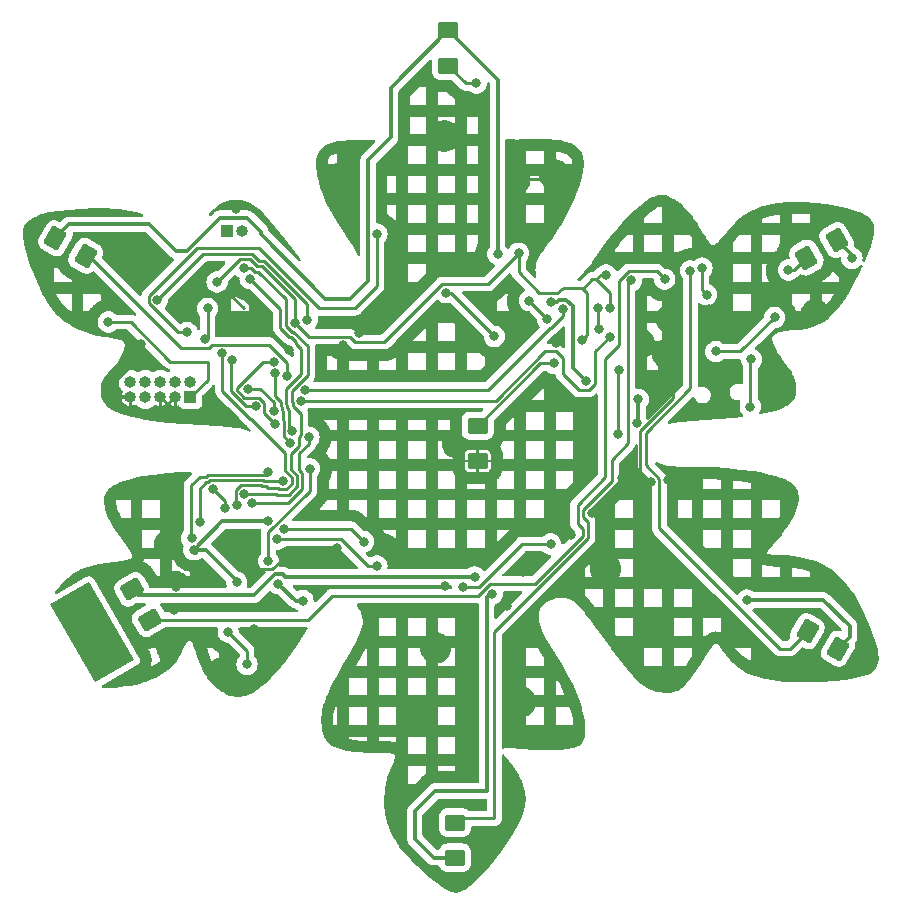
<source format=gbr>
%TF.GenerationSoftware,KiCad,Pcbnew,7.0.7*%
%TF.CreationDate,2023-12-19T22:40:54+02:00*%
%TF.ProjectId,snowflake,736e6f77-666c-4616-9b65-2e6b69636164,rev?*%
%TF.SameCoordinates,Original*%
%TF.FileFunction,Copper,L1,Top*%
%TF.FilePolarity,Positive*%
%FSLAX46Y46*%
G04 Gerber Fmt 4.6, Leading zero omitted, Abs format (unit mm)*
G04 Created by KiCad (PCBNEW 7.0.7) date 2023-12-19 22:40:54*
%MOMM*%
%LPD*%
G01*
G04 APERTURE LIST*
G04 Aperture macros list*
%AMRoundRect*
0 Rectangle with rounded corners*
0 $1 Rounding radius*
0 $2 $3 $4 $5 $6 $7 $8 $9 X,Y pos of 4 corners*
0 Add a 4 corners polygon primitive as box body*
4,1,4,$2,$3,$4,$5,$6,$7,$8,$9,$2,$3,0*
0 Add four circle primitives for the rounded corners*
1,1,$1+$1,$2,$3*
1,1,$1+$1,$4,$5*
1,1,$1+$1,$6,$7*
1,1,$1+$1,$8,$9*
0 Add four rect primitives between the rounded corners*
20,1,$1+$1,$2,$3,$4,$5,0*
20,1,$1+$1,$4,$5,$6,$7,0*
20,1,$1+$1,$6,$7,$8,$9,0*
20,1,$1+$1,$8,$9,$2,$3,0*%
%AMRotRect*
0 Rectangle, with rotation*
0 The origin of the aperture is its center*
0 $1 length*
0 $2 width*
0 $3 Rotation angle, in degrees counterclockwise*
0 Add horizontal line*
21,1,$1,$2,0,0,$3*%
G04 Aperture macros list end*
%TA.AperFunction,SMDPad,CuDef*%
%ADD10RoundRect,0.250001X0.713035X0.310016X-0.088036X0.772515X-0.713035X-0.310016X0.088036X-0.772515X0*%
%TD*%
%TA.AperFunction,SMDPad,CuDef*%
%ADD11RoundRect,0.250001X-0.624999X0.462499X-0.624999X-0.462499X0.624999X-0.462499X0.624999X0.462499X0*%
%TD*%
%TA.AperFunction,SMDPad,CuDef*%
%ADD12RoundRect,0.250001X0.624999X-0.462499X0.624999X0.462499X-0.624999X0.462499X-0.624999X-0.462499X0*%
%TD*%
%TA.AperFunction,SMDPad,CuDef*%
%ADD13RoundRect,0.250001X0.772515X-0.088036X0.310016X0.713035X-0.772515X0.088036X-0.310016X-0.713035X0*%
%TD*%
%TA.AperFunction,SMDPad,CuDef*%
%ADD14RoundRect,0.250001X-0.713035X-0.310016X0.088036X-0.772515X0.713035X0.310016X-0.088036X0.772515X0*%
%TD*%
%TA.AperFunction,SMDPad,CuDef*%
%ADD15RoundRect,0.250001X-0.088036X-0.772515X0.713035X-0.310016X0.088036X0.772515X-0.713035X0.310016X0*%
%TD*%
%TA.AperFunction,ComponentPad*%
%ADD16RotRect,3.810000X7.620000X30.000000*%
%TD*%
%TA.AperFunction,ComponentPad*%
%ADD17R,1.000000X1.000000*%
%TD*%
%TA.AperFunction,ComponentPad*%
%ADD18O,1.000000X1.000000*%
%TD*%
%TA.AperFunction,ViaPad*%
%ADD19C,0.800000*%
%TD*%
%TA.AperFunction,Conductor*%
%ADD20C,0.300000*%
%TD*%
%TA.AperFunction,Conductor*%
%ADD21C,0.250000*%
%TD*%
G04 APERTURE END LIST*
D10*
%TO.P,D6,1,K*%
%TO.N,Net-(D6-K)*%
X106175913Y-77553350D03*
%TO.P,D6,2,A*%
%TO.N,VOUT*%
X103599487Y-76065850D03*
%TD*%
D11*
%TO.P,D4,1,K*%
%TO.N,Net-(D4-K)*%
X137439400Y-125552200D03*
%TO.P,D4,2,A*%
%TO.N,VOUT*%
X137439400Y-128527200D03*
%TD*%
D12*
%TO.P,D1,1,K*%
%TO.N,Net-(D1-K)*%
X136855200Y-61456900D03*
%TO.P,D1,2,A*%
%TO.N,VOUT*%
X136855200Y-58481900D03*
%TD*%
D13*
%TO.P,D5,1,K*%
%TO.N,Net-(D5-K)*%
X111589350Y-108374613D03*
%TO.P,D5,2,A*%
%TO.N,VOUT*%
X110101850Y-105798187D03*
%TD*%
D14*
%TO.P,D3,1,K*%
%TO.N,Net-(D3-K)*%
X167284400Y-109347000D03*
%TO.P,D3,2,A*%
%TO.N,VOUT*%
X169860826Y-110834500D03*
%TD*%
D15*
%TO.P,D2,1,K*%
%TO.N,Net-(D2-K)*%
X167175687Y-77705750D03*
%TO.P,D2,2,A*%
%TO.N,VOUT*%
X169752113Y-76218250D03*
%TD*%
D12*
%TO.P,D7,1,K*%
%TO.N,GND*%
X139369800Y-94934100D03*
%TO.P,D7,2,A*%
%TO.N,Net-(D7-A)*%
X139369800Y-91959100D03*
%TD*%
D16*
%TO.P,AE1,1,A*%
%TO.N,Net-(AE1-A)*%
X106702038Y-109448600D03*
%TD*%
D17*
%TO.P,J2,1,Pin_1*%
%TO.N,BSL_RX*%
X118110000Y-75488800D03*
D18*
%TO.P,J2,2,Pin_2*%
%TO.N,BSL_TX*%
X119380000Y-75488800D03*
%TD*%
D17*
%TO.P,J1,1,VTref*%
%TO.N,+1V8*%
X115036600Y-89509600D03*
D18*
%TO.P,J1,2,SWDIO/TMS*%
%TO.N,SWDIO*%
X115036600Y-88239600D03*
%TO.P,J1,3,GND*%
%TO.N,GND*%
X113766600Y-89509600D03*
%TO.P,J1,4,SWDCLK/TCK*%
%TO.N,SWDCLK*%
X113766600Y-88239600D03*
%TO.P,J1,5,GND*%
%TO.N,GND*%
X112496600Y-89509600D03*
%TO.P,J1,6,SWO/TDO*%
%TO.N,unconnected-(J1-SWO{slash}TDO-Pad6)*%
X112496600Y-88239600D03*
%TO.P,J1,7,KEY*%
%TO.N,unconnected-(J1-KEY-Pad7)*%
X111226600Y-89509600D03*
%TO.P,J1,8,NC/TDI*%
%TO.N,unconnected-(J1-NC{slash}TDI-Pad8)*%
X111226600Y-88239600D03*
%TO.P,J1,9,GNDDetect*%
%TO.N,GND*%
X109956600Y-89509600D03*
%TO.P,J1,10,~{RESET}*%
%TO.N,CPU_nRST*%
X109956600Y-88239600D03*
%TD*%
D19*
%TO.N,GND*%
X126314200Y-103505000D03*
%TO.N,VDD*%
X162534600Y-86334600D03*
X162433000Y-90322400D03*
%TO.N,GND*%
X155752800Y-82880200D03*
X155463063Y-85873831D03*
X118878054Y-73608749D03*
X117652800Y-112903000D03*
X120396000Y-109143800D03*
X160248600Y-87807800D03*
X154000200Y-96748600D03*
X127457200Y-102260400D03*
X119151402Y-101930201D03*
X156337000Y-96570800D03*
X109118400Y-76454000D03*
X110847429Y-85050335D03*
X123342400Y-102793800D03*
X154076400Y-109093000D03*
X131368800Y-102387400D03*
X113798770Y-105568200D03*
X136575800Y-105537000D03*
X143002000Y-115316000D03*
X113665000Y-107518200D03*
X108458000Y-88976200D03*
X145897600Y-70713600D03*
X142519400Y-71069200D03*
X153085800Y-84988400D03*
X127990600Y-85140800D03*
X165049200Y-88976200D03*
X155917890Y-87307173D03*
X122298251Y-110346488D03*
X115189000Y-80899000D03*
X127736600Y-70993000D03*
X155473400Y-96570800D03*
X158953200Y-82067400D03*
X132410200Y-82016600D03*
X150164800Y-104063800D03*
X147275953Y-101201545D03*
X129311400Y-84124800D03*
X164490400Y-81102200D03*
X145949309Y-84910019D03*
X137668000Y-93421200D03*
X136525000Y-67411600D03*
X134086600Y-116230400D03*
X154101800Y-104216200D03*
X135813800Y-110744000D03*
X113284000Y-102031800D03*
X113487200Y-110794800D03*
X123342400Y-85547200D03*
X141874631Y-107239263D03*
X148996400Y-99339400D03*
X111379000Y-78765400D03*
X113258600Y-91084400D03*
X151612600Y-96367600D03*
X143230600Y-104317800D03*
X167944800Y-82575400D03*
%TO.N,+1V8*%
X150214821Y-79167461D03*
X151231600Y-92684600D03*
X151282400Y-87198200D03*
X108077000Y-83159600D03*
X123905600Y-83253503D03*
X117297200Y-79781400D03*
X150582800Y-81991200D03*
X142824200Y-77343000D03*
X148171600Y-84654283D03*
%TO.N,VCC*%
X115305685Y-102452435D03*
X124564933Y-106750000D03*
X121564400Y-100025200D03*
X138087283Y-105638242D03*
X122494894Y-105308400D03*
X118948200Y-105195200D03*
X145542000Y-101955600D03*
%TO.N,Net-(U5-C1+)*%
X164490400Y-82778600D03*
X159531988Y-85660879D03*
%TO.N,VOUT*%
X152816543Y-91673156D03*
X171043600Y-77774800D03*
X148513800Y-88138000D03*
X162153600Y-106705400D03*
X152937224Y-89723156D03*
X140592014Y-106188993D03*
X145542000Y-81457800D03*
X139090400Y-104764850D03*
X141046200Y-77400900D03*
%TO.N,VSMPS2*%
X130823400Y-103813973D03*
X122405021Y-101548676D03*
%TO.N,CPU_nRST*%
X124941653Y-82968947D03*
X112242600Y-81280000D03*
%TO.N,Net-(D1-K)*%
X158346669Y-78601000D03*
X158750000Y-80848200D03*
X139242800Y-62941200D03*
%TO.N,Net-(D2-K)*%
X165658800Y-78765400D03*
%TO.N,Net-(D3-K)*%
X157372978Y-78828884D03*
%TO.N,Net-(D4-K)*%
X152371779Y-79641126D03*
%TO.N,Net-(D5-K)*%
X155196880Y-79536617D03*
%TO.N,Net-(D6-K)*%
X146544600Y-82027702D03*
X123215400Y-87757000D03*
X124773237Y-88888063D03*
%TO.N,Net-(D7-A)*%
X140766800Y-84378800D03*
X136652000Y-80670400D03*
X145846800Y-86664800D03*
%TO.N,Net-(U1-SMPS1)*%
X122976701Y-100678014D03*
X129692400Y-101752400D03*
%TO.N,Net-(U1-TX)*%
X118237000Y-109423200D03*
X119829754Y-112155890D03*
%TO.N,LED_SCL*%
X143731223Y-81352343D03*
X145260047Y-82930800D03*
%TO.N,LED_SDA*%
X149583201Y-82000673D03*
X149606000Y-83794000D03*
%TO.N,BSL_INVOKE*%
X114757200Y-84048600D03*
X130823400Y-75717400D03*
%TO.N,RADIO_SHUTDN*%
X125134295Y-95584326D03*
X120095409Y-79510457D03*
X123661000Y-92400304D03*
X121631665Y-103389600D03*
%TO.N,RADIO_SDO*%
X122201891Y-91811693D03*
X121571012Y-95863690D03*
X115140613Y-101466151D03*
X122118492Y-86526031D03*
%TO.N,RADIO_SDI*%
X122210808Y-87521763D03*
X123479800Y-93390731D03*
X122872384Y-96603791D03*
X115874800Y-100126800D03*
%TO.N,RADIO_CSn*%
X119609030Y-97716605D03*
X119560857Y-78561901D03*
%TO.N,RADIO_SYNC*%
X116281200Y-84632800D03*
X116961764Y-97289630D03*
X116484400Y-82016600D03*
X117999195Y-98939205D03*
%TO.N,RADIO_STBY_STATUS*%
X117742800Y-85826600D03*
X118968646Y-98692422D03*
%TO.N,RADIO_RDY_STATUS*%
X118558791Y-86404669D03*
X120233603Y-98497575D03*
X125078865Y-92914066D03*
X120552532Y-90290141D03*
%TO.N,RADIO_IRQn*%
X122076809Y-90661305D03*
X119914796Y-88838498D03*
%TO.N,LED_nINT*%
X150528222Y-84400501D03*
X124406656Y-89818452D03*
%TD*%
D20*
%TO.N,VOUT*%
X135639200Y-128527200D02*
X137439400Y-128527200D01*
X134035800Y-124587000D02*
X134035800Y-126923800D01*
X135763000Y-122859800D02*
X134035800Y-124587000D01*
X140131800Y-122859800D02*
X135763000Y-122859800D01*
X140131800Y-106462474D02*
X140131800Y-122859800D01*
X140405281Y-106188993D02*
X140131800Y-106462474D01*
X134035800Y-126923800D02*
X135639200Y-128527200D01*
X140592014Y-106188993D02*
X140405281Y-106188993D01*
D21*
%TO.N,Net-(D4-K)*%
X137791800Y-125199800D02*
X137439400Y-125552200D01*
X140766800Y-125199800D02*
X137791800Y-125199800D01*
%TO.N,Net-(D3-K)*%
X165796900Y-110834500D02*
X167284400Y-109347000D01*
X164952595Y-110834500D02*
X165796900Y-110834500D01*
D20*
%TO.N,VOUT*%
X170840400Y-109854926D02*
X169860826Y-110834500D01*
X170840400Y-108915200D02*
X170840400Y-109854926D01*
X168630600Y-106705400D02*
X170840400Y-108915200D01*
X162153600Y-106705400D02*
X168630600Y-106705400D01*
D21*
%TO.N,VDD*%
X162433000Y-90322400D02*
X162433000Y-86436200D01*
X162433000Y-86436200D02*
X162534600Y-86334600D01*
%TO.N,Net-(D3-K)*%
X153568400Y-95291495D02*
X153568400Y-92583000D01*
X154725200Y-100607105D02*
X154725200Y-96448295D01*
X164952595Y-110834500D02*
X154725200Y-100607105D01*
%TO.N,Net-(D4-K)*%
X148271400Y-99639705D02*
X148271400Y-99039095D01*
X150691000Y-94840099D02*
X152091543Y-93439556D01*
X148696095Y-101443105D02*
X148696095Y-100064400D01*
X140766800Y-109372400D02*
X148696095Y-101443105D01*
D20*
%TO.N,VOUT*%
X152937224Y-91552475D02*
X152937224Y-89723156D01*
X152816543Y-91673156D02*
X152937224Y-91552475D01*
D21*
%TO.N,Net-(D3-K)*%
X154725200Y-96448295D02*
X153568400Y-95291495D01*
%TO.N,Net-(D4-K)*%
X152091543Y-79921362D02*
X152371779Y-79641126D01*
%TO.N,Net-(D3-K)*%
X157372978Y-88778422D02*
X157372978Y-78828884D01*
X153568400Y-92583000D02*
X157372978Y-88778422D01*
%TO.N,Net-(D4-K)*%
X150691000Y-96619495D02*
X150691000Y-94840099D01*
X148271400Y-99039095D02*
X150691000Y-96619495D01*
%TO.N,GND*%
X155917890Y-89597114D02*
X153118400Y-92396604D01*
%TO.N,Net-(D4-K)*%
X140766800Y-125199800D02*
X140766800Y-109372400D01*
X148696095Y-100064400D02*
X148271400Y-99639705D01*
%TO.N,GND*%
X155917890Y-87307173D02*
X155917890Y-89597114D01*
X153118400Y-92396604D02*
X153118400Y-95866800D01*
%TO.N,Net-(D4-K)*%
X152091543Y-93439556D02*
X152091543Y-79921362D01*
%TO.N,GND*%
X153118400Y-95866800D02*
X154000200Y-96748600D01*
X113766600Y-90449400D02*
X113766600Y-89509600D01*
X109118400Y-76504800D02*
X111379000Y-78765400D01*
X121956281Y-104114600D02*
X120777000Y-104114600D01*
X108991400Y-89509600D02*
X108458000Y-88976200D01*
X113258600Y-91084400D02*
X113817400Y-90525600D01*
X123277081Y-102793800D02*
X121956281Y-104114600D01*
X109118400Y-76454000D02*
X109118400Y-76504800D01*
X123342400Y-102793800D02*
X123277081Y-102793800D01*
X109956600Y-89966800D02*
X109956600Y-89509600D01*
X113258600Y-91084400D02*
X112928400Y-91084400D01*
X120777000Y-104114600D02*
X119151402Y-102489002D01*
X108458000Y-88341200D02*
X110847429Y-85951771D01*
X113284000Y-102031800D02*
X113284000Y-105053430D01*
X151612600Y-96367600D02*
X148996400Y-98983800D01*
X130302000Y-84124800D02*
X129311400Y-84124800D01*
X113284000Y-105053430D02*
X113798770Y-105568200D01*
X148996400Y-98983800D02*
X148996400Y-99339400D01*
X145897600Y-70713600D02*
X145542000Y-71069200D01*
X112928400Y-91084400D02*
X112395000Y-90551000D01*
X119151402Y-102489002D02*
X119151402Y-101930201D01*
X121150600Y-82019000D02*
X121150600Y-83355400D01*
X135813800Y-114503200D02*
X134086600Y-116230400D01*
X121095563Y-109143800D02*
X122298251Y-110346488D01*
X110847429Y-85951771D02*
X110847429Y-85050335D01*
X112395000Y-90551000D02*
X112496600Y-90449400D01*
X113817400Y-90525600D02*
X113817400Y-90500200D01*
X112496600Y-90449400D02*
X112496600Y-89509600D01*
X132410200Y-82016600D02*
X130302000Y-84124800D01*
X113817400Y-90500200D02*
X113766600Y-90449400D01*
X145542000Y-71069200D02*
X142519400Y-71069200D01*
X155917890Y-87307173D02*
X155917890Y-86328658D01*
X120396000Y-109143800D02*
X121095563Y-109143800D01*
X121150600Y-83355400D02*
X123342400Y-85547200D01*
X155917890Y-86328658D02*
X155463063Y-85873831D01*
X135813800Y-110744000D02*
X135813800Y-114503200D01*
X109956600Y-89509600D02*
X108991400Y-89509600D01*
X118430600Y-80899000D02*
X115189000Y-80899000D01*
X119550600Y-82019000D02*
X118430600Y-80899000D01*
X108458000Y-88976200D02*
X108458000Y-88341200D01*
%TO.N,+1V8*%
X149788139Y-79167461D02*
X150214821Y-79167461D01*
X149402800Y-79552800D02*
X149788139Y-79167461D01*
X148582400Y-80688200D02*
X148582400Y-84243483D01*
X151231600Y-92684600D02*
X151231600Y-87249000D01*
X149047201Y-79552800D02*
X148247100Y-80352900D01*
X146670665Y-80297184D02*
X146663345Y-80297184D01*
X144584641Y-80732800D02*
X142824200Y-78972359D01*
X123905600Y-81245697D02*
X123905600Y-83253503D01*
X125049097Y-84397000D02*
X123905600Y-83253503D01*
X148247100Y-80352900D02*
X148181380Y-80287180D01*
X120065004Y-77836901D02*
X120688103Y-78460000D01*
X120688103Y-78460000D02*
X121119903Y-78460000D01*
X116484400Y-88061800D02*
X116484400Y-86512400D01*
X148582400Y-84243483D02*
X148171600Y-84654283D01*
X149402800Y-79552800D02*
X150582800Y-80732800D01*
X148181380Y-80287180D02*
X146680669Y-80287180D01*
X136351695Y-79945400D02*
X131447295Y-84849800D01*
X142824200Y-77343000D02*
X140221800Y-79945400D01*
X146111188Y-80732800D02*
X144584641Y-80732800D01*
X117297200Y-79781400D02*
X119241699Y-77836901D01*
X128558295Y-84397000D02*
X125049097Y-84397000D01*
X142824200Y-78972359D02*
X142824200Y-77343000D01*
X119241699Y-77836901D02*
X120065004Y-77836901D01*
X149402800Y-79552800D02*
X149047201Y-79552800D01*
X131447295Y-84849800D02*
X129011095Y-84849800D01*
X140221800Y-79945400D02*
X136351695Y-79945400D01*
X151231600Y-87249000D02*
X151282400Y-87198200D01*
X146663345Y-80297184D02*
X146484698Y-80359290D01*
X116484400Y-86512400D02*
X113334800Y-86512400D01*
X109982000Y-83159600D02*
X108077000Y-83159600D01*
X115036600Y-89509600D02*
X116484400Y-88061800D01*
X113334800Y-86512400D02*
X109982000Y-83159600D01*
X150582800Y-80732800D02*
X150582800Y-81991200D01*
X146680669Y-80287180D02*
X146670665Y-80297184D01*
X129011095Y-84849800D02*
X128558295Y-84397000D01*
X148247100Y-80352900D02*
X148582400Y-80688200D01*
X121119903Y-78460000D02*
X123905600Y-81245697D01*
X146484698Y-80359290D02*
X146111188Y-80732800D01*
D20*
%TO.N,VCC*%
X123936494Y-106750000D02*
X124564933Y-106750000D01*
X115305685Y-102452435D02*
X116320835Y-102452435D01*
X115533451Y-102680201D02*
X115305685Y-102452435D01*
X117732920Y-100025200D02*
X115305685Y-102452435D01*
X116320835Y-102452435D02*
X118948200Y-105079800D01*
X121564400Y-100025200D02*
X117732920Y-100025200D01*
X122494894Y-105308400D02*
X123936494Y-106750000D01*
D21*
X145542000Y-101955600D02*
X143112905Y-101955600D01*
D20*
X118948200Y-105079800D02*
X118948200Y-105195200D01*
D21*
X139430263Y-105638242D02*
X138087283Y-105638242D01*
X143112905Y-101955600D02*
X139430263Y-105638242D01*
%TO.N,Net-(U5-C1+)*%
X164490400Y-82778600D02*
X161608121Y-85660879D01*
X161608121Y-85660879D02*
X159531988Y-85660879D01*
D20*
%TO.N,VOUT*%
X110101850Y-105798187D02*
X110621863Y-106318200D01*
X120992900Y-75730100D02*
X126441200Y-81178400D01*
X131999434Y-67531076D02*
X131999434Y-63337666D01*
X171043600Y-77509737D02*
X169752113Y-76218250D01*
X110621863Y-106318200D02*
X120424433Y-106318200D01*
X113792000Y-77139800D02*
X114731800Y-77139800D01*
X146233939Y-81277702D02*
X146855261Y-81277702D01*
X147421600Y-81844041D02*
X147421600Y-87045800D01*
X130073400Y-69457110D02*
X131999434Y-67531076D01*
X146855261Y-81277702D02*
X147421600Y-81844041D01*
X130073400Y-79654400D02*
X130073400Y-69457110D01*
X146053841Y-81457800D02*
X146233939Y-81277702D01*
X123080229Y-104764850D02*
X139090400Y-104764850D01*
X103599487Y-76065850D02*
X104760737Y-74904600D01*
X126441200Y-81178400D02*
X128549400Y-81178400D01*
X145542000Y-81457800D02*
X146053841Y-81457800D01*
X114731800Y-77139800D02*
X117500400Y-74371200D01*
X122839667Y-104524288D02*
X123080229Y-104764850D01*
X128549400Y-81178400D02*
X130073400Y-79654400D01*
X104760737Y-74904600D02*
X111556800Y-74904600D01*
X122218345Y-104524288D02*
X122839667Y-104524288D01*
X171043600Y-77774800D02*
X171043600Y-77509737D01*
X111556800Y-74904600D02*
X113792000Y-77139800D01*
X117500400Y-74371200D02*
X119862600Y-74371200D01*
X120992900Y-75501500D02*
X120992900Y-75730100D01*
X131999434Y-63337666D02*
X136855200Y-58481900D01*
X119862600Y-74371200D02*
X120992900Y-75501500D01*
X147421600Y-87045800D02*
X148513800Y-88138000D01*
X141046200Y-62672900D02*
X141046200Y-77400900D01*
X120424433Y-106318200D02*
X122218345Y-104524288D01*
X136855200Y-58481900D02*
X141046200Y-62672900D01*
D21*
%TO.N,VSMPS2*%
X127757505Y-101535400D02*
X130036078Y-103813973D01*
X122405021Y-101548676D02*
X122418297Y-101535400D01*
X122418297Y-101535400D02*
X127757505Y-101535400D01*
X130036078Y-103813973D02*
X130823400Y-103813973D01*
%TO.N,CPU_nRST*%
X116135699Y-77386901D02*
X120251400Y-77386901D01*
X124941653Y-81645354D02*
X124941653Y-82968947D01*
X112242600Y-81280000D02*
X116135699Y-77386901D01*
X120251400Y-77386901D02*
X120874499Y-78010000D01*
X121306299Y-78010000D02*
X124941653Y-81645354D01*
X120874499Y-78010000D02*
X121306299Y-78010000D01*
%TO.N,Net-(D1-K)*%
X138339500Y-62941200D02*
X136855200Y-61456900D01*
X158346669Y-80444869D02*
X158346669Y-78601000D01*
X139242800Y-62941200D02*
X138339500Y-62941200D01*
X158750000Y-80848200D02*
X158346669Y-80444869D01*
%TO.N,Net-(D2-K)*%
X166116037Y-78765400D02*
X167175687Y-77705750D01*
X165658800Y-78765400D02*
X166116037Y-78765400D01*
%TO.N,Net-(D5-K)*%
X147821400Y-98649499D02*
X150153800Y-96317099D01*
X150153800Y-96317099D02*
X150153800Y-86294800D01*
X154505032Y-78844768D02*
X155196880Y-79536617D01*
X111589350Y-108374613D02*
X125024835Y-108374613D01*
X151307800Y-79679800D02*
X152142832Y-78844768D01*
X150153800Y-86294800D02*
X151307800Y-85140800D01*
X152142832Y-78844768D02*
X154505032Y-78844768D01*
X151307800Y-85140800D02*
X151307800Y-79679800D01*
X127036206Y-106363242D02*
X139392459Y-106363242D01*
X139392459Y-106363242D02*
X140429101Y-105326600D01*
X147821400Y-100242814D02*
X147821400Y-98649499D01*
X125024835Y-108374613D02*
X127036206Y-106363242D01*
X148246095Y-101256709D02*
X148246095Y-100667509D01*
X148246095Y-100667509D02*
X147821400Y-100242814D01*
X140429101Y-105326600D02*
X144176204Y-105326600D01*
X144176204Y-105326600D02*
X148246095Y-101256709D01*
%TO.N,Net-(D6-K)*%
X146544600Y-82671552D02*
X145560352Y-83655800D01*
X121700295Y-85082800D02*
X116856505Y-85082800D01*
X116581505Y-85357800D02*
X114264396Y-85357800D01*
X123215400Y-86597905D02*
X121700295Y-85082800D01*
X140249840Y-88888063D02*
X124773237Y-88888063D01*
X146544600Y-82027702D02*
X146544600Y-82671552D01*
X106459946Y-77553350D02*
X106175913Y-77553350D01*
X145560352Y-83655800D02*
X145482103Y-83655800D01*
X123215400Y-87757000D02*
X123215400Y-86597905D01*
X145482103Y-83655800D02*
X140249840Y-88888063D01*
X116856505Y-85082800D02*
X116581505Y-85357800D01*
X114264396Y-85357800D02*
X106459946Y-77553350D01*
%TO.N,Net-(D7-A)*%
X140766800Y-84378800D02*
X137058400Y-80670400D01*
X144664100Y-86664800D02*
X145846800Y-86664800D01*
X139369800Y-91959100D02*
X144664100Y-86664800D01*
X137058400Y-80670400D02*
X136652000Y-80670400D01*
%TO.N,Net-(U1-SMPS1)*%
X128618014Y-100678014D02*
X129692400Y-101752400D01*
X122976701Y-100678014D02*
X128618014Y-100678014D01*
%TO.N,Net-(U1-TX)*%
X119829754Y-111015954D02*
X118237000Y-109423200D01*
X119829754Y-112155890D02*
X119829754Y-111015954D01*
%TO.N,LED_SCL*%
X145313400Y-82761415D02*
X145260047Y-82814768D01*
X145260047Y-82814768D02*
X145260047Y-82930800D01*
X143731223Y-81352343D02*
X145260047Y-82881167D01*
X145260047Y-82881167D02*
X145260047Y-82930800D01*
%TO.N,LED_SDA*%
X149583201Y-82000673D02*
X149583201Y-83771201D01*
X149583201Y-83771201D02*
X149606000Y-83794000D01*
%TO.N,BSL_INVOKE*%
X111517600Y-81580305D02*
X111517600Y-80979695D01*
X115606451Y-76936901D02*
X120869596Y-76936901D01*
X113985895Y-84048600D02*
X111517600Y-81580305D01*
X114928552Y-77614800D02*
X115606451Y-76936901D01*
X120869596Y-76936901D02*
X125923895Y-81991200D01*
X130823400Y-80149000D02*
X130823400Y-75717400D01*
X111517600Y-80979695D02*
X114882495Y-77614800D01*
X125923895Y-81991200D02*
X128981200Y-81991200D01*
X128981200Y-81991200D02*
X130823400Y-80149000D01*
X114757200Y-84048600D02*
X113985895Y-84048600D01*
X114882495Y-77614800D02*
X114928552Y-77614800D01*
%TO.N,RADIO_SHUTDN*%
X124402000Y-87595705D02*
X123150200Y-88847505D01*
X122656600Y-83666204D02*
X123425901Y-84435505D01*
X123251809Y-90433240D02*
X123425200Y-90606631D01*
X123150200Y-90072995D02*
X123251809Y-90174604D01*
X123150200Y-88847505D02*
X123150200Y-90072995D01*
X121631665Y-103389600D02*
X121631665Y-100983240D01*
X123556001Y-84435505D02*
X123980696Y-84860200D01*
X121631665Y-100983240D02*
X125134295Y-97480610D01*
X123425200Y-92164504D02*
X123661000Y-92400304D01*
X120095409Y-79510457D02*
X122656600Y-82071648D01*
X125134295Y-97480610D02*
X125134295Y-95584326D01*
X124402000Y-85411604D02*
X124402000Y-87595705D01*
X123980696Y-84860200D02*
X123980696Y-84990300D01*
X123251809Y-90174604D02*
X123251809Y-90433240D01*
X123980696Y-84990300D02*
X124402000Y-85411604D01*
X123425901Y-84435505D02*
X123556001Y-84435505D01*
X122656600Y-82071648D02*
X122656600Y-83666204D01*
X123425200Y-90606631D02*
X123425200Y-92164504D01*
%TO.N,RADIO_SDO*%
X120852837Y-89565141D02*
X121277532Y-89989836D01*
X121277532Y-90887334D02*
X122201891Y-91811693D01*
X121201958Y-86526031D02*
X118952990Y-88774999D01*
X119616133Y-89565141D02*
X120852837Y-89565141D01*
X122118492Y-86526031D02*
X121201958Y-86526031D01*
X115824567Y-96266000D02*
X116332000Y-96266000D01*
X115099000Y-96991567D02*
X115824567Y-96266000D01*
X116509800Y-96088200D02*
X121346502Y-96088200D01*
X115099000Y-101424538D02*
X115099000Y-96991567D01*
X118952990Y-88774999D02*
X118952990Y-88901998D01*
X121277532Y-89989836D02*
X121277532Y-90887334D01*
X121346502Y-96088200D02*
X121571012Y-95863690D01*
X116332000Y-96266000D02*
X116509800Y-96088200D01*
X118952990Y-88901998D02*
X119616133Y-89565141D01*
X115140613Y-101466151D02*
X115099000Y-101424538D01*
%TO.N,RADIO_SDI*%
X116340596Y-96716000D02*
X116518396Y-96716000D01*
X116145651Y-96934949D02*
X116145651Y-96910945D01*
X122801809Y-90619636D02*
X122840485Y-90658312D01*
X116145651Y-96910945D02*
X116340596Y-96716000D01*
X122700200Y-89938198D02*
X122700200Y-90259391D01*
X122840485Y-90658312D02*
X122840485Y-91424982D01*
X122700200Y-90259391D02*
X122801809Y-90361000D01*
X122801809Y-90361000D02*
X122801809Y-90619636D01*
X122840485Y-91424982D02*
X122926891Y-91511388D01*
X122210808Y-87521763D02*
X122210808Y-89448806D01*
X115874800Y-100126800D02*
X115874800Y-97205800D01*
X122936000Y-92846931D02*
X123479800Y-93390731D01*
X122926891Y-92111998D02*
X122936000Y-92121107D01*
X116518396Y-96716000D02*
X116696196Y-96538200D01*
X122926891Y-91511388D02*
X122926891Y-92111998D01*
X121886418Y-96603791D02*
X122872384Y-96603791D01*
X121220217Y-96538200D02*
X121270707Y-96588690D01*
X122210808Y-89448806D02*
X122700200Y-89938198D01*
X121270707Y-96588690D02*
X121871317Y-96588690D01*
X122936000Y-92121107D02*
X122936000Y-92846931D01*
X115874800Y-97205800D02*
X116145651Y-96934949D01*
X121871317Y-96588690D02*
X121886418Y-96603791D01*
X116696196Y-96538200D02*
X121220217Y-96538200D01*
%TO.N,RADIO_CSn*%
X124047384Y-96117090D02*
X124047384Y-97090492D01*
X123106600Y-83479808D02*
X123612297Y-83985505D01*
X124386000Y-90931035D02*
X124386000Y-92700609D01*
X120153608Y-78561901D02*
X120501707Y-78910000D01*
X124204800Y-92881809D02*
X124204800Y-93691036D01*
X123600200Y-89033901D02*
X123600200Y-89886599D01*
X123701809Y-89988208D02*
X123701809Y-90246844D01*
X122323497Y-97716605D02*
X119609030Y-97716605D01*
X123106600Y-81238095D02*
X123106600Y-83479808D01*
X123612297Y-83985505D02*
X123742397Y-83985505D01*
X123742397Y-83985505D02*
X124979000Y-85222108D01*
X123593603Y-94302233D02*
X123593603Y-95663309D01*
X123701809Y-90246844D02*
X124386000Y-90931035D01*
X124204800Y-93691036D02*
X123593603Y-94302233D01*
X124386000Y-92700609D02*
X124204800Y-92881809D01*
X123593603Y-95663309D02*
X124047384Y-96117090D01*
X124979000Y-87655101D02*
X123600200Y-89033901D01*
X123359085Y-97778791D02*
X122385683Y-97778791D01*
X124979000Y-85222108D02*
X124979000Y-87655101D01*
X120778505Y-78910000D02*
X123106600Y-81238095D01*
X120501707Y-78910000D02*
X120778505Y-78910000D01*
X122385683Y-97778791D02*
X122323497Y-97716605D01*
X124047384Y-97090492D02*
X123359085Y-97778791D01*
X119560857Y-78561901D02*
X120153608Y-78561901D01*
X123600200Y-89886599D02*
X123701809Y-89988208D01*
%TO.N,RADIO_SYNC*%
X116961764Y-97289630D02*
X117999195Y-98327061D01*
X116484400Y-84429600D02*
X116281200Y-84632800D01*
X117999195Y-98327061D02*
X117999195Y-98939205D01*
X116484400Y-82016600D02*
X116484400Y-84429600D01*
%TO.N,RADIO_STBY_STATUS*%
X121439584Y-97038690D02*
X121084311Y-97038690D01*
X121033821Y-96988200D02*
X119319802Y-96988200D01*
X117742800Y-85826600D02*
X117742800Y-88964600D01*
X119312140Y-96995862D02*
X119304468Y-96995862D01*
X123597384Y-96303486D02*
X123597384Y-96904096D01*
X121084311Y-97038690D02*
X121033821Y-96988200D01*
X120115810Y-91380773D02*
X120158973Y-91380773D01*
X122402176Y-97185761D02*
X121586655Y-97185761D01*
X122572079Y-97328791D02*
X122485542Y-97242254D01*
X123597384Y-96904096D02*
X123172689Y-97328791D01*
X118884030Y-98607806D02*
X118968646Y-98692422D01*
X122458669Y-97242254D02*
X122402176Y-97185761D01*
X122485542Y-97242254D02*
X122458669Y-97242254D01*
X120158973Y-91380773D02*
X123059279Y-94281079D01*
X123059279Y-94281079D02*
X123059279Y-95765381D01*
X123059279Y-95765381D02*
X123597384Y-96303486D01*
X119304468Y-96995862D02*
X118884030Y-97416300D01*
X119691115Y-90956078D02*
X120115810Y-91380773D01*
X123172689Y-97328791D02*
X122572079Y-97328791D01*
X119319802Y-96988200D02*
X119312140Y-96995862D01*
X118884030Y-97416300D02*
X118884030Y-98607806D01*
X117742800Y-88964600D02*
X119691115Y-90912915D01*
X119691115Y-90912915D02*
X119691115Y-90956078D01*
X121586655Y-97185761D02*
X121439584Y-97038690D01*
%TO.N,RADIO_RDY_STATUS*%
X118441647Y-86521813D02*
X118441647Y-89027051D01*
X124497384Y-97276888D02*
X124497384Y-95930694D01*
X125078865Y-93453367D02*
X125078865Y-92914066D01*
X123276697Y-98497575D02*
X124497384Y-97276888D01*
X118558791Y-86404669D02*
X118441647Y-86521813D01*
X124255600Y-95688910D02*
X124255600Y-94276632D01*
X120233603Y-98497575D02*
X123276697Y-98497575D01*
X124255600Y-94276632D02*
X125078865Y-93453367D01*
X119704737Y-90290141D02*
X120552532Y-90290141D01*
X118441647Y-89027051D02*
X119704737Y-90290141D01*
X124497384Y-95930694D02*
X124255600Y-95688910D01*
%TO.N,RADIO_IRQn*%
X122076809Y-89951203D02*
X122076809Y-90661305D01*
X119914796Y-88838498D02*
X120964104Y-88838498D01*
X120964104Y-88838498D02*
X122076809Y-89951203D01*
%TO.N,LED_nINT*%
X146571800Y-87566204D02*
X146571800Y-86237495D01*
X150528222Y-84400501D02*
X149268200Y-85660523D01*
X145057504Y-85635000D02*
X140874052Y-89818452D01*
X148785701Y-88891404D02*
X147897000Y-88891404D01*
X147897000Y-88891404D02*
X146571800Y-87566204D01*
X149268200Y-88408905D02*
X148785701Y-88891404D01*
X146571800Y-86237495D02*
X145969305Y-85635000D01*
X145969305Y-85635000D02*
X145057504Y-85635000D01*
X140874052Y-89818452D02*
X124406656Y-89818452D01*
X149268200Y-85660523D02*
X149268200Y-88408905D01*
%TD*%
%TA.AperFunction,Conductor*%
%TO.N,GND*%
G36*
X139325336Y-106990466D02*
G01*
X139325363Y-106990181D01*
X139333122Y-106990914D01*
X139333126Y-106990915D01*
X139353404Y-106990277D01*
X139421027Y-107007845D01*
X139468419Y-107059184D01*
X139481300Y-107114216D01*
X139481300Y-122085300D01*
X139461615Y-122152339D01*
X139408811Y-122198094D01*
X139357300Y-122209300D01*
X135848506Y-122209300D01*
X135832495Y-122207532D01*
X135832473Y-122207774D01*
X135824706Y-122207039D01*
X135752783Y-122209300D01*
X135722075Y-122209300D01*
X135722071Y-122209300D01*
X135722060Y-122209301D01*
X135714804Y-122210217D01*
X135708986Y-122210675D01*
X135660433Y-122212201D01*
X135645873Y-122216430D01*
X135640040Y-122218125D01*
X135620996Y-122222069D01*
X135599942Y-122224729D01*
X135599940Y-122224729D01*
X135554781Y-122242608D01*
X135549255Y-122244500D01*
X135502601Y-122258054D01*
X135484325Y-122268863D01*
X135466860Y-122277419D01*
X135447124Y-122285233D01*
X135407824Y-122313786D01*
X135402942Y-122316993D01*
X135361136Y-122341717D01*
X135346124Y-122356729D01*
X135331336Y-122369358D01*
X135314167Y-122381832D01*
X135314165Y-122381834D01*
X135283194Y-122419270D01*
X135279262Y-122423591D01*
X133636283Y-124066569D01*
X133623710Y-124076643D01*
X133623865Y-124076830D01*
X133617859Y-124081798D01*
X133593234Y-124108021D01*
X133568609Y-124134244D01*
X133557749Y-124145104D01*
X133546888Y-124155965D01*
X133546878Y-124155977D01*
X133542387Y-124161765D01*
X133538601Y-124166197D01*
X133505352Y-124201606D01*
X133495122Y-124220213D01*
X133484446Y-124236464D01*
X133471440Y-124253232D01*
X133471436Y-124253238D01*
X133452148Y-124297811D01*
X133449577Y-124303058D01*
X133426172Y-124345630D01*
X133426172Y-124345631D01*
X133420891Y-124366199D01*
X133414591Y-124384601D01*
X133406164Y-124404073D01*
X133398566Y-124452047D01*
X133397381Y-124457770D01*
X133385300Y-124504818D01*
X133385300Y-124526044D01*
X133383773Y-124545444D01*
X133380452Y-124566403D01*
X133385024Y-124614766D01*
X133385299Y-124620603D01*
X133385299Y-126838294D01*
X133383533Y-126854305D01*
X133383774Y-126854328D01*
X133383040Y-126862094D01*
X133385300Y-126934003D01*
X133385300Y-126964720D01*
X133385301Y-126964740D01*
X133386218Y-126972006D01*
X133386676Y-126977824D01*
X133388202Y-127026367D01*
X133388203Y-127026370D01*
X133394123Y-127046748D01*
X133398068Y-127065796D01*
X133400728Y-127086854D01*
X133400731Y-127086864D01*
X133418613Y-127132030D01*
X133420505Y-127137558D01*
X133434054Y-127184195D01*
X133434055Y-127184197D01*
X133444860Y-127202466D01*
X133453417Y-127219934D01*
X133459026Y-127234100D01*
X133461232Y-127239672D01*
X133489783Y-127278970D01*
X133492988Y-127283849D01*
X133517719Y-127325665D01*
X133517723Y-127325669D01*
X133532725Y-127340671D01*
X133545363Y-127355469D01*
X133557833Y-127372633D01*
X133557836Y-127372636D01*
X133557837Y-127372637D01*
X133595276Y-127403609D01*
X133599576Y-127407522D01*
X134897993Y-128705939D01*
X135118764Y-128926710D01*
X135128835Y-128939280D01*
X135129022Y-128939126D01*
X135133996Y-128945137D01*
X135133998Y-128945140D01*
X135162545Y-128971948D01*
X135186443Y-128994390D01*
X135208167Y-129016113D01*
X135213957Y-129020605D01*
X135218397Y-129024397D01*
X135234710Y-129039715D01*
X135253807Y-129057648D01*
X135253810Y-129057650D01*
X135253812Y-129057651D01*
X135272407Y-129067874D01*
X135288668Y-129078556D01*
X135305432Y-129091559D01*
X135305436Y-129091562D01*
X135350011Y-129110851D01*
X135355250Y-129113417D01*
X135397832Y-129136827D01*
X135418404Y-129142108D01*
X135436794Y-129148405D01*
X135456274Y-129156835D01*
X135500421Y-129163826D01*
X135504248Y-129164433D01*
X135509957Y-129165615D01*
X135557023Y-129177700D01*
X135578245Y-129177700D01*
X135597644Y-129179226D01*
X135618605Y-129182547D01*
X135663304Y-129178321D01*
X135666970Y-129177975D01*
X135672808Y-129177700D01*
X135996525Y-129177700D01*
X136063564Y-129197385D01*
X136109319Y-129250189D01*
X136114231Y-129262696D01*
X136129586Y-129309034D01*
X136129587Y-129309037D01*
X136221686Y-129458351D01*
X136221689Y-129458355D01*
X136345744Y-129582410D01*
X136345748Y-129582413D01*
X136495062Y-129674512D01*
X136495064Y-129674513D01*
X136495066Y-129674514D01*
X136661603Y-129729699D01*
X136764392Y-129740200D01*
X136764397Y-129740200D01*
X138114403Y-129740200D01*
X138114408Y-129740200D01*
X138217197Y-129729699D01*
X138383734Y-129674514D01*
X138533055Y-129582411D01*
X138657111Y-129458355D01*
X138749214Y-129309034D01*
X138804399Y-129142497D01*
X138814900Y-129039708D01*
X138814900Y-128014692D01*
X138804399Y-127911903D01*
X138749214Y-127745366D01*
X138657111Y-127596045D01*
X138533055Y-127471989D01*
X138533051Y-127471986D01*
X138383737Y-127379887D01*
X138383735Y-127379886D01*
X138265391Y-127340671D01*
X138217197Y-127324701D01*
X138217195Y-127324700D01*
X138114415Y-127314200D01*
X138114408Y-127314200D01*
X136764392Y-127314200D01*
X136764384Y-127314200D01*
X136661604Y-127324700D01*
X136661603Y-127324701D01*
X136495064Y-127379886D01*
X136495062Y-127379887D01*
X136345748Y-127471986D01*
X136345744Y-127471989D01*
X136221689Y-127596044D01*
X136221686Y-127596048D01*
X136129587Y-127745362D01*
X136129586Y-127745365D01*
X136114231Y-127791704D01*
X136074458Y-127849149D01*
X136009942Y-127875972D01*
X135996525Y-127876700D01*
X135960008Y-127876700D01*
X135892969Y-127857015D01*
X135872327Y-127840381D01*
X134722619Y-126690673D01*
X134689134Y-126629350D01*
X134686300Y-126602992D01*
X134686300Y-124907807D01*
X134705985Y-124840768D01*
X134722614Y-124820131D01*
X135996127Y-123546619D01*
X136057450Y-123513134D01*
X136083808Y-123510300D01*
X140017300Y-123510300D01*
X140084339Y-123529985D01*
X140130094Y-123582789D01*
X140141300Y-123634300D01*
X140141300Y-124450300D01*
X140121615Y-124517339D01*
X140068811Y-124563094D01*
X140017300Y-124574300D01*
X138661728Y-124574300D01*
X138594689Y-124554615D01*
X138574047Y-124537981D01*
X138533055Y-124496989D01*
X138533051Y-124496986D01*
X138383737Y-124404887D01*
X138383735Y-124404886D01*
X138295494Y-124375646D01*
X138217197Y-124349701D01*
X138217195Y-124349700D01*
X138114415Y-124339200D01*
X138114408Y-124339200D01*
X136764392Y-124339200D01*
X136764384Y-124339200D01*
X136661604Y-124349700D01*
X136661603Y-124349701D01*
X136495064Y-124404886D01*
X136495062Y-124404887D01*
X136345748Y-124496986D01*
X136345744Y-124496989D01*
X136221689Y-124621044D01*
X136221686Y-124621048D01*
X136129587Y-124770362D01*
X136129586Y-124770364D01*
X136074401Y-124936903D01*
X136074400Y-124936904D01*
X136063900Y-125039684D01*
X136063900Y-126064715D01*
X136074400Y-126167495D01*
X136074401Y-126167496D01*
X136129586Y-126334035D01*
X136129587Y-126334037D01*
X136221686Y-126483351D01*
X136221689Y-126483355D01*
X136345744Y-126607410D01*
X136345748Y-126607413D01*
X136495062Y-126699512D01*
X136495064Y-126699513D01*
X136495066Y-126699514D01*
X136661603Y-126754699D01*
X136764392Y-126765200D01*
X136764397Y-126765200D01*
X138114403Y-126765200D01*
X138114408Y-126765200D01*
X138217197Y-126754699D01*
X138383734Y-126699514D01*
X138533055Y-126607411D01*
X138657111Y-126483355D01*
X138749214Y-126334034D01*
X138804399Y-126167497D01*
X138814900Y-126064708D01*
X138814900Y-125949300D01*
X138834585Y-125882261D01*
X138887389Y-125836506D01*
X138938900Y-125825300D01*
X140695953Y-125825300D01*
X140719185Y-125827496D01*
X140720789Y-125827801D01*
X140727212Y-125829027D01*
X140784524Y-125825421D01*
X140788397Y-125825300D01*
X140806142Y-125825300D01*
X140806150Y-125825300D01*
X140823790Y-125823071D01*
X140827607Y-125822710D01*
X140884938Y-125819104D01*
X140892705Y-125816580D01*
X140915480Y-125811488D01*
X140923592Y-125810464D01*
X140976995Y-125789319D01*
X140980635Y-125788009D01*
X141035241Y-125770267D01*
X141042137Y-125765890D01*
X141062933Y-125755294D01*
X141070532Y-125752286D01*
X141116991Y-125718530D01*
X141120190Y-125716355D01*
X141168677Y-125685586D01*
X141174266Y-125679633D01*
X141191779Y-125664194D01*
X141198387Y-125659394D01*
X141234990Y-125615147D01*
X141237536Y-125612257D01*
X141276862Y-125570382D01*
X141280798Y-125563221D01*
X141293919Y-125543914D01*
X141299124Y-125537623D01*
X141323569Y-125485674D01*
X141325328Y-125482219D01*
X141352997Y-125431892D01*
X141355027Y-125423981D01*
X141362935Y-125402018D01*
X141366414Y-125394626D01*
X141377177Y-125338201D01*
X141378010Y-125334470D01*
X141392300Y-125278819D01*
X141392300Y-125270644D01*
X141394497Y-125247406D01*
X141396027Y-125239388D01*
X141392421Y-125182075D01*
X141392300Y-125178203D01*
X141392300Y-119861660D01*
X141411985Y-119794621D01*
X141464789Y-119748866D01*
X141533947Y-119738922D01*
X141597503Y-119767947D01*
X141619642Y-119793130D01*
X141671149Y-119870808D01*
X141672072Y-119872413D01*
X141672384Y-119872832D01*
X141674315Y-119875584D01*
X141676626Y-119879075D01*
X141679247Y-119882087D01*
X141684885Y-119889691D01*
X141983202Y-120292072D01*
X141983703Y-120292565D01*
X142325100Y-120747601D01*
X142673692Y-121256484D01*
X142675762Y-121259717D01*
X142830956Y-121519394D01*
X142832498Y-121522129D01*
X142971964Y-121784841D01*
X142973464Y-121787862D01*
X143095969Y-122052432D01*
X143097404Y-122055787D01*
X143202108Y-122321940D01*
X143203428Y-122325634D01*
X143289367Y-122592517D01*
X143290533Y-122596614D01*
X143305677Y-122657776D01*
X143356656Y-122863666D01*
X143357590Y-122868142D01*
X143403088Y-123134837D01*
X143403722Y-123139701D01*
X143427664Y-123405414D01*
X143427913Y-123410625D01*
X143428439Y-123505182D01*
X143429385Y-123675531D01*
X143429190Y-123680793D01*
X143408006Y-123947174D01*
X143407384Y-123952292D01*
X143380972Y-124113395D01*
X143366511Y-124201607D01*
X143362997Y-124223039D01*
X143362047Y-124227701D01*
X143294227Y-124505776D01*
X143293064Y-124509914D01*
X143201297Y-124797847D01*
X143200056Y-124801369D01*
X143083908Y-125101931D01*
X143082700Y-125104836D01*
X142941346Y-125421789D01*
X142774944Y-125755987D01*
X142773520Y-125758679D01*
X142368667Y-126480619D01*
X142366998Y-126483420D01*
X141880546Y-127253014D01*
X141878963Y-127255395D01*
X141330312Y-128040735D01*
X141328628Y-128043031D01*
X140737337Y-128811679D01*
X140735421Y-128814048D01*
X140122461Y-129534649D01*
X140120310Y-129537048D01*
X139512553Y-130180561D01*
X139509864Y-130183239D01*
X138935320Y-130721457D01*
X138932549Y-130723902D01*
X138667757Y-130943853D01*
X138665180Y-130945881D01*
X138419693Y-131128761D01*
X138416043Y-131131283D01*
X138192753Y-131274000D01*
X138187392Y-131277062D01*
X137983767Y-131380280D01*
X137976221Y-131383497D01*
X137792500Y-131447841D01*
X137772830Y-131452965D01*
X137604962Y-131482260D01*
X137582577Y-131484101D01*
X137419156Y-131482693D01*
X137397525Y-131480603D01*
X137230435Y-131449491D01*
X137212756Y-131444828D01*
X137031964Y-131382564D01*
X137025553Y-131379947D01*
X136918034Y-131328880D01*
X136827315Y-131285793D01*
X136823044Y-131283557D01*
X136608879Y-131160545D01*
X136605895Y-131158717D01*
X136563826Y-131131283D01*
X136377520Y-131009790D01*
X136374519Y-131007704D01*
X135881183Y-130642648D01*
X135878693Y-130640706D01*
X135351927Y-130207722D01*
X134806694Y-129730892D01*
X134258830Y-129230724D01*
X133723069Y-128708134D01*
X133720928Y-128705939D01*
X133211077Y-128156879D01*
X133208370Y-128153761D01*
X133118061Y-128042493D01*
X132736489Y-127572364D01*
X132734200Y-127569361D01*
X132598781Y-127379886D01*
X132517485Y-127266137D01*
X132515804Y-127263660D01*
X132329806Y-126974899D01*
X132313721Y-126949928D01*
X132312011Y-126947110D01*
X132126745Y-126622450D01*
X132125028Y-126619221D01*
X131958546Y-126282594D01*
X131956892Y-126278962D01*
X131811178Y-125929368D01*
X131809688Y-125925419D01*
X131686492Y-125561860D01*
X131685215Y-125557591D01*
X131652470Y-125431894D01*
X131586563Y-125178901D01*
X131585575Y-125174432D01*
X131513396Y-124779530D01*
X131512753Y-124775095D01*
X131472738Y-124404887D01*
X131468316Y-124363979D01*
X131468014Y-124359973D01*
X131450074Y-123937569D01*
X131450027Y-123934000D01*
X131454028Y-123680793D01*
X131456774Y-123506955D01*
X131456911Y-123503703D01*
X131486291Y-123078689D01*
X131486586Y-123075585D01*
X131536810Y-122659294D01*
X131537253Y-122656269D01*
X131606318Y-122255175D01*
X131606948Y-122252016D01*
X131615965Y-122212202D01*
X131692797Y-121872928D01*
X131693671Y-121869525D01*
X131717701Y-121785800D01*
X131794263Y-121519037D01*
X131795394Y-121515505D01*
X131907871Y-121198176D01*
X131908937Y-121195388D01*
X132026049Y-120910120D01*
X132026275Y-120909612D01*
X132090073Y-120766313D01*
X133469626Y-120766313D01*
X133469626Y-122268313D01*
X134023154Y-122268313D01*
X134542368Y-121749098D01*
X134566443Y-121720001D01*
X134569016Y-121717082D01*
X134603928Y-121679904D01*
X134606681Y-121677151D01*
X134655244Y-121631544D01*
X134658164Y-121628969D01*
X134689594Y-121602964D01*
X134720132Y-121576044D01*
X134723131Y-121573563D01*
X134775772Y-121532729D01*
X134778924Y-121530439D01*
X134821131Y-121501755D01*
X134824419Y-121499668D01*
X134856933Y-121480436D01*
X134887499Y-121458232D01*
X134890721Y-121456042D01*
X134933815Y-121428696D01*
X134937169Y-121426713D01*
X134971626Y-121407771D01*
X134971626Y-120766313D01*
X135969626Y-120766313D01*
X135969626Y-121211300D01*
X137471626Y-121211300D01*
X137471626Y-120766313D01*
X135969626Y-120766313D01*
X134971626Y-120766313D01*
X133469626Y-120766313D01*
X132090073Y-120766313D01*
X132233227Y-120444773D01*
X132235166Y-120441352D01*
X132237552Y-120435248D01*
X132238860Y-120432153D01*
X132240914Y-120427633D01*
X132242017Y-120424018D01*
X132313644Y-120244342D01*
X132314825Y-120241707D01*
X132315465Y-120238897D01*
X132356930Y-120088829D01*
X132358161Y-120085448D01*
X132359222Y-120080841D01*
X132359651Y-120079200D01*
X132359739Y-120077524D01*
X132360089Y-120073200D01*
X132359912Y-120069369D01*
X132363810Y-119947797D01*
X132364022Y-119945032D01*
X132363990Y-119944772D01*
X132363106Y-119942087D01*
X132349238Y-119892318D01*
X132348699Y-119889691D01*
X132348210Y-119888074D01*
X132347416Y-119886629D01*
X132345887Y-119884380D01*
X132319704Y-119839610D01*
X132318894Y-119838115D01*
X132318681Y-119837861D01*
X132318599Y-119837799D01*
X132219713Y-119758415D01*
X132218051Y-119756965D01*
X132217694Y-119756714D01*
X132217279Y-119756521D01*
X132215213Y-119755818D01*
X132066496Y-119698355D01*
X132066147Y-119698209D01*
X132066089Y-119698198D01*
X132066088Y-119698198D01*
X132066087Y-119698198D01*
X132065672Y-119698122D01*
X131980520Y-119680828D01*
X131875081Y-119659414D01*
X131872245Y-119658697D01*
X131869322Y-119658514D01*
X131828959Y-119654260D01*
X131646838Y-119635068D01*
X131644809Y-119634741D01*
X131641854Y-119634540D01*
X131639788Y-119634591D01*
X131117667Y-119618626D01*
X131116353Y-119618500D01*
X131113597Y-119618500D01*
X131113526Y-119618500D01*
X131110774Y-119618422D01*
X131109414Y-119618515D01*
X130539849Y-119620699D01*
X129974413Y-119616299D01*
X129424129Y-119594554D01*
X129421350Y-119594382D01*
X128880812Y-119548649D01*
X128877280Y-119548248D01*
X128339699Y-119471437D01*
X128335108Y-119470603D01*
X127801178Y-119352700D01*
X127795921Y-119351295D01*
X127540294Y-119270791D01*
X127535517Y-119269069D01*
X127291559Y-119169647D01*
X127285822Y-119166960D01*
X127058131Y-119045766D01*
X127051635Y-119041777D01*
X126847823Y-118898642D01*
X126834029Y-118887393D01*
X126657016Y-118720493D01*
X126643710Y-118705761D01*
X126492911Y-118509196D01*
X126481930Y-118492162D01*
X126361239Y-118266313D01*
X128469626Y-118266313D01*
X128469626Y-118478263D01*
X128515837Y-118488468D01*
X128991756Y-118556469D01*
X129484559Y-118598163D01*
X129971625Y-118617409D01*
X129971626Y-118266313D01*
X130969626Y-118266313D01*
X130969626Y-118621043D01*
X131077352Y-118620630D01*
X131094108Y-118619763D01*
X131099047Y-118619704D01*
X131127486Y-118620500D01*
X131156213Y-118620500D01*
X131161186Y-118620700D01*
X131177021Y-118621973D01*
X131639682Y-118636121D01*
X131688810Y-118636588D01*
X131694307Y-118636884D01*
X131711110Y-118638540D01*
X131727622Y-118639161D01*
X131733067Y-118639607D01*
X131781784Y-118645762D01*
X131934651Y-118661872D01*
X131940207Y-118661987D01*
X131945751Y-118662351D01*
X132018159Y-118670374D01*
X132023647Y-118671232D01*
X132024483Y-118671401D01*
X132027654Y-118671740D01*
X132033411Y-118672630D01*
X132108263Y-118687827D01*
X132113912Y-118689253D01*
X132116824Y-118690135D01*
X132254512Y-118718101D01*
X132292179Y-118724970D01*
X132297622Y-118726219D01*
X132312808Y-118730429D01*
X132323551Y-118732735D01*
X132329091Y-118734194D01*
X132349727Y-118740663D01*
X132368124Y-118745765D01*
X132373424Y-118747494D01*
X132382889Y-118751061D01*
X132400734Y-118756657D01*
X132406113Y-118758621D01*
X132438997Y-118772377D01*
X132471625Y-118784984D01*
X132471626Y-118266313D01*
X133469626Y-118266313D01*
X133469626Y-119768313D01*
X134971626Y-119768313D01*
X134971626Y-118266313D01*
X135969626Y-118266313D01*
X135969626Y-119768313D01*
X137471626Y-119768313D01*
X137471626Y-118266313D01*
X135969626Y-118266313D01*
X134971626Y-118266313D01*
X133469626Y-118266313D01*
X132471626Y-118266313D01*
X130969626Y-118266313D01*
X129971626Y-118266313D01*
X128469626Y-118266313D01*
X126361239Y-118266313D01*
X126356707Y-118257832D01*
X126353159Y-118249903D01*
X126277886Y-118044161D01*
X126254322Y-117979753D01*
X126252237Y-117972823D01*
X126212097Y-117804423D01*
X126181598Y-117676472D01*
X126180482Y-117670503D01*
X126137247Y-117353713D01*
X126136764Y-117348562D01*
X126119817Y-117016915D01*
X126119756Y-117012265D01*
X126120024Y-117001386D01*
X127118324Y-117001386D01*
X127131438Y-117258030D01*
X127132842Y-117268313D01*
X127471626Y-117268313D01*
X127471626Y-115766313D01*
X128469626Y-115766313D01*
X128469626Y-117268313D01*
X129971626Y-117268313D01*
X129971626Y-115766313D01*
X130969626Y-115766313D01*
X130969626Y-117268313D01*
X132471626Y-117268313D01*
X132471626Y-115766313D01*
X135969626Y-115766313D01*
X135969626Y-117268313D01*
X137471626Y-117268313D01*
X137471626Y-115766313D01*
X135969626Y-115766313D01*
X132471626Y-115766313D01*
X130969626Y-115766313D01*
X129971626Y-115766313D01*
X128469626Y-115766313D01*
X127471626Y-115766313D01*
X127297136Y-115766313D01*
X127261178Y-115888056D01*
X127197206Y-116166470D01*
X127151543Y-116447852D01*
X127125040Y-116728584D01*
X127118324Y-117001386D01*
X126120024Y-117001386D01*
X126128146Y-116671463D01*
X126128397Y-116667221D01*
X126160902Y-116322907D01*
X126161426Y-116318831D01*
X126180284Y-116202625D01*
X126216969Y-115976569D01*
X126217735Y-115972654D01*
X126294960Y-115636565D01*
X126295921Y-115632904D01*
X126393898Y-115301170D01*
X126394947Y-115297948D01*
X126512672Y-114967563D01*
X126513714Y-114964846D01*
X126542574Y-114894586D01*
X126594442Y-114768313D01*
X128469626Y-114768313D01*
X129971626Y-114768313D01*
X129971626Y-113266313D01*
X130969626Y-113266313D01*
X130969626Y-114768313D01*
X132471626Y-114768313D01*
X132471626Y-113266313D01*
X133469626Y-113266313D01*
X133469626Y-114768313D01*
X134971626Y-114768313D01*
X134971626Y-113266313D01*
X135969626Y-113266313D01*
X135969626Y-114768313D01*
X137471626Y-114768313D01*
X137471626Y-113266313D01*
X135969626Y-113266313D01*
X134971626Y-113266313D01*
X133469626Y-113266313D01*
X132471626Y-113266313D01*
X130969626Y-113266313D01*
X129971626Y-113266313D01*
X128486433Y-113266313D01*
X128469626Y-113296047D01*
X128469626Y-114768313D01*
X126594442Y-114768313D01*
X126649909Y-114633277D01*
X126651281Y-114630183D01*
X126976238Y-113948798D01*
X126977527Y-113946251D01*
X127364334Y-113223347D01*
X127424450Y-113116988D01*
X127904134Y-112268313D01*
X129050517Y-112268313D01*
X129971626Y-112268313D01*
X129971626Y-110766313D01*
X130969626Y-110766313D01*
X130969626Y-112268313D01*
X132471626Y-112268313D01*
X132471626Y-110766313D01*
X133469626Y-110766313D01*
X133469626Y-112268313D01*
X134971626Y-112268313D01*
X135969626Y-112268313D01*
X137471626Y-112268313D01*
X137471626Y-110766313D01*
X137141405Y-110766313D01*
X137121892Y-110976885D01*
X137117687Y-110999378D01*
X137056827Y-111213281D01*
X137048561Y-111234619D01*
X136949432Y-111433697D01*
X136937386Y-111453152D01*
X136803364Y-111630625D01*
X136787948Y-111647535D01*
X136623598Y-111797360D01*
X136605338Y-111811150D01*
X136416256Y-111928225D01*
X136395772Y-111938425D01*
X136188396Y-112018763D01*
X136166387Y-112025025D01*
X135969626Y-112061805D01*
X135969626Y-112268313D01*
X134971626Y-112268313D01*
X134971626Y-111767845D01*
X134839652Y-111647535D01*
X134824236Y-111630625D01*
X134690214Y-111453152D01*
X134678168Y-111433697D01*
X134579039Y-111234619D01*
X134570773Y-111213281D01*
X134509913Y-110999378D01*
X134505708Y-110976885D01*
X134486195Y-110766313D01*
X133469626Y-110766313D01*
X132471626Y-110766313D01*
X130969626Y-110766313D01*
X129971626Y-110766313D01*
X129889644Y-110766313D01*
X129154620Y-112083327D01*
X129151984Y-112088795D01*
X129050517Y-112268313D01*
X127904134Y-112268313D01*
X128249284Y-111657660D01*
X128249284Y-111657658D01*
X128256688Y-111644559D01*
X128256932Y-111643952D01*
X129038772Y-110243051D01*
X129041344Y-110239332D01*
X129043700Y-110234473D01*
X129045699Y-110230687D01*
X129047866Y-110226904D01*
X129049399Y-110223095D01*
X129320570Y-109685242D01*
X129321866Y-109683060D01*
X129323313Y-109679894D01*
X129324130Y-109677447D01*
X129492729Y-109264569D01*
X129507089Y-109229406D01*
X129508565Y-109226269D01*
X129509363Y-109222905D01*
X129567315Y-109026644D01*
X129568558Y-109023198D01*
X129568579Y-109023113D01*
X129569104Y-109019450D01*
X129606634Y-108832953D01*
X129607462Y-108829719D01*
X129607620Y-108826362D01*
X129625514Y-108644424D01*
X129625941Y-108641452D01*
X129625776Y-108638458D01*
X129624423Y-108457126D01*
X129624562Y-108453897D01*
X129624058Y-108450686D01*
X129622421Y-108435394D01*
X129604403Y-108267046D01*
X129604369Y-108266313D01*
X130969626Y-108266313D01*
X130969626Y-109768313D01*
X132471626Y-109768313D01*
X132471626Y-108266313D01*
X133469626Y-108266313D01*
X133469626Y-109768313D01*
X134918799Y-109768313D01*
X134971626Y-109720154D01*
X134971626Y-108266313D01*
X135969626Y-108266313D01*
X135969626Y-109426194D01*
X136166387Y-109462975D01*
X136188396Y-109469237D01*
X136395772Y-109549575D01*
X136416256Y-109559775D01*
X136605338Y-109676850D01*
X136623598Y-109690640D01*
X136708801Y-109768313D01*
X137471626Y-109768313D01*
X137471626Y-108266313D01*
X135969626Y-108266313D01*
X134971626Y-108266313D01*
X133469626Y-108266313D01*
X132471626Y-108266313D01*
X130969626Y-108266313D01*
X129604369Y-108266313D01*
X129604267Y-108264136D01*
X129604006Y-108262424D01*
X129603271Y-108259597D01*
X129566491Y-108075123D01*
X129566152Y-108072575D01*
X129565530Y-108070008D01*
X129564681Y-108067578D01*
X129511995Y-107884143D01*
X129511477Y-107881790D01*
X129510474Y-107878740D01*
X129509487Y-107876526D01*
X129442602Y-107697334D01*
X129441857Y-107694823D01*
X129440682Y-107692013D01*
X129439432Y-107689693D01*
X129359213Y-107516572D01*
X129358262Y-107514132D01*
X129357172Y-107511998D01*
X129355751Y-107509770D01*
X129263838Y-107345805D01*
X129262663Y-107343331D01*
X129261306Y-107341124D01*
X129259634Y-107338926D01*
X129156824Y-107186058D01*
X129153423Y-107180366D01*
X129149325Y-107172592D01*
X129152671Y-107170827D01*
X129134101Y-107126076D01*
X129146462Y-107057309D01*
X129194040Y-107006141D01*
X129257382Y-106988742D01*
X139309716Y-106988742D01*
X139325336Y-106990466D01*
G37*
%TD.AperFunction*%
%TA.AperFunction,Conductor*%
G36*
X152855526Y-93519882D02*
G01*
X152913760Y-93558490D01*
X152941877Y-93622453D01*
X152942900Y-93638350D01*
X152942900Y-95208750D01*
X152941175Y-95224367D01*
X152941461Y-95224394D01*
X152940726Y-95232160D01*
X152942900Y-95301309D01*
X152942900Y-95330838D01*
X152942901Y-95330855D01*
X152943768Y-95337726D01*
X152944226Y-95343545D01*
X152945690Y-95390119D01*
X152945691Y-95390122D01*
X152951280Y-95409362D01*
X152955224Y-95428406D01*
X152957736Y-95448287D01*
X152969777Y-95478699D01*
X152974890Y-95491614D01*
X152976782Y-95497142D01*
X152984802Y-95524747D01*
X152989782Y-95541885D01*
X152991325Y-95544495D01*
X152999980Y-95559129D01*
X153008538Y-95576598D01*
X153015914Y-95595227D01*
X153043298Y-95632918D01*
X153046506Y-95637802D01*
X153070227Y-95677911D01*
X153070233Y-95677919D01*
X153084390Y-95692075D01*
X153097028Y-95706871D01*
X153108805Y-95723081D01*
X153108806Y-95723082D01*
X153144709Y-95752783D01*
X153149020Y-95756705D01*
X153607509Y-96215194D01*
X154063381Y-96671066D01*
X154096866Y-96732389D01*
X154099700Y-96758747D01*
X154099700Y-100524360D01*
X154097975Y-100539977D01*
X154098261Y-100540004D01*
X154097526Y-100547770D01*
X154099700Y-100616919D01*
X154099700Y-100646448D01*
X154099701Y-100646465D01*
X154100568Y-100653336D01*
X154101026Y-100659155D01*
X154102490Y-100705729D01*
X154102491Y-100705732D01*
X154108080Y-100724972D01*
X154112024Y-100744016D01*
X154114001Y-100759663D01*
X154114536Y-100763896D01*
X154131690Y-100807224D01*
X154133582Y-100812752D01*
X154146581Y-100857493D01*
X154156780Y-100874739D01*
X154165338Y-100892208D01*
X154172714Y-100910837D01*
X154200098Y-100948528D01*
X154203306Y-100953412D01*
X154227027Y-100993521D01*
X154227033Y-100993529D01*
X154241190Y-101007685D01*
X154253828Y-101022481D01*
X154265605Y-101038691D01*
X154265606Y-101038692D01*
X154301509Y-101068393D01*
X154305820Y-101072315D01*
X159387549Y-106154044D01*
X164451789Y-111218284D01*
X164461614Y-111230548D01*
X164461835Y-111230366D01*
X164466805Y-111236373D01*
X164466808Y-111236376D01*
X164466809Y-111236377D01*
X164517246Y-111283741D01*
X164538125Y-111304620D01*
X164543599Y-111308866D01*
X164548037Y-111312656D01*
X164582013Y-111344562D01*
X164582017Y-111344564D01*
X164599568Y-111354213D01*
X164615826Y-111364892D01*
X164631659Y-111377174D01*
X164653343Y-111386557D01*
X164674432Y-111395683D01*
X164679676Y-111398252D01*
X164720503Y-111420697D01*
X164739907Y-111425679D01*
X164758305Y-111431978D01*
X164776700Y-111439938D01*
X164822724Y-111447226D01*
X164828427Y-111448407D01*
X164873576Y-111460000D01*
X164893611Y-111460000D01*
X164913008Y-111461526D01*
X164932791Y-111464660D01*
X164979178Y-111460275D01*
X164985017Y-111460000D01*
X165714157Y-111460000D01*
X165729777Y-111461724D01*
X165729804Y-111461439D01*
X165737560Y-111462171D01*
X165737567Y-111462173D01*
X165806714Y-111460000D01*
X165836250Y-111460000D01*
X165843128Y-111459130D01*
X165848941Y-111458672D01*
X165895527Y-111457209D01*
X165914769Y-111451617D01*
X165933812Y-111447674D01*
X165953692Y-111445164D01*
X165997022Y-111428007D01*
X166002546Y-111426117D01*
X166006296Y-111425027D01*
X166047290Y-111413118D01*
X166064529Y-111402922D01*
X166082003Y-111394362D01*
X166100627Y-111386988D01*
X166100627Y-111386987D01*
X166100632Y-111386986D01*
X166138349Y-111359582D01*
X166143205Y-111356392D01*
X166183320Y-111332670D01*
X166197489Y-111318499D01*
X166212279Y-111305868D01*
X166228487Y-111294094D01*
X166258199Y-111258176D01*
X166262112Y-111253876D01*
X166770992Y-110744996D01*
X166832313Y-110711513D01*
X166902005Y-110716497D01*
X166920671Y-110725292D01*
X167040484Y-110794466D01*
X167040487Y-110794467D01*
X167040495Y-110794472D01*
X167134763Y-110836772D01*
X167306581Y-110872249D01*
X167481948Y-110867146D01*
X167651412Y-110821739D01*
X167805836Y-110738474D01*
X167936896Y-110621841D01*
X167997385Y-110538074D01*
X168672393Y-109368926D01*
X168714693Y-109274658D01*
X168750170Y-109102840D01*
X168745067Y-108927472D01*
X168704354Y-108775531D01*
X168699659Y-108758008D01*
X168616395Y-108603584D01*
X168499767Y-108472529D01*
X168499763Y-108472525D01*
X168415994Y-108412035D01*
X167528315Y-107899533D01*
X167528307Y-107899529D01*
X167528305Y-107899528D01*
X167488775Y-107881790D01*
X167434038Y-107857228D01*
X167262221Y-107821751D01*
X167262219Y-107821751D01*
X167203763Y-107823451D01*
X167086848Y-107826854D01*
X166917389Y-107872260D01*
X166762964Y-107955526D01*
X166631904Y-108072158D01*
X166571414Y-108155926D01*
X165896412Y-109325063D01*
X165896403Y-109325082D01*
X165854107Y-109419339D01*
X165854107Y-109419341D01*
X165818630Y-109591157D01*
X165823733Y-109766531D01*
X165838286Y-109820841D01*
X165836623Y-109890691D01*
X165806192Y-109940615D01*
X165574126Y-110172682D01*
X165512806Y-110206166D01*
X165486447Y-110209000D01*
X165263047Y-110209000D01*
X165196008Y-110189315D01*
X165175366Y-110172681D01*
X162642909Y-107640223D01*
X162609424Y-107578900D01*
X162614408Y-107509208D01*
X162656280Y-107453275D01*
X162657589Y-107452308D01*
X162757691Y-107379580D01*
X162823497Y-107356102D01*
X162830575Y-107355900D01*
X168309792Y-107355900D01*
X168376831Y-107375585D01*
X168397473Y-107392219D01*
X170149380Y-109144126D01*
X170182865Y-109205449D01*
X170177881Y-109275141D01*
X170136009Y-109331074D01*
X170070545Y-109355491D01*
X170017155Y-109346040D01*
X170016906Y-109346811D01*
X170011339Y-109345011D01*
X170010936Y-109344940D01*
X170010464Y-109344728D01*
X169838647Y-109309251D01*
X169838645Y-109309251D01*
X169780189Y-109310952D01*
X169663274Y-109314354D01*
X169493815Y-109359760D01*
X169339390Y-109443026D01*
X169208330Y-109559658D01*
X169147840Y-109643426D01*
X168472838Y-110812563D01*
X168472829Y-110812582D01*
X168430533Y-110906839D01*
X168430533Y-110906841D01*
X168395056Y-111078657D01*
X168395056Y-111078659D01*
X168395056Y-111078660D01*
X168395863Y-111106382D01*
X168400159Y-111254030D01*
X168445566Y-111423491D01*
X168528830Y-111577915D01*
X168645458Y-111708970D01*
X168645462Y-111708974D01*
X168729231Y-111769464D01*
X169616910Y-112281966D01*
X169616913Y-112281967D01*
X169616921Y-112281972D01*
X169711189Y-112324272D01*
X169883007Y-112359749D01*
X170058374Y-112354646D01*
X170227838Y-112309239D01*
X170382262Y-112225974D01*
X170513322Y-112109341D01*
X170573811Y-112025574D01*
X171248819Y-110856426D01*
X171291119Y-110762158D01*
X171326596Y-110590340D01*
X171321493Y-110414972D01*
X171314626Y-110389345D01*
X171313903Y-110386645D01*
X171315566Y-110316795D01*
X171343284Y-110269670D01*
X171370848Y-110240319D01*
X171381074Y-110221715D01*
X171391747Y-110205467D01*
X171404763Y-110188689D01*
X171424051Y-110144113D01*
X171426624Y-110138862D01*
X171426961Y-110138247D01*
X171450027Y-110096294D01*
X171455304Y-110075734D01*
X171461606Y-110057329D01*
X171470036Y-110037852D01*
X171477635Y-109989871D01*
X171478817Y-109984160D01*
X171490900Y-109937103D01*
X171490900Y-109915881D01*
X171492427Y-109896481D01*
X171493344Y-109890691D01*
X171495747Y-109875521D01*
X171491175Y-109827156D01*
X171490900Y-109821318D01*
X171490900Y-109000701D01*
X171492668Y-108984688D01*
X171492426Y-108984666D01*
X171493158Y-108976910D01*
X171493160Y-108976903D01*
X171490900Y-108904996D01*
X171490900Y-108874275D01*
X171489979Y-108866988D01*
X171489522Y-108861179D01*
X171489225Y-108851718D01*
X171487997Y-108812631D01*
X171482076Y-108792253D01*
X171478131Y-108773204D01*
X171475471Y-108752142D01*
X171457586Y-108706971D01*
X171455698Y-108701454D01*
X171442144Y-108654802D01*
X171442144Y-108654801D01*
X171431339Y-108636532D01*
X171422779Y-108619058D01*
X171416653Y-108603585D01*
X171414968Y-108599329D01*
X171386414Y-108560028D01*
X171383210Y-108555150D01*
X171383195Y-108555125D01*
X171358481Y-108513335D01*
X171343474Y-108498328D01*
X171330835Y-108483530D01*
X171318361Y-108466360D01*
X171280928Y-108435394D01*
X171276606Y-108431460D01*
X169151034Y-106305888D01*
X169140961Y-106293314D01*
X169140774Y-106293470D01*
X169135801Y-106287459D01*
X169083356Y-106238210D01*
X169061635Y-106216489D01*
X169055835Y-106211989D01*
X169051398Y-106208199D01*
X169015996Y-106174954D01*
X169015988Y-106174948D01*
X168997392Y-106164725D01*
X168981131Y-106154044D01*
X168964363Y-106141037D01*
X168937944Y-106129605D01*
X168919778Y-106121743D01*
X168914556Y-106119186D01*
X168871968Y-106095773D01*
X168871965Y-106095772D01*
X168851401Y-106090492D01*
X168832996Y-106084190D01*
X168813527Y-106075765D01*
X168813521Y-106075763D01*
X168765551Y-106068166D01*
X168759836Y-106066982D01*
X168743372Y-106062755D01*
X168712780Y-106054900D01*
X168712777Y-106054900D01*
X168691555Y-106054900D01*
X168672155Y-106053373D01*
X168651196Y-106050053D01*
X168651195Y-106050053D01*
X168627386Y-106052303D01*
X168602830Y-106054625D01*
X168596992Y-106054900D01*
X162830575Y-106054900D01*
X162763536Y-106035215D01*
X162757690Y-106031218D01*
X162606334Y-105921251D01*
X162606329Y-105921248D01*
X162433407Y-105844257D01*
X162433402Y-105844255D01*
X162287600Y-105813265D01*
X162248246Y-105804900D01*
X162058954Y-105804900D01*
X162026497Y-105811798D01*
X161873797Y-105844255D01*
X161873792Y-105844257D01*
X161700870Y-105921248D01*
X161700865Y-105921251D01*
X161547729Y-106032511D01*
X161421065Y-106173185D01*
X161421063Y-106173188D01*
X161412114Y-106188688D01*
X161361545Y-106236901D01*
X161292937Y-106250121D01*
X161228074Y-106224150D01*
X161217049Y-106214364D01*
X158340223Y-103337538D01*
X158268998Y-103266313D01*
X160969626Y-103266313D01*
X160969626Y-104555556D01*
X161182382Y-104768313D01*
X162471626Y-104768313D01*
X162471626Y-103670338D01*
X163469626Y-103670338D01*
X163469626Y-104768313D01*
X164971626Y-104768313D01*
X164971626Y-103983259D01*
X165969626Y-103983259D01*
X165969626Y-104768313D01*
X167471626Y-104768313D01*
X167471626Y-104306779D01*
X167356128Y-104268939D01*
X167033273Y-104180760D01*
X166707574Y-104106632D01*
X166026264Y-103989492D01*
X165969626Y-103983259D01*
X164971626Y-103983259D01*
X164971626Y-103894538D01*
X164826288Y-103885837D01*
X164391616Y-103865980D01*
X164343625Y-103865353D01*
X164337099Y-103864923D01*
X164321902Y-103863112D01*
X164309536Y-103862656D01*
X164303359Y-103862118D01*
X164252445Y-103855105D01*
X163957215Y-103822312D01*
X163956460Y-103822233D01*
X163907575Y-103817249D01*
X163904852Y-103816829D01*
X163904718Y-103816816D01*
X163902206Y-103816422D01*
X163901292Y-103816282D01*
X163901243Y-103816271D01*
X163898389Y-103815825D01*
X163857354Y-103807209D01*
X163820153Y-103799530D01*
X163817589Y-103798862D01*
X163816677Y-103798671D01*
X163810489Y-103797038D01*
X163762778Y-103781770D01*
X163755616Y-103779513D01*
X163707222Y-103764327D01*
X163695215Y-103761927D01*
X163687810Y-103759965D01*
X163647433Y-103746550D01*
X163638080Y-103743973D01*
X163632094Y-103741992D01*
X163622508Y-103738268D01*
X163592550Y-103728315D01*
X163585442Y-103725455D01*
X163567389Y-103716862D01*
X163555153Y-103712110D01*
X163549401Y-103709533D01*
X163513752Y-103691334D01*
X163469626Y-103670338D01*
X162471626Y-103670338D01*
X162471626Y-103266313D01*
X160969626Y-103266313D01*
X158268998Y-103266313D01*
X155768999Y-100766313D01*
X158469626Y-100766313D01*
X158469626Y-102055556D01*
X158682383Y-102268313D01*
X159971626Y-102268313D01*
X159971626Y-100766313D01*
X160969626Y-100766313D01*
X160969626Y-102268313D01*
X162471626Y-102268313D01*
X162471626Y-100766313D01*
X160969626Y-100766313D01*
X159971626Y-100766313D01*
X158469626Y-100766313D01*
X155768999Y-100766313D01*
X155387019Y-100384333D01*
X155353534Y-100323010D01*
X155350700Y-100296652D01*
X155350700Y-98266313D01*
X156348700Y-98266313D01*
X156348700Y-99768313D01*
X157471626Y-99768313D01*
X157471626Y-98266313D01*
X158469626Y-98266313D01*
X158469626Y-99768313D01*
X159971626Y-99768313D01*
X159971626Y-98266313D01*
X160969626Y-98266313D01*
X160969626Y-99768313D01*
X162471626Y-99768313D01*
X162471626Y-98266313D01*
X163469626Y-98266313D01*
X163469626Y-99768313D01*
X164858014Y-99768313D01*
X164971626Y-99591940D01*
X164971626Y-98266313D01*
X163469626Y-98266313D01*
X162471626Y-98266313D01*
X160969626Y-98266313D01*
X159971626Y-98266313D01*
X158469626Y-98266313D01*
X157471626Y-98266313D01*
X156348700Y-98266313D01*
X155350700Y-98266313D01*
X155350700Y-96531032D01*
X155352424Y-96515418D01*
X155352138Y-96515391D01*
X155352872Y-96507628D01*
X155351454Y-96462512D01*
X155350966Y-96446982D01*
X158469626Y-96446982D01*
X158469626Y-97268313D01*
X159971626Y-97268313D01*
X159971626Y-96595535D01*
X160969626Y-96595535D01*
X160969626Y-97268313D01*
X162471626Y-97268313D01*
X162471625Y-96780006D01*
X161506146Y-96647713D01*
X160969626Y-96595535D01*
X159971626Y-96595535D01*
X159971626Y-96514537D01*
X159325983Y-96475694D01*
X158469626Y-96446982D01*
X155350966Y-96446982D01*
X155350700Y-96438498D01*
X155350700Y-96408945D01*
X155349829Y-96402054D01*
X155349372Y-96396240D01*
X155348930Y-96382183D01*
X155347909Y-96349668D01*
X155343459Y-96334354D01*
X155342322Y-96330439D01*
X155338374Y-96311379D01*
X155335864Y-96291503D01*
X155318707Y-96248170D01*
X155316819Y-96242654D01*
X155303819Y-96197907D01*
X155293618Y-96180658D01*
X155285060Y-96163189D01*
X155277686Y-96144563D01*
X155277683Y-96144559D01*
X155277683Y-96144558D01*
X155250298Y-96106866D01*
X155247090Y-96101982D01*
X155223372Y-96061877D01*
X155223363Y-96061866D01*
X155209205Y-96047708D01*
X155196570Y-96032915D01*
X155184793Y-96016707D01*
X155148893Y-95987008D01*
X155144581Y-95983085D01*
X154412751Y-95251255D01*
X154379267Y-95189933D01*
X154384251Y-95120241D01*
X154426123Y-95064308D01*
X154491587Y-95039891D01*
X154558842Y-95054193D01*
X154724474Y-95142640D01*
X154724919Y-95142903D01*
X154726729Y-95143503D01*
X154904506Y-95208750D01*
X154942711Y-95222772D01*
X154945505Y-95223940D01*
X154948501Y-95224534D01*
X155191427Y-95284828D01*
X155193958Y-95285626D01*
X155196918Y-95286235D01*
X155199553Y-95286488D01*
X155471210Y-95331118D01*
X155473395Y-95331625D01*
X155477557Y-95332191D01*
X155479802Y-95332269D01*
X155773670Y-95363431D01*
X155777107Y-95363796D01*
X155781076Y-95364523D01*
X155784737Y-95364706D01*
X155788349Y-95364993D01*
X155793705Y-95365574D01*
X155798021Y-95365410D01*
X156495336Y-95402682D01*
X156498923Y-95403207D01*
X156505287Y-95403281D01*
X156508486Y-95403400D01*
X156515386Y-95403836D01*
X156518980Y-95403567D01*
X158322814Y-95443500D01*
X159372680Y-95478699D01*
X160482960Y-95545498D01*
X161622234Y-95656295D01*
X162735277Y-95808809D01*
X162737949Y-95809236D01*
X163698922Y-95985146D01*
X163766891Y-95997588D01*
X164231900Y-96103490D01*
X164652122Y-96215796D01*
X164654992Y-96216638D01*
X164753684Y-96248184D01*
X165024338Y-96334696D01*
X165027878Y-96335949D01*
X165348460Y-96460588D01*
X165352866Y-96462502D01*
X165627222Y-96594719D01*
X165632541Y-96597611D01*
X165863440Y-96738179D01*
X165869531Y-96742405D01*
X166059945Y-96892182D01*
X166066374Y-96898012D01*
X166216342Y-97054459D01*
X166228526Y-97069325D01*
X166342487Y-97232711D01*
X166352476Y-97249791D01*
X166437469Y-97426055D01*
X166444285Y-97443422D01*
X166504434Y-97638765D01*
X166506400Y-97647209D01*
X166507890Y-97656506D01*
X166540785Y-97861809D01*
X166541531Y-97869524D01*
X166549281Y-98097934D01*
X166549131Y-98104833D01*
X166530438Y-98346002D01*
X166529672Y-98352027D01*
X166484875Y-98604966D01*
X166483717Y-98610185D01*
X166413224Y-98873594D01*
X166411838Y-98878084D01*
X166316224Y-99150746D01*
X166314702Y-99154656D01*
X166194373Y-99435390D01*
X166192814Y-99438745D01*
X166048640Y-99726400D01*
X166047194Y-99729116D01*
X165882651Y-100020383D01*
X165880791Y-100023463D01*
X165507007Y-100603732D01*
X165504863Y-100606847D01*
X165102237Y-101155320D01*
X165100313Y-101157807D01*
X164702920Y-101645274D01*
X164069051Y-102359221D01*
X164067749Y-102360522D01*
X164067457Y-102360891D01*
X164065514Y-102363219D01*
X164065294Y-102363469D01*
X164064256Y-102364964D01*
X163969446Y-102486122D01*
X163967770Y-102488102D01*
X163967659Y-102488262D01*
X163966364Y-102490589D01*
X163904791Y-102590560D01*
X163903711Y-102592093D01*
X163902731Y-102593894D01*
X163901988Y-102595910D01*
X163901545Y-102597739D01*
X163880492Y-102665551D01*
X163877082Y-102673181D01*
X163876672Y-102675789D01*
X163876257Y-102677604D01*
X163875988Y-102680082D01*
X163876120Y-102682753D01*
X163876409Y-102684507D01*
X163876707Y-102687699D01*
X163879784Y-102695765D01*
X163891304Y-102743269D01*
X163891930Y-102746668D01*
X163892308Y-102747394D01*
X163892550Y-102747698D01*
X163895614Y-102749802D01*
X163926556Y-102773884D01*
X163955104Y-102796104D01*
X163955156Y-102796147D01*
X163955159Y-102796149D01*
X163955167Y-102796153D01*
X163955171Y-102796156D01*
X163955174Y-102796157D01*
X163955867Y-102796510D01*
X163958299Y-102797133D01*
X164020791Y-102816742D01*
X164055014Y-102827481D01*
X164062692Y-102829901D01*
X164062743Y-102829906D01*
X164062745Y-102829907D01*
X164062746Y-102829906D01*
X164064556Y-102830097D01*
X164395440Y-102866852D01*
X164397852Y-102867275D01*
X164401444Y-102867555D01*
X164403851Y-102867499D01*
X164878886Y-102889199D01*
X165475254Y-102924907D01*
X165478249Y-102925161D01*
X166163669Y-103000589D01*
X166167358Y-103001108D01*
X166901399Y-103127315D01*
X166904605Y-103127955D01*
X167243954Y-103205188D01*
X167275594Y-103212389D01*
X167641658Y-103312370D01*
X167644626Y-103313261D01*
X167998185Y-103429099D01*
X168001616Y-103430336D01*
X168338081Y-103563083D01*
X168338289Y-103563165D01*
X168342221Y-103564876D01*
X168657719Y-103715413D01*
X168661562Y-103717416D01*
X168698370Y-103738268D01*
X168957001Y-103884786D01*
X168960629Y-103887010D01*
X169238149Y-104070510D01*
X169241405Y-104072818D01*
X169503223Y-104271280D01*
X169506084Y-104273586D01*
X169754206Y-104486093D01*
X169756679Y-104488330D01*
X169992437Y-104713313D01*
X169995337Y-104716272D01*
X170261551Y-105006681D01*
X170441363Y-105202837D01*
X170444162Y-105206113D01*
X170630272Y-105440083D01*
X170863842Y-105733719D01*
X170866234Y-105736934D01*
X171264482Y-106309993D01*
X171266580Y-106313222D01*
X171643956Y-106935387D01*
X171646030Y-106938805D01*
X171647802Y-106941928D01*
X172010897Y-107627100D01*
X172012330Y-107629981D01*
X172358530Y-108374187D01*
X172359695Y-108376854D01*
X172675470Y-109148406D01*
X172676535Y-109151199D01*
X172937816Y-109889993D01*
X172945113Y-109910625D01*
X172946222Y-109914080D01*
X173151005Y-110622461D01*
X173151918Y-110626010D01*
X173222556Y-110938506D01*
X173224726Y-110948103D01*
X173225397Y-110951516D01*
X173275609Y-111250821D01*
X173276216Y-111255536D01*
X173301017Y-111531786D01*
X173301262Y-111538048D01*
X173298345Y-111791136D01*
X173297732Y-111799151D01*
X173265698Y-112024618D01*
X173261391Y-112043825D01*
X173200109Y-112241902D01*
X173191428Y-112262911D01*
X173098270Y-112440279D01*
X173085149Y-112460294D01*
X172956650Y-112620199D01*
X172940934Y-112636463D01*
X172772445Y-112781641D01*
X172757319Y-112792794D01*
X172543980Y-112926405D01*
X172537532Y-112929929D01*
X172280601Y-113051211D01*
X172275317Y-113053414D01*
X171980315Y-113160670D01*
X171976118Y-113162029D01*
X171645109Y-113256348D01*
X171641815Y-113257190D01*
X171277087Y-113339803D01*
X171273469Y-113340510D01*
X170447261Y-113476635D01*
X170444000Y-113477084D01*
X169505866Y-113580900D01*
X169505867Y-113580900D01*
X168485687Y-113650599D01*
X167417798Y-113681399D01*
X166336363Y-113669016D01*
X166333506Y-113668917D01*
X165269327Y-113607600D01*
X164752578Y-113555205D01*
X164251462Y-113486303D01*
X163771308Y-113399681D01*
X163768299Y-113399061D01*
X163313123Y-113293433D01*
X163309589Y-113292502D01*
X162881763Y-113166245D01*
X162877602Y-113164855D01*
X162481085Y-113016532D01*
X162476391Y-113014553D01*
X162113522Y-112843634D01*
X162109023Y-112841285D01*
X161778555Y-112651177D01*
X161774473Y-112648613D01*
X161474738Y-112443655D01*
X161471151Y-112441008D01*
X161200440Y-112225802D01*
X161197297Y-112223129D01*
X160954117Y-112001886D01*
X160951470Y-111999330D01*
X160734652Y-111777183D01*
X160731592Y-111773809D01*
X160691664Y-111726385D01*
X160367490Y-111341349D01*
X160364817Y-111337940D01*
X160361277Y-111333084D01*
X160083474Y-110951964D01*
X159952123Y-110766313D01*
X161187963Y-110766313D01*
X161472884Y-111104725D01*
X161646260Y-111282362D01*
X161845878Y-111463974D01*
X162065842Y-111638835D01*
X162307750Y-111804251D01*
X162471626Y-111898525D01*
X162471626Y-110766313D01*
X161187963Y-110766313D01*
X159952123Y-110766313D01*
X159869795Y-110649950D01*
X159867668Y-110646378D01*
X159865234Y-110643323D01*
X159863058Y-110640422D01*
X159862734Y-110639963D01*
X159861402Y-110638501D01*
X159773074Y-110527188D01*
X159771225Y-110524605D01*
X159768880Y-110522441D01*
X159693467Y-110445887D01*
X159693061Y-110445386D01*
X159685161Y-110437441D01*
X159685159Y-110437438D01*
X159685155Y-110437435D01*
X159685124Y-110437404D01*
X159676922Y-110431851D01*
X159675749Y-110431218D01*
X159603686Y-110383589D01*
X159603598Y-110383529D01*
X159603593Y-110383527D01*
X159603506Y-110383510D01*
X159542237Y-110370551D01*
X159535465Y-110368008D01*
X159526422Y-110366941D01*
X159524128Y-110366562D01*
X159523440Y-110366522D01*
X159521274Y-110367015D01*
X159511512Y-110368882D01*
X159505286Y-110371671D01*
X159442170Y-110389316D01*
X159442077Y-110389339D01*
X159441997Y-110389401D01*
X159359323Y-110449234D01*
X159357264Y-110450712D01*
X159353605Y-110454679D01*
X159268115Y-110547040D01*
X159266276Y-110548881D01*
X159264790Y-110551057D01*
X159169504Y-110678808D01*
X159168295Y-110680239D01*
X159167188Y-110681914D01*
X159166098Y-110683420D01*
X159165207Y-110685003D01*
X158939064Y-111037808D01*
X158937977Y-111039261D01*
X158934154Y-111045468D01*
X158934081Y-111045583D01*
X158934071Y-111045602D01*
X158639384Y-111526620D01*
X158272484Y-112102221D01*
X157857884Y-112715821D01*
X157430027Y-113300657D01*
X157427690Y-113303654D01*
X157020187Y-113794484D01*
X157016926Y-113798112D01*
X156831376Y-113988870D01*
X156828008Y-113992082D01*
X156652713Y-114147128D01*
X156648299Y-114150686D01*
X156480824Y-114273501D01*
X156475219Y-114277163D01*
X156312192Y-114371547D01*
X156305773Y-114374782D01*
X156143738Y-114444994D01*
X156136977Y-114447469D01*
X155972052Y-114497186D01*
X155965826Y-114498717D01*
X155963794Y-114499107D01*
X155794175Y-114531616D01*
X155789079Y-114532375D01*
X155723369Y-114539383D01*
X155607912Y-114551696D01*
X155602197Y-114552039D01*
X155202843Y-114557548D01*
X155195616Y-114557227D01*
X155122862Y-114549713D01*
X154765412Y-114512796D01*
X154759755Y-114511947D01*
X154540531Y-114468610D01*
X154536503Y-114467673D01*
X154315656Y-114408485D01*
X154311462Y-114407201D01*
X154092320Y-114331506D01*
X154087897Y-114329785D01*
X153872848Y-114236460D01*
X153868277Y-114234250D01*
X153712131Y-114150686D01*
X153658077Y-114121758D01*
X153653724Y-114119194D01*
X153445375Y-113984772D01*
X153441510Y-113982065D01*
X153230755Y-113822156D01*
X153227582Y-113819578D01*
X153137819Y-113741602D01*
X153010874Y-113631325D01*
X153007358Y-113628022D01*
X152575289Y-113189290D01*
X152537336Y-113150751D01*
X152534510Y-113147681D01*
X151992281Y-112516975D01*
X151360886Y-111725683D01*
X150680890Y-110838886D01*
X150626789Y-110766313D01*
X153469626Y-110766313D01*
X153469626Y-112268313D01*
X154971626Y-112268313D01*
X154971626Y-110766313D01*
X155969626Y-110766313D01*
X155969626Y-112268313D01*
X156948713Y-112268313D01*
X157041403Y-112141617D01*
X157438085Y-111554535D01*
X157471626Y-111501914D01*
X157471626Y-110766313D01*
X155969626Y-110766313D01*
X154971626Y-110766313D01*
X153469626Y-110766313D01*
X150626789Y-110766313D01*
X149388042Y-109104622D01*
X149388040Y-109104621D01*
X149379659Y-109093378D01*
X149379426Y-109093132D01*
X149327283Y-109023584D01*
X148759524Y-108266313D01*
X150969626Y-108266313D01*
X150969626Y-109556398D01*
X151127602Y-109768313D01*
X152471626Y-109768313D01*
X152471626Y-108266313D01*
X155969626Y-108266313D01*
X155969626Y-109768313D01*
X157471626Y-109768313D01*
X157471626Y-108266313D01*
X158469626Y-108266313D01*
X158469626Y-109768313D01*
X158628982Y-109768313D01*
X158654970Y-109740146D01*
X158658787Y-109736354D01*
X158668297Y-109727689D01*
X158674453Y-109721360D01*
X158678435Y-109717611D01*
X158695554Y-109702863D01*
X158710946Y-109688843D01*
X158715078Y-109685396D01*
X158721678Y-109680357D01*
X158732789Y-109670786D01*
X158737092Y-109667399D01*
X158775684Y-109639684D01*
X158846584Y-109588371D01*
X158871360Y-109569460D01*
X158875552Y-109566526D01*
X158932001Y-109530390D01*
X158936413Y-109527815D01*
X158943603Y-109524006D01*
X158948231Y-109521117D01*
X158952396Y-109518735D01*
X159008212Y-109489617D01*
X159011721Y-109487955D01*
X159013975Y-109486763D01*
X159018577Y-109484566D01*
X159080144Y-109458228D01*
X159084916Y-109456414D01*
X159087876Y-109455426D01*
X159088444Y-109455185D01*
X159092935Y-109453473D01*
X159152737Y-109433290D01*
X159157358Y-109431928D01*
X159182949Y-109425454D01*
X159219318Y-109410958D01*
X159241934Y-109404353D01*
X159302055Y-109392852D01*
X159313533Y-109389825D01*
X159318807Y-109388677D01*
X159388543Y-109376643D01*
X159393898Y-109375957D01*
X159402852Y-109375204D01*
X159414115Y-109373405D01*
X159419772Y-109372766D01*
X159479665Y-109368768D01*
X159486287Y-109368214D01*
X159490472Y-109368046D01*
X159494217Y-109367797D01*
X159499902Y-109367679D01*
X159516100Y-109368086D01*
X159562390Y-109368253D01*
X159567777Y-109368506D01*
X159581318Y-109369736D01*
X159597619Y-109370151D01*
X159603302Y-109370557D01*
X159677485Y-109379300D01*
X159683105Y-109380225D01*
X159686081Y-109380856D01*
X159738554Y-109387051D01*
X159762289Y-109392250D01*
X159804473Y-109405937D01*
X159804649Y-109405975D01*
X159833932Y-109411832D01*
X159837945Y-109412775D01*
X159890095Y-109426868D01*
X159894038Y-109428075D01*
X159923353Y-109438130D01*
X159953927Y-109448322D01*
X159957925Y-109449810D01*
X159961477Y-109451272D01*
X159962263Y-109451544D01*
X159966044Y-109452991D01*
X159971626Y-109455339D01*
X159971626Y-108266313D01*
X158469626Y-108266313D01*
X157471626Y-108266313D01*
X155969626Y-108266313D01*
X152471626Y-108266313D01*
X150969626Y-108266313D01*
X148759524Y-108266313D01*
X148443541Y-107844858D01*
X148441587Y-107841789D01*
X148438757Y-107838360D01*
X148436894Y-107835987D01*
X148436275Y-107835158D01*
X148435070Y-107833879D01*
X148072535Y-107392905D01*
X148071195Y-107391039D01*
X148069087Y-107388660D01*
X148067413Y-107387094D01*
X147794234Y-107101422D01*
X147744238Y-107049139D01*
X147742521Y-107047140D01*
X147741421Y-107046087D01*
X147739345Y-107044453D01*
X147588201Y-106912432D01*
X147586289Y-106910549D01*
X147584919Y-106909442D01*
X147582663Y-106907936D01*
X147433626Y-106797004D01*
X147431440Y-106795182D01*
X147430648Y-106794648D01*
X147428166Y-106793296D01*
X147278709Y-106702481D01*
X147276319Y-106700868D01*
X147273701Y-106699759D01*
X147170694Y-106651340D01*
X147121332Y-106628137D01*
X147119042Y-106626948D01*
X147116554Y-106626217D01*
X147002765Y-106587983D01*
X146960430Y-106573757D01*
X146957920Y-106572787D01*
X146955382Y-106572341D01*
X146947551Y-106570688D01*
X146794563Y-106538394D01*
X146792962Y-106538056D01*
X146790329Y-106537366D01*
X146789722Y-106537272D01*
X146787047Y-106537125D01*
X146616830Y-106520316D01*
X146613740Y-106519855D01*
X146613541Y-106519846D01*
X146610419Y-106520000D01*
X146430494Y-106520000D01*
X146427823Y-106519850D01*
X146426518Y-106519905D01*
X146423889Y-106520250D01*
X146232521Y-106536367D01*
X146230463Y-106536411D01*
X146230309Y-106536435D01*
X146227059Y-106536828D01*
X146225079Y-106537257D01*
X146075576Y-106561218D01*
X146025890Y-106569181D01*
X146023728Y-106569414D01*
X146021466Y-106569861D01*
X146019369Y-106570471D01*
X145817034Y-106618221D01*
X145815022Y-106618583D01*
X145812272Y-106619341D01*
X145810361Y-106620060D01*
X145610525Y-106683162D01*
X145608579Y-106683649D01*
X145608344Y-106683741D01*
X145605458Y-106684774D01*
X145603693Y-106685600D01*
X145562033Y-106702481D01*
X145410033Y-106764071D01*
X145407595Y-106764913D01*
X145406286Y-106765513D01*
X145404064Y-106766796D01*
X145221106Y-106860802D01*
X145218755Y-106861888D01*
X145216681Y-106863350D01*
X145048781Y-106972999D01*
X145046982Y-106974099D01*
X145045354Y-106975578D01*
X144898229Y-107100355D01*
X144896911Y-107101422D01*
X144895817Y-107102731D01*
X144772618Y-107243247D01*
X144772392Y-107243486D01*
X144772267Y-107243703D01*
X144673394Y-107399147D01*
X144673163Y-107399476D01*
X144672555Y-107400944D01*
X144599427Y-107565927D01*
X144598552Y-107567758D01*
X144598046Y-107569785D01*
X144554898Y-107722117D01*
X144548210Y-107745727D01*
X144547647Y-107747532D01*
X144547417Y-107749465D01*
X144519841Y-107935158D01*
X144519402Y-107937545D01*
X144519417Y-107939998D01*
X144513186Y-108133650D01*
X144512981Y-108136410D01*
X144513289Y-108139157D01*
X144527313Y-108340354D01*
X144527384Y-108342876D01*
X144527487Y-108343770D01*
X144528017Y-108346262D01*
X144561222Y-108552650D01*
X144561475Y-108555125D01*
X144562040Y-108557913D01*
X144562785Y-108560289D01*
X144614539Y-108771941D01*
X144614904Y-108773924D01*
X144615869Y-108777341D01*
X144615911Y-108777512D01*
X144616676Y-108779457D01*
X144687040Y-108998877D01*
X144687210Y-108999405D01*
X144687835Y-109001716D01*
X144688426Y-109003314D01*
X144689485Y-109005494D01*
X144891262Y-109484998D01*
X144892238Y-109487660D01*
X144892631Y-109488493D01*
X144894068Y-109490909D01*
X145175044Y-110027562D01*
X145175783Y-110029197D01*
X145175869Y-110029341D01*
X145177571Y-110032394D01*
X145177789Y-110032814D01*
X145178840Y-110034354D01*
X145470382Y-110526621D01*
X145531330Y-110629533D01*
X145537462Y-110639886D01*
X145538299Y-110641633D01*
X145543066Y-110649350D01*
X145548479Y-110658373D01*
X145549781Y-110660047D01*
X146303023Y-111860096D01*
X146472459Y-112130038D01*
X146960463Y-112952843D01*
X147192266Y-113374748D01*
X147409156Y-113799730D01*
X147606752Y-114224925D01*
X147784237Y-114647190D01*
X147941635Y-115063284D01*
X148079124Y-115470054D01*
X148196518Y-115864234D01*
X148224869Y-115974322D01*
X148294008Y-116242794D01*
X148371506Y-116602484D01*
X148428950Y-116938581D01*
X148429387Y-116941580D01*
X148438209Y-117014605D01*
X148466792Y-117251218D01*
X148467113Y-117254703D01*
X148485269Y-117538982D01*
X148485395Y-117543052D01*
X148484904Y-117802073D01*
X148484710Y-117806860D01*
X148466124Y-118041133D01*
X148465425Y-118046714D01*
X148429466Y-118256342D01*
X148428011Y-118262762D01*
X148375474Y-118448236D01*
X148372934Y-118455467D01*
X148304660Y-118617126D01*
X148300685Y-118624946D01*
X148219768Y-118759621D01*
X148208588Y-118775321D01*
X148116744Y-118885113D01*
X148103020Y-118899104D01*
X147996811Y-118991498D01*
X147981964Y-119002579D01*
X147921177Y-119041225D01*
X147856236Y-119082512D01*
X147849234Y-119086355D01*
X147702407Y-119155034D01*
X147696286Y-119157509D01*
X147531640Y-119214099D01*
X147526794Y-119215547D01*
X147344999Y-119261871D01*
X147339960Y-119262935D01*
X146920057Y-119333480D01*
X146916209Y-119334003D01*
X146856374Y-119340234D01*
X146428857Y-119384755D01*
X146426069Y-119384982D01*
X145914922Y-119414989D01*
X145878995Y-119417099D01*
X145283301Y-119428199D01*
X144650910Y-119416199D01*
X143996502Y-119381198D01*
X143352623Y-119332907D01*
X142986104Y-119303587D01*
X142245417Y-119244335D01*
X142243898Y-119244112D01*
X142241225Y-119244000D01*
X142235197Y-119243553D01*
X142232097Y-119243665D01*
X141846116Y-119229517D01*
X141843562Y-119229296D01*
X141842700Y-119229305D01*
X141840204Y-119229553D01*
X141694140Y-119237992D01*
X141692288Y-119238048D01*
X141690583Y-119238434D01*
X141579322Y-119260839D01*
X141577337Y-119261128D01*
X141577226Y-119261159D01*
X141575913Y-119261488D01*
X141574663Y-119262052D01*
X141565758Y-119265813D01*
X141564238Y-119262214D01*
X141516956Y-119276370D01*
X141449814Y-119257041D01*
X141403780Y-119204480D01*
X141392300Y-119152372D01*
X141392300Y-117268313D01*
X143469626Y-117268313D01*
X144971626Y-117268313D01*
X144971626Y-115766313D01*
X145969626Y-115766313D01*
X145969626Y-117268313D01*
X147463601Y-117268313D01*
X147441345Y-117084084D01*
X147391381Y-116791740D01*
X147322584Y-116472433D01*
X147234706Y-116131203D01*
X147127838Y-115772366D01*
X147125792Y-115766313D01*
X145969626Y-115766313D01*
X144971626Y-115766313D01*
X144250424Y-115766313D01*
X144245027Y-115785281D01*
X144236761Y-115806619D01*
X144137632Y-116005697D01*
X144125586Y-116025152D01*
X143991564Y-116202625D01*
X143976148Y-116219535D01*
X143811798Y-116369360D01*
X143793538Y-116383150D01*
X143604456Y-116500225D01*
X143583972Y-116510425D01*
X143469626Y-116554722D01*
X143469626Y-117268313D01*
X141392300Y-117268313D01*
X141392300Y-113266313D01*
X143469626Y-113266313D01*
X143469626Y-114077277D01*
X143583972Y-114121576D01*
X143604456Y-114131775D01*
X143793538Y-114248850D01*
X143811798Y-114262640D01*
X143976148Y-114412465D01*
X143991564Y-114429375D01*
X144125586Y-114606848D01*
X144137632Y-114626303D01*
X144208345Y-114768313D01*
X144971626Y-114768313D01*
X144971626Y-113266313D01*
X145969626Y-113266313D01*
X145969626Y-114768313D01*
X146752573Y-114768313D01*
X146693897Y-114628713D01*
X146511865Y-114237007D01*
X146310259Y-113841972D01*
X146093699Y-113447812D01*
X145986053Y-113266313D01*
X145969626Y-113266313D01*
X144971626Y-113266313D01*
X143469626Y-113266313D01*
X141392300Y-113266313D01*
X141392300Y-110766313D01*
X143469626Y-110766313D01*
X143469626Y-112268313D01*
X144971626Y-112268313D01*
X144971626Y-111616195D01*
X144726354Y-111225435D01*
X144721375Y-111218898D01*
X144717527Y-111213220D01*
X144690595Y-111168329D01*
X144666880Y-111129938D01*
X144663969Y-111124671D01*
X144660540Y-111117687D01*
X144452442Y-110766313D01*
X143469626Y-110766313D01*
X141392300Y-110766313D01*
X141392300Y-109682851D01*
X141411985Y-109615812D01*
X141428619Y-109595170D01*
X145254059Y-105769730D01*
X145257476Y-105766313D01*
X148469626Y-105766313D01*
X148469626Y-106362891D01*
X148497755Y-106392953D01*
X148498842Y-106394233D01*
X148764936Y-106672496D01*
X148804848Y-106712697D01*
X148808688Y-106716939D01*
X148817166Y-106727222D01*
X148829950Y-106740644D01*
X148834077Y-106745444D01*
X148864384Y-106784577D01*
X149187253Y-107177303D01*
X149205051Y-107197106D01*
X149208619Y-107201458D01*
X149222951Y-107220653D01*
X149241218Y-107242783D01*
X149244913Y-107247743D01*
X149258694Y-107268313D01*
X149971626Y-107268313D01*
X149971626Y-105766313D01*
X150969626Y-105766313D01*
X150969626Y-107268313D01*
X152471626Y-107268313D01*
X152471626Y-105766313D01*
X153469626Y-105766313D01*
X153469626Y-107268313D01*
X154971626Y-107268313D01*
X154971626Y-105766313D01*
X155969626Y-105766313D01*
X155969626Y-107268313D01*
X157471626Y-107268313D01*
X157471626Y-105766313D01*
X155969626Y-105766313D01*
X154971626Y-105766313D01*
X153469626Y-105766313D01*
X152471626Y-105766313D01*
X150969626Y-105766313D01*
X149971626Y-105766313D01*
X148469626Y-105766313D01*
X145257476Y-105766313D01*
X146255476Y-104768313D01*
X148469626Y-104768313D01*
X149038342Y-104768313D01*
X149029168Y-104753497D01*
X148930039Y-104554419D01*
X148921773Y-104533081D01*
X148860913Y-104319178D01*
X148856708Y-104296685D01*
X148836188Y-104075241D01*
X148836188Y-104052359D01*
X148856708Y-103830915D01*
X148860913Y-103808422D01*
X148921773Y-103594519D01*
X148930039Y-103573181D01*
X148997529Y-103437641D01*
X148469626Y-103965545D01*
X148469626Y-104768313D01*
X146255476Y-104768313D01*
X147757475Y-103266313D01*
X151221678Y-103266313D01*
X151288386Y-103354648D01*
X151300432Y-103374103D01*
X151399561Y-103573181D01*
X151407827Y-103594519D01*
X151468687Y-103808422D01*
X151472892Y-103830915D01*
X151493412Y-104052359D01*
X151493412Y-104075241D01*
X151472892Y-104296685D01*
X151468687Y-104319178D01*
X151407827Y-104533081D01*
X151399561Y-104554419D01*
X151300432Y-104753497D01*
X151291258Y-104768313D01*
X152471626Y-104768313D01*
X152471626Y-103266313D01*
X151221678Y-103266313D01*
X147757475Y-103266313D01*
X149079881Y-101943907D01*
X149092143Y-101934085D01*
X149091960Y-101933864D01*
X149097962Y-101928897D01*
X149097972Y-101928891D01*
X149145336Y-101878453D01*
X149166215Y-101857575D01*
X149170468Y-101852091D01*
X149174245Y-101847668D01*
X149206157Y-101813687D01*
X149215809Y-101796128D01*
X149226484Y-101779877D01*
X149238769Y-101764041D01*
X149257281Y-101721257D01*
X149259837Y-101716040D01*
X149282292Y-101675197D01*
X149287275Y-101655785D01*
X149293572Y-101637396D01*
X149301533Y-101619000D01*
X149308824Y-101572958D01*
X149310003Y-101567267D01*
X149321595Y-101522124D01*
X149321595Y-101502088D01*
X149323122Y-101482687D01*
X149324878Y-101471600D01*
X149326255Y-101462909D01*
X149321870Y-101416520D01*
X149321595Y-101410682D01*
X149321595Y-100766313D01*
X150969626Y-100766313D01*
X150969626Y-102268313D01*
X152471626Y-102268313D01*
X152471626Y-100766313D01*
X150969626Y-100766313D01*
X149321595Y-100766313D01*
X149321595Y-100147137D01*
X149323319Y-100131523D01*
X149323033Y-100131496D01*
X149323767Y-100123733D01*
X149322531Y-100084409D01*
X149321595Y-100054602D01*
X149321595Y-100025050D01*
X149320724Y-100018159D01*
X149320267Y-100012345D01*
X149318804Y-99965774D01*
X149318804Y-99965772D01*
X149313215Y-99946537D01*
X149309269Y-99927484D01*
X149306759Y-99907608D01*
X149289596Y-99864259D01*
X149287709Y-99858746D01*
X149285495Y-99851127D01*
X149274712Y-99814010D01*
X149264516Y-99796769D01*
X149255955Y-99779293D01*
X149251608Y-99768313D01*
X150969626Y-99768313D01*
X152471626Y-99768313D01*
X152471626Y-98266313D01*
X151340154Y-98266313D01*
X150969626Y-98636840D01*
X150969626Y-99768313D01*
X149251608Y-99768313D01*
X149248581Y-99760669D01*
X149248581Y-99760667D01*
X149230405Y-99735651D01*
X149221178Y-99722950D01*
X149217995Y-99718105D01*
X149194265Y-99677979D01*
X149194260Y-99677973D01*
X149180100Y-99663813D01*
X149167465Y-99649020D01*
X149155688Y-99632812D01*
X149119788Y-99603113D01*
X149115476Y-99599190D01*
X148943366Y-99427079D01*
X148909881Y-99365757D01*
X148914865Y-99296065D01*
X148943364Y-99251720D01*
X151074788Y-97120296D01*
X151087042Y-97110481D01*
X151086859Y-97110259D01*
X151092866Y-97105287D01*
X151092877Y-97105281D01*
X151134069Y-97061416D01*
X151140227Y-97054859D01*
X151150671Y-97044413D01*
X151161120Y-97033966D01*
X151165379Y-97028473D01*
X151169152Y-97024056D01*
X151201062Y-96990077D01*
X151210713Y-96972519D01*
X151221396Y-96956256D01*
X151233673Y-96940431D01*
X151252185Y-96897648D01*
X151254738Y-96892436D01*
X151277197Y-96851587D01*
X151282180Y-96832175D01*
X151288481Y-96813775D01*
X151296437Y-96795391D01*
X151303729Y-96749347D01*
X151304906Y-96743666D01*
X151316500Y-96698514D01*
X151316500Y-96678478D01*
X151318027Y-96659077D01*
X151321160Y-96639299D01*
X151316775Y-96592910D01*
X151316500Y-96587072D01*
X151316500Y-95150550D01*
X151336185Y-95083511D01*
X151352814Y-95062874D01*
X152475331Y-93940357D01*
X152487585Y-93930542D01*
X152487402Y-93930320D01*
X152493409Y-93925348D01*
X152493420Y-93925342D01*
X152527815Y-93888715D01*
X152540770Y-93874920D01*
X152551214Y-93864474D01*
X152561663Y-93854027D01*
X152565922Y-93848534D01*
X152569695Y-93844117D01*
X152601605Y-93810138D01*
X152611258Y-93792576D01*
X152621932Y-93776326D01*
X152634216Y-93760492D01*
X152652723Y-93717723D01*
X152655292Y-93712480D01*
X152670147Y-93685459D01*
X152677740Y-93671648D01*
X152682720Y-93652247D01*
X152689021Y-93633844D01*
X152696981Y-93615452D01*
X152696982Y-93615448D01*
X152699158Y-93607960D01*
X152701338Y-93608593D01*
X152726353Y-93555821D01*
X152785663Y-93518887D01*
X152855526Y-93519882D01*
G37*
%TD.AperFunction*%
%TA.AperFunction,Conductor*%
G36*
X115124293Y-95861219D02*
G01*
X115172423Y-95911867D01*
X115185530Y-95980497D01*
X115159453Y-96045317D01*
X115149793Y-96056182D01*
X114715208Y-96490766D01*
X114702951Y-96500587D01*
X114703134Y-96500808D01*
X114697123Y-96505780D01*
X114649772Y-96556203D01*
X114628889Y-96577086D01*
X114628877Y-96577099D01*
X114624621Y-96582584D01*
X114620837Y-96587014D01*
X114588937Y-96620985D01*
X114588936Y-96620987D01*
X114579284Y-96638543D01*
X114568610Y-96654793D01*
X114556329Y-96670628D01*
X114556324Y-96670635D01*
X114537815Y-96713405D01*
X114535245Y-96718651D01*
X114512803Y-96759473D01*
X114507822Y-96778874D01*
X114501521Y-96797277D01*
X114493562Y-96815669D01*
X114493561Y-96815672D01*
X114486271Y-96861694D01*
X114485087Y-96867413D01*
X114473501Y-96912539D01*
X114473500Y-96912549D01*
X114473500Y-96932583D01*
X114471973Y-96951982D01*
X114468840Y-96971761D01*
X114468839Y-96971764D01*
X114473224Y-97018152D01*
X114473499Y-97023988D01*
X114473500Y-100813679D01*
X114453815Y-100880718D01*
X114441651Y-100896650D01*
X114408081Y-100933933D01*
X114408077Y-100933938D01*
X114313434Y-101097866D01*
X114313431Y-101097873D01*
X114273690Y-101220185D01*
X114254939Y-101277895D01*
X114235153Y-101466151D01*
X114254939Y-101654407D01*
X114254940Y-101654410D01*
X114313431Y-101834428D01*
X114313434Y-101834435D01*
X114408080Y-101998367D01*
X114409503Y-101999947D01*
X114432408Y-102025386D01*
X114462638Y-102088378D01*
X114458189Y-102146675D01*
X114420012Y-102264174D01*
X114420011Y-102264176D01*
X114420011Y-102264179D01*
X114404704Y-102409818D01*
X114400568Y-102449176D01*
X114400225Y-102452435D01*
X114420011Y-102640691D01*
X114420012Y-102640694D01*
X114478503Y-102820712D01*
X114478506Y-102820719D01*
X114573152Y-102984651D01*
X114679656Y-103102935D01*
X114699814Y-103125323D01*
X114852950Y-103236583D01*
X114852955Y-103236586D01*
X115025877Y-103313577D01*
X115025882Y-103313579D01*
X115211039Y-103352935D01*
X115211040Y-103352935D01*
X115400330Y-103352935D01*
X115400331Y-103352935D01*
X115472767Y-103337537D01*
X115505011Y-103336693D01*
X115505055Y-103335303D01*
X115512849Y-103335546D01*
X115512856Y-103335548D01*
X115676480Y-103320080D01*
X115831116Y-103264408D01*
X115831117Y-103264408D01*
X115831117Y-103264407D01*
X115831119Y-103264407D01*
X115909066Y-103211434D01*
X115973506Y-103167641D01*
X115975512Y-103170593D01*
X116023887Y-103147679D01*
X116093178Y-103156654D01*
X116130931Y-103182477D01*
X118010515Y-105062061D01*
X118044000Y-105123384D01*
X118046155Y-105162701D01*
X118042740Y-105195200D01*
X118062526Y-105383456D01*
X118062527Y-105383459D01*
X118102142Y-105505382D01*
X118104137Y-105575223D01*
X118068057Y-105635056D01*
X118005356Y-105665884D01*
X117984211Y-105667700D01*
X111680485Y-105667700D01*
X111613446Y-105648015D01*
X111567691Y-105595211D01*
X111567352Y-105594464D01*
X111558718Y-105575223D01*
X111549322Y-105554282D01*
X111450697Y-105383459D01*
X111036814Y-104666592D01*
X110976324Y-104582823D01*
X110976320Y-104582819D01*
X110845265Y-104466191D01*
X110845266Y-104466191D01*
X110690841Y-104382927D01*
X110521380Y-104337520D01*
X110451230Y-104335478D01*
X110346010Y-104332417D01*
X110346009Y-104332417D01*
X110346007Y-104332417D01*
X110174191Y-104367894D01*
X110174189Y-104367894D01*
X110079932Y-104410190D01*
X110079913Y-104410199D01*
X108910776Y-105085201D01*
X108827008Y-105145691D01*
X108710376Y-105276751D01*
X108627110Y-105431176D01*
X108581704Y-105600635D01*
X108576601Y-105776008D01*
X108612078Y-105947824D01*
X108612078Y-105947826D01*
X108654374Y-106042083D01*
X108654383Y-106042102D01*
X109166885Y-106929781D01*
X109227375Y-107013550D01*
X109227379Y-107013554D01*
X109358434Y-107130182D01*
X109358433Y-107130182D01*
X109512858Y-107213446D01*
X109568962Y-107228479D01*
X109682322Y-107258854D01*
X109857690Y-107263957D01*
X110029508Y-107228480D01*
X110123776Y-107186180D01*
X110471687Y-106985312D01*
X110533687Y-106968700D01*
X110539686Y-106968700D01*
X110560913Y-106968700D01*
X110580310Y-106970226D01*
X110601267Y-106973546D01*
X110649624Y-106968974D01*
X110655461Y-106968700D01*
X111135687Y-106968700D01*
X111202726Y-106988385D01*
X111248481Y-107041189D01*
X111258425Y-107110347D01*
X111229400Y-107173903D01*
X111197687Y-107200087D01*
X110398276Y-107661627D01*
X110314508Y-107722117D01*
X110197876Y-107853177D01*
X110114610Y-108007602D01*
X110069204Y-108177061D01*
X110066803Y-108259581D01*
X110064453Y-108340354D01*
X110064101Y-108352434D01*
X110099578Y-108524250D01*
X110099578Y-108524252D01*
X110141874Y-108618509D01*
X110141883Y-108618528D01*
X110654385Y-109506207D01*
X110714875Y-109589976D01*
X110714879Y-109589980D01*
X110845934Y-109706608D01*
X110845933Y-109706608D01*
X111000358Y-109789872D01*
X111056462Y-109804905D01*
X111169822Y-109835280D01*
X111345190Y-109840383D01*
X111517008Y-109804906D01*
X111611276Y-109762606D01*
X112780424Y-109087598D01*
X112864191Y-109027109D01*
X112864191Y-109027107D01*
X112869072Y-109023584D01*
X112934946Y-109000295D01*
X112941666Y-109000113D01*
X117256956Y-109000113D01*
X117323995Y-109019798D01*
X117369750Y-109072602D01*
X117379694Y-109141760D01*
X117374887Y-109162431D01*
X117354123Y-109226337D01*
X117351326Y-109234944D01*
X117331540Y-109423200D01*
X117351326Y-109611456D01*
X117351327Y-109611459D01*
X117409818Y-109791477D01*
X117409821Y-109791484D01*
X117504467Y-109955416D01*
X117578693Y-110037852D01*
X117631129Y-110096088D01*
X117784265Y-110207348D01*
X117784270Y-110207351D01*
X117957192Y-110284342D01*
X117957197Y-110284344D01*
X118142354Y-110323700D01*
X118201548Y-110323700D01*
X118268587Y-110343385D01*
X118289229Y-110360019D01*
X119167935Y-111238725D01*
X119201420Y-111300048D01*
X119204254Y-111326407D01*
X119204253Y-111457203D01*
X119184568Y-111524242D01*
X119172404Y-111540173D01*
X119097220Y-111623675D01*
X119002575Y-111787605D01*
X119002572Y-111787612D01*
X118944081Y-111967630D01*
X118944080Y-111967634D01*
X118924294Y-112155890D01*
X118944080Y-112344146D01*
X118944081Y-112344149D01*
X119002572Y-112524167D01*
X119002575Y-112524174D01*
X119097221Y-112688106D01*
X119198829Y-112800953D01*
X119223883Y-112828778D01*
X119377019Y-112940038D01*
X119377024Y-112940041D01*
X119549946Y-113017032D01*
X119549951Y-113017034D01*
X119735108Y-113056390D01*
X119735109Y-113056390D01*
X119924398Y-113056390D01*
X119924400Y-113056390D01*
X120109557Y-113017034D01*
X120282484Y-112940041D01*
X120435625Y-112828778D01*
X120562287Y-112688106D01*
X120656933Y-112524174D01*
X120715428Y-112344146D01*
X120735214Y-112155890D01*
X120715428Y-111967634D01*
X120656933Y-111787606D01*
X120562287Y-111623674D01*
X120529138Y-111586858D01*
X120487104Y-111540174D01*
X120456874Y-111477182D01*
X120455254Y-111457202D01*
X120455254Y-111098691D01*
X120456978Y-111083077D01*
X120456692Y-111083050D01*
X120457426Y-111075287D01*
X120455254Y-111006157D01*
X120455254Y-110976605D01*
X120455254Y-110976604D01*
X120454383Y-110969713D01*
X120453926Y-110963899D01*
X120453573Y-110952669D01*
X120452463Y-110917327D01*
X120446875Y-110898093D01*
X120442928Y-110879035D01*
X120442071Y-110872249D01*
X120440418Y-110859162D01*
X120431553Y-110836772D01*
X120423261Y-110815829D01*
X120421368Y-110810300D01*
X120411306Y-110775667D01*
X120408371Y-110765564D01*
X120398174Y-110748322D01*
X120389617Y-110730856D01*
X120382240Y-110712222D01*
X120354837Y-110674504D01*
X120351654Y-110669659D01*
X120327924Y-110629533D01*
X120327919Y-110629527D01*
X120313759Y-110615367D01*
X120301124Y-110600574D01*
X120289347Y-110584366D01*
X120253447Y-110554667D01*
X120249135Y-110550744D01*
X119175960Y-109477569D01*
X119142475Y-109416246D01*
X119140323Y-109402868D01*
X119122674Y-109234944D01*
X119099113Y-109162431D01*
X119097118Y-109092590D01*
X119133198Y-109032757D01*
X119195899Y-109001929D01*
X119217044Y-109000113D01*
X124844126Y-109000113D01*
X124911165Y-109019798D01*
X124956920Y-109072602D01*
X124966864Y-109141760D01*
X124947433Y-109192695D01*
X124732238Y-109516840D01*
X124722193Y-109531971D01*
X124722153Y-109532055D01*
X123962804Y-110677718D01*
X123937095Y-110716506D01*
X123536695Y-111292805D01*
X123130700Y-111840999D01*
X122717821Y-112353373D01*
X122302338Y-112827654D01*
X121890145Y-113263147D01*
X121487055Y-113659137D01*
X121355286Y-113778700D01*
X121097781Y-114012350D01*
X121094666Y-114014995D01*
X120713191Y-114317822D01*
X120708043Y-114321497D01*
X120323092Y-114567675D01*
X120317645Y-114570782D01*
X120197696Y-114631387D01*
X120166419Y-114647190D01*
X120122799Y-114669229D01*
X120118293Y-114671284D01*
X119918290Y-114753023D01*
X119913313Y-114754813D01*
X119708107Y-114818891D01*
X119702767Y-114820301D01*
X119492926Y-114865817D01*
X119487436Y-114866752D01*
X119274502Y-114893246D01*
X119268808Y-114893689D01*
X119053800Y-114900507D01*
X119048008Y-114900420D01*
X118832244Y-114887086D01*
X118826290Y-114886428D01*
X118611189Y-114852086D01*
X118605294Y-114850849D01*
X118392510Y-114795278D01*
X118391819Y-114795097D01*
X118385968Y-114793255D01*
X118175530Y-114715387D01*
X118169970Y-114713016D01*
X118002462Y-114631714D01*
X117963306Y-114612708D01*
X117958687Y-114610220D01*
X117756586Y-114490018D01*
X117752832Y-114487597D01*
X117556347Y-114350677D01*
X117553297Y-114348409D01*
X117364267Y-114198679D01*
X117360707Y-114195633D01*
X117006266Y-113868419D01*
X117002770Y-113864923D01*
X116937727Y-113794484D01*
X116690099Y-113526310D01*
X116687368Y-113523142D01*
X116478864Y-113263855D01*
X116422188Y-113193374D01*
X116419176Y-113189298D01*
X116196129Y-112860005D01*
X116193157Y-112855147D01*
X116002883Y-112509403D01*
X116000428Y-112504426D01*
X115989953Y-112480561D01*
X115833931Y-112125087D01*
X115832326Y-112121050D01*
X115828615Y-112110667D01*
X115681466Y-111698917D01*
X115542246Y-111264953D01*
X115542245Y-111264951D01*
X115541596Y-111262928D01*
X115541578Y-111262879D01*
X115510597Y-111166651D01*
X115415625Y-110871663D01*
X115414717Y-110867629D01*
X115412810Y-110862615D01*
X115411636Y-110859238D01*
X115411392Y-110858466D01*
X115410619Y-110856763D01*
X115376961Y-110766313D01*
X116430155Y-110766313D01*
X116485420Y-110937969D01*
X116485618Y-110938506D01*
X116626763Y-111378470D01*
X116761027Y-111754168D01*
X116814382Y-111875729D01*
X116843002Y-111849640D01*
X116861262Y-111835850D01*
X117050344Y-111718775D01*
X117070828Y-111708575D01*
X117278204Y-111628237D01*
X117300213Y-111621975D01*
X117471626Y-111589932D01*
X117471626Y-111160599D01*
X117352990Y-111107779D01*
X117350063Y-111106382D01*
X117312190Y-111087087D01*
X117309336Y-111085538D01*
X117261252Y-111057778D01*
X117258484Y-111056082D01*
X117222804Y-111032913D01*
X117220127Y-111031073D01*
X117022060Y-110887170D01*
X117019483Y-110885193D01*
X116986438Y-110858432D01*
X116983971Y-110856325D01*
X116942710Y-110819175D01*
X116940355Y-110816939D01*
X116910283Y-110786867D01*
X116908048Y-110784512D01*
X116891662Y-110766313D01*
X116430155Y-110766313D01*
X115376961Y-110766313D01*
X115288579Y-110528804D01*
X115287854Y-110526621D01*
X115286729Y-110524641D01*
X115247843Y-110450724D01*
X115166425Y-110295957D01*
X115165631Y-110294423D01*
X115158041Y-110284936D01*
X115157798Y-110284689D01*
X115111740Y-110227362D01*
X115110666Y-110225746D01*
X115104691Y-110218574D01*
X115104691Y-110218573D01*
X115104689Y-110218571D01*
X115104658Y-110218534D01*
X115097427Y-110212469D01*
X115095737Y-110211342D01*
X115045241Y-110170567D01*
X115043351Y-110168912D01*
X115041148Y-110168158D01*
X115035102Y-110165854D01*
X115017347Y-110159084D01*
X115016760Y-110158638D01*
X114981185Y-110145297D01*
X114981177Y-110145296D01*
X114981049Y-110145300D01*
X114921536Y-110147192D01*
X114918171Y-110147300D01*
X114918098Y-110147300D01*
X114918096Y-110147300D01*
X114918095Y-110147301D01*
X114918090Y-110147302D01*
X114918087Y-110147302D01*
X114918084Y-110147303D01*
X114918085Y-110147303D01*
X114917991Y-110147345D01*
X114893674Y-110157701D01*
X114857267Y-110173206D01*
X114855331Y-110173900D01*
X114855189Y-110173973D01*
X114853809Y-110174629D01*
X114852547Y-110175548D01*
X114852539Y-110175553D01*
X114851009Y-110176919D01*
X114812766Y-110207351D01*
X114797809Y-110219253D01*
X114795656Y-110220966D01*
X114793075Y-110222715D01*
X114788131Y-110226943D01*
X114786313Y-110229076D01*
X114785355Y-110230495D01*
X114652879Y-110399421D01*
X114651726Y-110400816D01*
X114650832Y-110402462D01*
X114511608Y-110643093D01*
X114510572Y-110644656D01*
X114509652Y-110646475D01*
X114508853Y-110647898D01*
X114508186Y-110649453D01*
X114213990Y-111247198D01*
X114059577Y-111552844D01*
X114057393Y-111556802D01*
X113877449Y-111856512D01*
X113873374Y-111862481D01*
X113640887Y-112163752D01*
X113636913Y-112168407D01*
X113493859Y-112320146D01*
X113490951Y-112323033D01*
X113324183Y-112478008D01*
X113321257Y-112480561D01*
X113128741Y-112638201D01*
X113125996Y-112640323D01*
X112908115Y-112799239D01*
X112905469Y-112801065D01*
X112663616Y-112958937D01*
X112661028Y-112960538D01*
X112396198Y-113115435D01*
X112393652Y-113116845D01*
X112107460Y-113266679D01*
X112104855Y-113267966D01*
X111798392Y-113410539D01*
X111795765Y-113411688D01*
X111470252Y-113545185D01*
X111467544Y-113546222D01*
X111231042Y-113630527D01*
X111124433Y-113668528D01*
X111121616Y-113669457D01*
X110761238Y-113778700D01*
X110758437Y-113779478D01*
X110379695Y-113875156D01*
X110376895Y-113875795D01*
X109976104Y-113957508D01*
X109976104Y-113957509D01*
X109551638Y-114024703D01*
X109102857Y-114076601D01*
X108627758Y-114112701D01*
X108124493Y-114132499D01*
X107669442Y-114134973D01*
X107602297Y-114115655D01*
X107556256Y-114063100D01*
X107545936Y-113993997D01*
X107574615Y-113930284D01*
X107606765Y-113903590D01*
X110548524Y-112205166D01*
X110596945Y-112169811D01*
X110688579Y-112058830D01*
X110745233Y-111926528D01*
X110762321Y-111783624D01*
X110738453Y-111641694D01*
X110714199Y-111586866D01*
X110714197Y-111586862D01*
X110714195Y-111586858D01*
X110279866Y-110834578D01*
X111432256Y-110834578D01*
X111586010Y-111100887D01*
X111597180Y-111121489D01*
X111610788Y-111148281D01*
X111620812Y-111169394D01*
X111664539Y-111268243D01*
X111665994Y-111271832D01*
X111683585Y-111319425D01*
X111684814Y-111323099D01*
X111703859Y-111386557D01*
X111704856Y-111390302D01*
X111716379Y-111439721D01*
X111717140Y-111443519D01*
X111752782Y-111655465D01*
X111753360Y-111659855D01*
X111758874Y-111717599D01*
X111759137Y-111722018D01*
X111760940Y-111797740D01*
X111760887Y-111802168D01*
X111758126Y-111860104D01*
X111757758Y-111864516D01*
X111731677Y-112082625D01*
X111730995Y-112087000D01*
X111720016Y-112143958D01*
X111719023Y-112148272D01*
X111699420Y-112221423D01*
X111698123Y-112225655D01*
X111683358Y-112268313D01*
X111862712Y-112268313D01*
X111911291Y-112242879D01*
X112137334Y-112110667D01*
X112339620Y-111978623D01*
X112471626Y-111882342D01*
X112471626Y-111646981D01*
X112363614Y-111503952D01*
X112351568Y-111484497D01*
X112252439Y-111285419D01*
X112244173Y-111264081D01*
X112183313Y-111050178D01*
X112179108Y-111027685D01*
X112158588Y-110806241D01*
X112158588Y-110783359D01*
X112160168Y-110766313D01*
X111785854Y-110766313D01*
X111750431Y-110775667D01*
X111747140Y-110776440D01*
X111516793Y-110824003D01*
X111513241Y-110824629D01*
X111466488Y-110831478D01*
X111462904Y-110831897D01*
X111432256Y-110834578D01*
X110279866Y-110834578D01*
X106856329Y-104904841D01*
X106820971Y-104856416D01*
X106709990Y-104764780D01*
X106650162Y-104739161D01*
X106577687Y-104708126D01*
X106562423Y-104706301D01*
X106434783Y-104691038D01*
X106434781Y-104691039D01*
X106292858Y-104714904D01*
X106238021Y-104739163D01*
X103723527Y-106190906D01*
X103655627Y-106207379D01*
X103589600Y-106184526D01*
X103546409Y-106129605D01*
X103539768Y-106060052D01*
X103561790Y-106009842D01*
X103586203Y-105976795D01*
X103586742Y-105976123D01*
X103846877Y-105651528D01*
X103956600Y-105526053D01*
X104112012Y-105348329D01*
X104113986Y-105346180D01*
X104382161Y-105067989D01*
X104384594Y-105065602D01*
X104609751Y-104856415D01*
X104655380Y-104814021D01*
X104658351Y-104811433D01*
X104729265Y-104753497D01*
X104930466Y-104589116D01*
X104934038Y-104586409D01*
X105164669Y-104424483D01*
X105206856Y-104394864D01*
X105210773Y-104392328D01*
X105269694Y-104357259D01*
X105485177Y-104229006D01*
X105489187Y-104226817D01*
X105766774Y-104088418D01*
X105770684Y-104086636D01*
X106052915Y-103969795D01*
X106056482Y-103968449D01*
X106344674Y-103869914D01*
X106347826Y-103868931D01*
X106642820Y-103785692D01*
X106646443Y-103784788D01*
X107265463Y-103650100D01*
X107268324Y-103649550D01*
X107921184Y-103540392D01*
X108562915Y-103448064D01*
X111040748Y-103448064D01*
X111087991Y-103466835D01*
X111091302Y-103468263D01*
X111134117Y-103488228D01*
X111137340Y-103489847D01*
X111346068Y-103602390D01*
X111349193Y-103604194D01*
X111389414Y-103629004D01*
X111392427Y-103630986D01*
X111442967Y-103666374D01*
X111445861Y-103668529D01*
X111482923Y-103697834D01*
X111485686Y-103700152D01*
X111661398Y-103856522D01*
X111663862Y-103858839D01*
X111695311Y-103890060D01*
X111697646Y-103892508D01*
X111736408Y-103935434D01*
X111738604Y-103938005D01*
X111766446Y-103972438D01*
X111768499Y-103975124D01*
X111854274Y-104093907D01*
X111866833Y-104112266D01*
X111882354Y-104136242D01*
X111893967Y-104155225D01*
X112190999Y-104669700D01*
X112471626Y-104669700D01*
X112471626Y-104282792D01*
X113469626Y-104282792D01*
X113664789Y-104246311D01*
X113687574Y-104244200D01*
X113909966Y-104244200D01*
X113932751Y-104246311D01*
X114151357Y-104287175D01*
X114173366Y-104293437D01*
X114380742Y-104373775D01*
X114401226Y-104383975D01*
X114590308Y-104501050D01*
X114608568Y-104514840D01*
X114772918Y-104664665D01*
X114777508Y-104669700D01*
X114971626Y-104669700D01*
X114971625Y-104322341D01*
X114791238Y-104284000D01*
X114788081Y-104283242D01*
X114747013Y-104272238D01*
X114743902Y-104271317D01*
X114691094Y-104254160D01*
X114688031Y-104253076D01*
X114648318Y-104237831D01*
X114645318Y-104236588D01*
X114421675Y-104137014D01*
X114418747Y-104135617D01*
X114380875Y-104116322D01*
X114378021Y-104114773D01*
X114329937Y-104087013D01*
X114327169Y-104085317D01*
X114291489Y-104062148D01*
X114288812Y-104060308D01*
X114090745Y-103916405D01*
X114088168Y-103914428D01*
X114055123Y-103887667D01*
X114052656Y-103885560D01*
X114011395Y-103848410D01*
X114009040Y-103846174D01*
X113978968Y-103816102D01*
X113976733Y-103813748D01*
X113812922Y-103631817D01*
X113810815Y-103629350D01*
X113784058Y-103596309D01*
X113782082Y-103593734D01*
X113749445Y-103548816D01*
X113747605Y-103546139D01*
X113724437Y-103510464D01*
X113722740Y-103507696D01*
X113612799Y-103317271D01*
X113469626Y-103344035D01*
X113469626Y-104282792D01*
X112471626Y-104282792D01*
X112471626Y-103266313D01*
X111098136Y-103266313D01*
X111097498Y-103271716D01*
X111092056Y-103296195D01*
X111073285Y-103352836D01*
X111055685Y-103411027D01*
X111053345Y-103417458D01*
X111050770Y-103423481D01*
X111040748Y-103448064D01*
X108562915Y-103448064D01*
X108566898Y-103447491D01*
X109139675Y-103367269D01*
X109142581Y-103367179D01*
X109153080Y-103365393D01*
X109164251Y-103363919D01*
X109167092Y-103363120D01*
X109619391Y-103289764D01*
X109623618Y-103289414D01*
X109627090Y-103288639D01*
X109631138Y-103287874D01*
X109634175Y-103287403D01*
X109638133Y-103286237D01*
X109807292Y-103249668D01*
X109810654Y-103249143D01*
X109811113Y-103249021D01*
X109814305Y-103247818D01*
X109856920Y-103234376D01*
X109949462Y-103205188D01*
X109952348Y-103204286D01*
X109952352Y-103204286D01*
X109952354Y-103204284D01*
X109952401Y-103204270D01*
X109952438Y-103204249D01*
X109952445Y-103204247D01*
X109952450Y-103204242D01*
X109953273Y-103203782D01*
X110052922Y-103149448D01*
X110053017Y-103149399D01*
X110053021Y-103149394D01*
X110053027Y-103149391D01*
X110053098Y-103149303D01*
X110100943Y-103092853D01*
X110107112Y-103087385D01*
X110110395Y-103082428D01*
X110112494Y-103079661D01*
X110113129Y-103078346D01*
X110114015Y-103074903D01*
X110115719Y-103069760D01*
X110116189Y-103061397D01*
X110125194Y-103016375D01*
X110125766Y-103015103D01*
X110127603Y-103005336D01*
X110129177Y-103000662D01*
X110130506Y-102990594D01*
X110130893Y-102988314D01*
X110130520Y-102986074D01*
X110129333Y-102976933D01*
X110127570Y-102971760D01*
X110127458Y-102971190D01*
X110127154Y-102970343D01*
X110109473Y-102883516D01*
X110109235Y-102881351D01*
X110107190Y-102872254D01*
X110107170Y-102872206D01*
X110107170Y-102872203D01*
X110107167Y-102872199D01*
X110104511Y-102865697D01*
X110103036Y-102863012D01*
X110042685Y-102728510D01*
X110041677Y-102725984D01*
X110040216Y-102723728D01*
X109935693Y-102547552D01*
X109934557Y-102545347D01*
X109933062Y-102543022D01*
X109931506Y-102541055D01*
X109610061Y-102080337D01*
X109608912Y-102078254D01*
X109602562Y-102069585D01*
X109602499Y-102069499D01*
X109602453Y-102069433D01*
X109602451Y-102069432D01*
X109597105Y-102061761D01*
X109595552Y-102060010D01*
X109581159Y-102040349D01*
X109173602Y-101483603D01*
X108719430Y-100836743D01*
X108673812Y-100766313D01*
X110969626Y-100766313D01*
X110969626Y-102268313D01*
X111976586Y-102268313D01*
X111975908Y-102264685D01*
X111955388Y-102043241D01*
X111955388Y-102020359D01*
X111975908Y-101798915D01*
X111980113Y-101776422D01*
X112040973Y-101562519D01*
X112049239Y-101541181D01*
X112148368Y-101342103D01*
X112160414Y-101322648D01*
X112294436Y-101145175D01*
X112309852Y-101128265D01*
X112471625Y-100980789D01*
X112471626Y-100766313D01*
X110969626Y-100766313D01*
X108673812Y-100766313D01*
X108505423Y-100506334D01*
X108380432Y-100294864D01*
X108313201Y-100181118D01*
X108311554Y-100178149D01*
X108148433Y-99863884D01*
X108146778Y-99860440D01*
X108088149Y-99728148D01*
X108012684Y-99557864D01*
X108011160Y-99554092D01*
X108008649Y-99547237D01*
X107905044Y-99264443D01*
X107903662Y-99260203D01*
X107893471Y-99224638D01*
X107824760Y-98984837D01*
X107823602Y-98980095D01*
X107770832Y-98720176D01*
X107769989Y-98714845D01*
X107769614Y-98711552D01*
X107742339Y-98471763D01*
X107741950Y-98465735D01*
X107739013Y-98276935D01*
X108737133Y-98276935D01*
X108739116Y-98404440D01*
X108756988Y-98561551D01*
X108794311Y-98745393D01*
X108853752Y-98952842D01*
X108937622Y-99181771D01*
X109047501Y-99429707D01*
X109185458Y-99695490D01*
X109228501Y-99768313D01*
X109971626Y-99768313D01*
X109971626Y-98266313D01*
X110969626Y-98266313D01*
X110969626Y-99768313D01*
X112471626Y-99768313D01*
X112471626Y-98266313D01*
X110969626Y-98266313D01*
X109971626Y-98266313D01*
X108738142Y-98266313D01*
X108737133Y-98276935D01*
X107739013Y-98276935D01*
X107738452Y-98240835D01*
X107738721Y-98234020D01*
X107758225Y-98028555D01*
X107759447Y-98020872D01*
X107799995Y-97840085D01*
X107805228Y-97822782D01*
X107813383Y-97801543D01*
X107865953Y-97664626D01*
X107874332Y-97647066D01*
X107957170Y-97503666D01*
X107968104Y-97487748D01*
X108003933Y-97443422D01*
X108078117Y-97351642D01*
X108084075Y-97345250D01*
X108224302Y-97214616D01*
X108230015Y-97209901D01*
X108399305Y-97086544D01*
X108404204Y-97083320D01*
X108603973Y-96965102D01*
X108607984Y-96962925D01*
X108839360Y-96848321D01*
X108842467Y-96846888D01*
X109106328Y-96734243D01*
X109109076Y-96733148D01*
X109405012Y-96623657D01*
X109408770Y-96622404D01*
X110103461Y-96415428D01*
X110107818Y-96414302D01*
X110537774Y-96319857D01*
X110940900Y-96231307D01*
X110944731Y-96230590D01*
X111922523Y-96079533D01*
X111925613Y-96079136D01*
X113038621Y-95965200D01*
X114210435Y-95883498D01*
X115056422Y-95844632D01*
X115124293Y-95861219D01*
G37*
%TD.AperFunction*%
%TA.AperFunction,Conductor*%
G36*
X143070186Y-105971785D02*
G01*
X143115941Y-106024589D01*
X143125885Y-106093747D01*
X143096860Y-106157303D01*
X143090828Y-106163781D01*
X140993981Y-108260627D01*
X140932658Y-108294112D01*
X140862966Y-108289128D01*
X140807033Y-108247256D01*
X140782616Y-108181792D01*
X140782300Y-108172946D01*
X140782300Y-107169313D01*
X140801985Y-107102274D01*
X140854789Y-107056519D01*
X140867997Y-107051377D01*
X140871801Y-107050140D01*
X140871817Y-107050137D01*
X141044744Y-106973144D01*
X141197885Y-106861881D01*
X141324547Y-106721209D01*
X141419193Y-106557277D01*
X141477688Y-106377249D01*
X141497474Y-106188993D01*
X141486970Y-106089058D01*
X141499539Y-106020332D01*
X141547271Y-105969308D01*
X141610291Y-105952100D01*
X143003147Y-105952100D01*
X143070186Y-105971785D01*
G37*
%TD.AperFunction*%
%TA.AperFunction,Conductor*%
G36*
X121829217Y-105935874D02*
G01*
X121878032Y-105969082D01*
X121889021Y-105981286D01*
X121889024Y-105981289D01*
X122042159Y-106092548D01*
X122042164Y-106092551D01*
X122215086Y-106169542D01*
X122215091Y-106169544D01*
X122400248Y-106208900D01*
X122424086Y-106208900D01*
X122491125Y-106228585D01*
X122511767Y-106245219D01*
X123416058Y-107149510D01*
X123426129Y-107162080D01*
X123426316Y-107161926D01*
X123431290Y-107167937D01*
X123431292Y-107167940D01*
X123450716Y-107186180D01*
X123483737Y-107217190D01*
X123505461Y-107238913D01*
X123511251Y-107243405D01*
X123515691Y-107247197D01*
X123538178Y-107268313D01*
X123551101Y-107280448D01*
X123551103Y-107280449D01*
X123569699Y-107290672D01*
X123585964Y-107301357D01*
X123602726Y-107314360D01*
X123602729Y-107314361D01*
X123602730Y-107314362D01*
X123647317Y-107333656D01*
X123652553Y-107336221D01*
X123695126Y-107359627D01*
X123710834Y-107363659D01*
X123715680Y-107364904D01*
X123734092Y-107371207D01*
X123753567Y-107379635D01*
X123801565Y-107387237D01*
X123807234Y-107388411D01*
X123854317Y-107400500D01*
X123875545Y-107400500D01*
X123894943Y-107402027D01*
X123910816Y-107404541D01*
X123964303Y-107426696D01*
X124099325Y-107524795D01*
X124141991Y-107580125D01*
X124147970Y-107649738D01*
X124115364Y-107711533D01*
X124054526Y-107745890D01*
X124026440Y-107749113D01*
X112888099Y-107749113D01*
X112821060Y-107729428D01*
X112780712Y-107687113D01*
X112765998Y-107661628D01*
X112524314Y-107243018D01*
X112468187Y-107165292D01*
X112444900Y-107099419D01*
X112460923Y-107031412D01*
X112511170Y-106982863D01*
X112568718Y-106968700D01*
X120338928Y-106968700D01*
X120354938Y-106970467D01*
X120354961Y-106970226D01*
X120362722Y-106970958D01*
X120362729Y-106970960D01*
X120434636Y-106968700D01*
X120465358Y-106968700D01*
X120472623Y-106967781D01*
X120478449Y-106967322D01*
X120527002Y-106965797D01*
X120547389Y-106959873D01*
X120566429Y-106955931D01*
X120587491Y-106953271D01*
X120632668Y-106935383D01*
X120638168Y-106933500D01*
X120684831Y-106919944D01*
X120703098Y-106909139D01*
X120720569Y-106900580D01*
X120740304Y-106892768D01*
X120779610Y-106864210D01*
X120784476Y-106861013D01*
X120826298Y-106836281D01*
X120841303Y-106821275D01*
X120856101Y-106808636D01*
X120873270Y-106796163D01*
X120904242Y-106758722D01*
X120908156Y-106754421D01*
X121698204Y-105964373D01*
X121759525Y-105930890D01*
X121829217Y-105935874D01*
G37*
%TD.AperFunction*%
%TA.AperFunction,Conductor*%
G36*
X137134573Y-105435035D02*
G01*
X137180328Y-105487839D01*
X137190854Y-105552309D01*
X137183036Y-105626704D01*
X137156451Y-105691318D01*
X137099154Y-105731303D01*
X137059715Y-105737742D01*
X127118944Y-105737742D01*
X127103327Y-105736018D01*
X127103300Y-105736304D01*
X127095538Y-105735569D01*
X127026410Y-105737742D01*
X126996856Y-105737742D01*
X126996135Y-105737832D01*
X126989963Y-105738611D01*
X126984151Y-105739068D01*
X126937579Y-105740532D01*
X126937578Y-105740532D01*
X126918335Y-105746123D01*
X126899285Y-105750067D01*
X126879417Y-105752576D01*
X126879415Y-105752577D01*
X126836090Y-105769730D01*
X126830563Y-105771622D01*
X126785816Y-105784623D01*
X126785815Y-105784624D01*
X126768573Y-105794821D01*
X126751105Y-105803379D01*
X126732475Y-105810755D01*
X126732473Y-105810756D01*
X126694782Y-105838140D01*
X126689900Y-105841347D01*
X126649785Y-105865072D01*
X126635614Y-105879242D01*
X126620829Y-105891870D01*
X126604618Y-105903649D01*
X126574915Y-105939552D01*
X126570983Y-105943873D01*
X125682074Y-106832782D01*
X125620751Y-106866267D01*
X125551060Y-106861283D01*
X125495126Y-106819411D01*
X125471625Y-106756404D01*
X125471072Y-106756463D01*
X125470846Y-106754314D01*
X125470709Y-106753947D01*
X125470658Y-106752526D01*
X125470392Y-106750002D01*
X125470393Y-106750000D01*
X125450607Y-106561744D01*
X125392112Y-106381716D01*
X125297466Y-106217784D01*
X125170804Y-106077112D01*
X125168950Y-106075765D01*
X125017667Y-105965851D01*
X125017662Y-105965848D01*
X124844740Y-105888857D01*
X124844735Y-105888855D01*
X124698934Y-105857865D01*
X124659579Y-105849500D01*
X124470287Y-105849500D01*
X124437830Y-105856398D01*
X124285130Y-105888855D01*
X124285125Y-105888857D01*
X124162440Y-105943481D01*
X124093190Y-105952766D01*
X124029913Y-105923138D01*
X124024323Y-105917883D01*
X123733471Y-105627031D01*
X123699986Y-105565708D01*
X123704970Y-105496016D01*
X123746842Y-105440083D01*
X123812306Y-105415666D01*
X123821152Y-105415350D01*
X137067534Y-105415350D01*
X137134573Y-105435035D01*
G37*
%TD.AperFunction*%
%TA.AperFunction,Conductor*%
G36*
X120954463Y-100695385D02*
G01*
X120960303Y-100699377D01*
X120969372Y-100705966D01*
X120973283Y-100708807D01*
X121015949Y-100764137D01*
X121022871Y-100828528D01*
X121018936Y-100853367D01*
X121017752Y-100859086D01*
X121006166Y-100904212D01*
X121006165Y-100904222D01*
X121006165Y-100924256D01*
X121004638Y-100943655D01*
X121001505Y-100963434D01*
X121001505Y-100963435D01*
X121005890Y-101009823D01*
X121006165Y-101015661D01*
X121006165Y-102690912D01*
X120986480Y-102757951D01*
X120974315Y-102773884D01*
X120899131Y-102857384D01*
X120804486Y-103021315D01*
X120804483Y-103021322D01*
X120755517Y-103172026D01*
X120745991Y-103201344D01*
X120734195Y-103313577D01*
X120728748Y-103365409D01*
X120726205Y-103389600D01*
X120745991Y-103577856D01*
X120745992Y-103577859D01*
X120804483Y-103757877D01*
X120804486Y-103757884D01*
X120899132Y-103921816D01*
X120993919Y-104027087D01*
X121025794Y-104062488D01*
X121178930Y-104173748D01*
X121178935Y-104173751D01*
X121339320Y-104245160D01*
X121392557Y-104290410D01*
X121412878Y-104357259D01*
X121393833Y-104424483D01*
X121376565Y-104446120D01*
X120191306Y-105631381D01*
X120129983Y-105664866D01*
X120103625Y-105667700D01*
X119912189Y-105667700D01*
X119845150Y-105648015D01*
X119799395Y-105595211D01*
X119789451Y-105526053D01*
X119794258Y-105505382D01*
X119812257Y-105449986D01*
X119833874Y-105383456D01*
X119853660Y-105195200D01*
X119833874Y-105006944D01*
X119775379Y-104826916D01*
X119680733Y-104662984D01*
X119554071Y-104522312D01*
X119543787Y-104514840D01*
X119400934Y-104411051D01*
X119400929Y-104411048D01*
X119228007Y-104334057D01*
X119228002Y-104334055D01*
X119129824Y-104313187D01*
X119068342Y-104279994D01*
X119067924Y-104279578D01*
X116841269Y-102052923D01*
X116831196Y-102040349D01*
X116831009Y-102040505D01*
X116826037Y-102034495D01*
X116825215Y-102033723D01*
X116824764Y-102032956D01*
X116821063Y-102028482D01*
X116821784Y-102027884D01*
X116789819Y-101973482D01*
X116792611Y-101903668D01*
X116822414Y-101855650D01*
X117966046Y-100712019D01*
X118027370Y-100678534D01*
X118053728Y-100675700D01*
X120887424Y-100675700D01*
X120954463Y-100695385D01*
G37*
%TD.AperFunction*%
%TA.AperFunction,Conductor*%
G36*
X144905291Y-102600785D02*
G01*
X144930400Y-102622126D01*
X144936126Y-102628485D01*
X144936130Y-102628489D01*
X145089265Y-102739748D01*
X145089270Y-102739751D01*
X145262192Y-102816742D01*
X145262197Y-102816744D01*
X145447354Y-102856100D01*
X145447355Y-102856100D01*
X145462750Y-102856100D01*
X145529789Y-102875785D01*
X145575544Y-102928589D01*
X145585488Y-102997747D01*
X145556463Y-103061303D01*
X145550431Y-103067781D01*
X143953432Y-104664781D01*
X143892109Y-104698266D01*
X143865751Y-104701100D01*
X141551357Y-104701100D01*
X141484318Y-104681415D01*
X141438563Y-104628611D01*
X141428619Y-104559453D01*
X141457644Y-104495897D01*
X141463676Y-104489419D01*
X142321279Y-103631817D01*
X143335676Y-102617419D01*
X143397000Y-102583934D01*
X143423358Y-102581100D01*
X144838252Y-102581100D01*
X144905291Y-102600785D01*
G37*
%TD.AperFunction*%
%TA.AperFunction,Conductor*%
G36*
X145210091Y-87309985D02*
G01*
X145235200Y-87331326D01*
X145240926Y-87337685D01*
X145240930Y-87337689D01*
X145394065Y-87448948D01*
X145394070Y-87448951D01*
X145566992Y-87525942D01*
X145566997Y-87525944D01*
X145752154Y-87565300D01*
X145752155Y-87565300D01*
X145827421Y-87565300D01*
X145894460Y-87584985D01*
X145940215Y-87637789D01*
X145946170Y-87657552D01*
X145946914Y-87657337D01*
X145949090Y-87664829D01*
X145949091Y-87664831D01*
X145954680Y-87684071D01*
X145958624Y-87703115D01*
X145961136Y-87722996D01*
X145965541Y-87734122D01*
X145978290Y-87766323D01*
X145980182Y-87771851D01*
X145993181Y-87816592D01*
X146003380Y-87833838D01*
X146011936Y-87851304D01*
X146018464Y-87867790D01*
X146019314Y-87869936D01*
X146046698Y-87907627D01*
X146049906Y-87912511D01*
X146073627Y-87952620D01*
X146073633Y-87952628D01*
X146087790Y-87966784D01*
X146100427Y-87981579D01*
X146112206Y-87997791D01*
X146145924Y-88025685D01*
X146148109Y-88027492D01*
X146152420Y-88031414D01*
X147095419Y-88974414D01*
X147396197Y-89275192D01*
X147406022Y-89287455D01*
X147406243Y-89287273D01*
X147411214Y-89293282D01*
X147432043Y-89312841D01*
X147461635Y-89340630D01*
X147482529Y-89361524D01*
X147488011Y-89365777D01*
X147492443Y-89369561D01*
X147526418Y-89401466D01*
X147543976Y-89411118D01*
X147560233Y-89421797D01*
X147576064Y-89434077D01*
X147594962Y-89442255D01*
X147618833Y-89452586D01*
X147624077Y-89455154D01*
X147664908Y-89477601D01*
X147677523Y-89480839D01*
X147684305Y-89482581D01*
X147702719Y-89488885D01*
X147721104Y-89496842D01*
X147767157Y-89504136D01*
X147772826Y-89505310D01*
X147817981Y-89516904D01*
X147838016Y-89516904D01*
X147857413Y-89518430D01*
X147877196Y-89521564D01*
X147923583Y-89517179D01*
X147929422Y-89516904D01*
X148702958Y-89516904D01*
X148718578Y-89518628D01*
X148718605Y-89518343D01*
X148726361Y-89519075D01*
X148726368Y-89519077D01*
X148795515Y-89516904D01*
X148825051Y-89516904D01*
X148831929Y-89516034D01*
X148837742Y-89515576D01*
X148884328Y-89514113D01*
X148903570Y-89508521D01*
X148922613Y-89504578D01*
X148942493Y-89502068D01*
X148985823Y-89484911D01*
X148991347Y-89483021D01*
X148995097Y-89481931D01*
X149036091Y-89470022D01*
X149053330Y-89459826D01*
X149070804Y-89451266D01*
X149089428Y-89443892D01*
X149089428Y-89443891D01*
X149089433Y-89443890D01*
X149127150Y-89416486D01*
X149132006Y-89413296D01*
X149172121Y-89389574D01*
X149186290Y-89375403D01*
X149201080Y-89362772D01*
X149217288Y-89350998D01*
X149247000Y-89315080D01*
X149250903Y-89310790D01*
X149316621Y-89245072D01*
X149377943Y-89211590D01*
X149447634Y-89216575D01*
X149503568Y-89258446D01*
X149527984Y-89323911D01*
X149528300Y-89332756D01*
X149528300Y-96006645D01*
X149508615Y-96073684D01*
X149491981Y-96094326D01*
X147437608Y-98148698D01*
X147425351Y-98158519D01*
X147425534Y-98158740D01*
X147419523Y-98163712D01*
X147372172Y-98214135D01*
X147351289Y-98235018D01*
X147351277Y-98235031D01*
X147347021Y-98240516D01*
X147343237Y-98244946D01*
X147311337Y-98278917D01*
X147311336Y-98278919D01*
X147301684Y-98296475D01*
X147291010Y-98312725D01*
X147278729Y-98328560D01*
X147278724Y-98328567D01*
X147260215Y-98371337D01*
X147257645Y-98376583D01*
X147235203Y-98417405D01*
X147230222Y-98436806D01*
X147223921Y-98455209D01*
X147215962Y-98473601D01*
X147215961Y-98473604D01*
X147208671Y-98519626D01*
X147207487Y-98525345D01*
X147195901Y-98570471D01*
X147195900Y-98570481D01*
X147195900Y-98590515D01*
X147194373Y-98609914D01*
X147191240Y-98629693D01*
X147191239Y-98629696D01*
X147195624Y-98676084D01*
X147195899Y-98681920D01*
X147195900Y-100160069D01*
X147194175Y-100175686D01*
X147194461Y-100175713D01*
X147193726Y-100183479D01*
X147195900Y-100252628D01*
X147195900Y-100282157D01*
X147195901Y-100282174D01*
X147196768Y-100289045D01*
X147197226Y-100294864D01*
X147198690Y-100341438D01*
X147198691Y-100341441D01*
X147204280Y-100360681D01*
X147208224Y-100379725D01*
X147208807Y-100384333D01*
X147210736Y-100399605D01*
X147227890Y-100442933D01*
X147229782Y-100448461D01*
X147242782Y-100493204D01*
X147250809Y-100506778D01*
X147252980Y-100510448D01*
X147261538Y-100527917D01*
X147268914Y-100546546D01*
X147296298Y-100584237D01*
X147299506Y-100589121D01*
X147323227Y-100629230D01*
X147323233Y-100629238D01*
X147337390Y-100643394D01*
X147350028Y-100658190D01*
X147361805Y-100674400D01*
X147361806Y-100674401D01*
X147397709Y-100704102D01*
X147402020Y-100708024D01*
X147485294Y-100791298D01*
X147568423Y-100874427D01*
X147601908Y-100935750D01*
X147596924Y-101005442D01*
X147568423Y-101049789D01*
X146651750Y-101966462D01*
X146590427Y-101999947D01*
X146520735Y-101994963D01*
X146464802Y-101953091D01*
X146440748Y-101891742D01*
X146427674Y-101767344D01*
X146369179Y-101587316D01*
X146274533Y-101423384D01*
X146147871Y-101282712D01*
X146147870Y-101282711D01*
X145994734Y-101171451D01*
X145994729Y-101171448D01*
X145821807Y-101094457D01*
X145821802Y-101094455D01*
X145675695Y-101063400D01*
X145636646Y-101055100D01*
X145447354Y-101055100D01*
X145414897Y-101061998D01*
X145262197Y-101094455D01*
X145262192Y-101094457D01*
X145089270Y-101171448D01*
X145089265Y-101171451D01*
X144936130Y-101282710D01*
X144936126Y-101282714D01*
X144930400Y-101289074D01*
X144870913Y-101325721D01*
X144838252Y-101330100D01*
X143195642Y-101330100D01*
X143180025Y-101328376D01*
X143179998Y-101328662D01*
X143172236Y-101327927D01*
X143103108Y-101330100D01*
X143073555Y-101330100D01*
X143072834Y-101330190D01*
X143066662Y-101330969D01*
X143060850Y-101331426D01*
X143014278Y-101332890D01*
X143014277Y-101332890D01*
X142995034Y-101338481D01*
X142975984Y-101342425D01*
X142956116Y-101344934D01*
X142956114Y-101344935D01*
X142912789Y-101362088D01*
X142907262Y-101363980D01*
X142862515Y-101376981D01*
X142862514Y-101376982D01*
X142845272Y-101387179D01*
X142827804Y-101395737D01*
X142809174Y-101403113D01*
X142809172Y-101403114D01*
X142771481Y-101430498D01*
X142766599Y-101433705D01*
X142726484Y-101457430D01*
X142712313Y-101471600D01*
X142697528Y-101484228D01*
X142681317Y-101496007D01*
X142651614Y-101531910D01*
X142647682Y-101536231D01*
X139976139Y-104207773D01*
X139914816Y-104241258D01*
X139845124Y-104236274D01*
X139796308Y-104203064D01*
X139696270Y-104091961D01*
X139543134Y-103980701D01*
X139543129Y-103980698D01*
X139370207Y-103903707D01*
X139370202Y-103903705D01*
X139206551Y-103868921D01*
X139185046Y-103864350D01*
X138995754Y-103864350D01*
X138976724Y-103868395D01*
X138810597Y-103903705D01*
X138810592Y-103903707D01*
X138637670Y-103980698D01*
X138637665Y-103980701D01*
X138486310Y-104090668D01*
X138420504Y-104114148D01*
X138413425Y-104114350D01*
X131835005Y-104114350D01*
X131767966Y-104094665D01*
X131722211Y-104041861D01*
X131711684Y-103977391D01*
X131728860Y-103813973D01*
X131709074Y-103625717D01*
X131650579Y-103445689D01*
X131555933Y-103281757D01*
X131429271Y-103141085D01*
X131411206Y-103127960D01*
X131276134Y-103029824D01*
X131276129Y-103029821D01*
X131103207Y-102952830D01*
X131103202Y-102952828D01*
X130957401Y-102921838D01*
X130918046Y-102913473D01*
X130728754Y-102913473D01*
X130696297Y-102920371D01*
X130543597Y-102952828D01*
X130543592Y-102952830D01*
X130370671Y-103029821D01*
X130320729Y-103066106D01*
X130254922Y-103089585D01*
X130186868Y-103073759D01*
X130160163Y-103053468D01*
X129925112Y-102818417D01*
X129891627Y-102757094D01*
X129896611Y-102687402D01*
X129938483Y-102631469D01*
X129966583Y-102616901D01*
X129966266Y-102616188D01*
X130072087Y-102569071D01*
X130145130Y-102536551D01*
X130298271Y-102425288D01*
X130424933Y-102284616D01*
X130519579Y-102120684D01*
X130578074Y-101940656D01*
X130597860Y-101752400D01*
X130578074Y-101564144D01*
X130519579Y-101384116D01*
X130424933Y-101220184D01*
X130298271Y-101079512D01*
X130298270Y-101079511D01*
X130145134Y-100968251D01*
X130145129Y-100968248D01*
X129972207Y-100891257D01*
X129972202Y-100891255D01*
X129820854Y-100859086D01*
X129787046Y-100851900D01*
X129787045Y-100851900D01*
X129727853Y-100851900D01*
X129660814Y-100832215D01*
X129640172Y-100815581D01*
X129590904Y-100766313D01*
X131315282Y-100766313D01*
X131397748Y-100909150D01*
X131399296Y-100912002D01*
X131418592Y-100949869D01*
X131419989Y-100952798D01*
X131442574Y-101003519D01*
X131443817Y-101006519D01*
X131459067Y-101046241D01*
X131460151Y-101049303D01*
X131464731Y-101063400D01*
X131479996Y-101063400D01*
X131502781Y-101065511D01*
X131721387Y-101106375D01*
X131743396Y-101112637D01*
X131950772Y-101192975D01*
X131971256Y-101203175D01*
X132160338Y-101320250D01*
X132178598Y-101334040D01*
X132342948Y-101483865D01*
X132358364Y-101500775D01*
X132471626Y-101650757D01*
X132471626Y-100766313D01*
X133469626Y-100766313D01*
X133469626Y-102268313D01*
X134971626Y-102268313D01*
X134971626Y-100766313D01*
X135969626Y-100766313D01*
X135969626Y-102268313D01*
X137471626Y-102268313D01*
X137471626Y-100766313D01*
X138469626Y-100766313D01*
X138469626Y-102268313D01*
X139971626Y-102268313D01*
X139971626Y-100766313D01*
X140969626Y-100766313D01*
X140969626Y-101802901D01*
X141910784Y-100861742D01*
X141933604Y-100834162D01*
X141936179Y-100831242D01*
X141971105Y-100794052D01*
X141973859Y-100791298D01*
X142000465Y-100766313D01*
X140969626Y-100766313D01*
X139971626Y-100766313D01*
X138469626Y-100766313D01*
X137471626Y-100766313D01*
X135969626Y-100766313D01*
X134971626Y-100766313D01*
X133469626Y-100766313D01*
X132471626Y-100766313D01*
X131315282Y-100766313D01*
X129590904Y-100766313D01*
X129118817Y-100294226D01*
X129108994Y-100281964D01*
X129108773Y-100282148D01*
X129103800Y-100276137D01*
X129053378Y-100228787D01*
X129042933Y-100218342D01*
X129032489Y-100207897D01*
X129027000Y-100203639D01*
X129022575Y-100199861D01*
X128988596Y-100167952D01*
X128988594Y-100167950D01*
X128988591Y-100167949D01*
X128971043Y-100158302D01*
X128954777Y-100147618D01*
X128938947Y-100135339D01*
X128896182Y-100116832D01*
X128890936Y-100114262D01*
X128850107Y-100091817D01*
X128850106Y-100091816D01*
X128830707Y-100086836D01*
X128812295Y-100080532D01*
X128793912Y-100072576D01*
X128793906Y-100072574D01*
X128747888Y-100065286D01*
X128742166Y-100064101D01*
X128697035Y-100052514D01*
X128697033Y-100052514D01*
X128676998Y-100052514D01*
X128657600Y-100050987D01*
X128650176Y-100049811D01*
X128637819Y-100047854D01*
X128637818Y-100047854D01*
X128591430Y-100052239D01*
X128585592Y-100052514D01*
X123746342Y-100052514D01*
X123679303Y-100032829D01*
X123633548Y-99980025D01*
X123623604Y-99910867D01*
X123652629Y-99847311D01*
X123658661Y-99840833D01*
X124519399Y-98980095D01*
X124558243Y-98941251D01*
X125969625Y-98941251D01*
X125969626Y-99054514D01*
X127471626Y-99054514D01*
X127471626Y-98266313D01*
X128469626Y-98266313D01*
X128469626Y-99054514D01*
X128541447Y-99054514D01*
X128577069Y-99051147D01*
X128580958Y-99050902D01*
X128631965Y-99049300D01*
X128635859Y-99049300D01*
X128702466Y-99051392D01*
X128706354Y-99051637D01*
X128745732Y-99055359D01*
X128785163Y-99057840D01*
X128789039Y-99058206D01*
X128855149Y-99066555D01*
X128858997Y-99067165D01*
X128909136Y-99076728D01*
X128912938Y-99077578D01*
X128947603Y-99086477D01*
X128982952Y-99092077D01*
X128986778Y-99092807D01*
X129036589Y-99103942D01*
X129040363Y-99104911D01*
X129104357Y-99123505D01*
X129108060Y-99124708D01*
X129145284Y-99138109D01*
X129182838Y-99150311D01*
X129186503Y-99151630D01*
X129248456Y-99176158D01*
X129252032Y-99177705D01*
X129298210Y-99199434D01*
X129301680Y-99201202D01*
X129333048Y-99218445D01*
X129365902Y-99232664D01*
X129369427Y-99234322D01*
X129414901Y-99257494D01*
X129418315Y-99259371D01*
X129475669Y-99293292D01*
X129478957Y-99295378D01*
X129511619Y-99317576D01*
X129545022Y-99338775D01*
X129548243Y-99340964D01*
X129602161Y-99380136D01*
X129605239Y-99382525D01*
X129644571Y-99415062D01*
X129647493Y-99417639D01*
X129682074Y-99450113D01*
X129705693Y-99470936D01*
X129725724Y-99489747D01*
X129747992Y-99512016D01*
X129811269Y-99571436D01*
X129814024Y-99574192D01*
X129848965Y-99611400D01*
X129851541Y-99614323D01*
X129857493Y-99621518D01*
X129971626Y-99735651D01*
X129971626Y-98266313D01*
X130969626Y-98266313D01*
X130969626Y-99768313D01*
X132471626Y-99768313D01*
X132471626Y-98266313D01*
X133469626Y-98266313D01*
X133469626Y-99768313D01*
X134971626Y-99768313D01*
X134971626Y-98266313D01*
X135969626Y-98266313D01*
X135969626Y-99768313D01*
X137471626Y-99768313D01*
X137471626Y-98266313D01*
X138469626Y-98266313D01*
X138469626Y-99768313D01*
X139971626Y-99768313D01*
X139971626Y-98266313D01*
X140969626Y-98266313D01*
X140969626Y-99768313D01*
X142471626Y-99768313D01*
X142471626Y-98266313D01*
X143469626Y-98266313D01*
X143469626Y-99768313D01*
X144971626Y-99768313D01*
X144971626Y-98266313D01*
X143469626Y-98266313D01*
X142471626Y-98266313D01*
X140969626Y-98266313D01*
X139971626Y-98266313D01*
X138469626Y-98266313D01*
X137471626Y-98266313D01*
X135969626Y-98266313D01*
X134971626Y-98266313D01*
X133469626Y-98266313D01*
X132471626Y-98266313D01*
X130969626Y-98266313D01*
X129971626Y-98266313D01*
X128469626Y-98266313D01*
X127471626Y-98266313D01*
X126560514Y-98266313D01*
X126554823Y-98277483D01*
X126552945Y-98280899D01*
X126519012Y-98338273D01*
X126516923Y-98341564D01*
X126494737Y-98374205D01*
X126473553Y-98407591D01*
X126471362Y-98410815D01*
X126432181Y-98464747D01*
X126429792Y-98467827D01*
X126397243Y-98507172D01*
X126394664Y-98510097D01*
X126362200Y-98544663D01*
X126341390Y-98568269D01*
X126322571Y-98588311D01*
X126300290Y-98610591D01*
X126240871Y-98673865D01*
X126238117Y-98676619D01*
X126200918Y-98711552D01*
X126197993Y-98714131D01*
X126190775Y-98720101D01*
X125969625Y-98941251D01*
X124558243Y-98941251D01*
X125518083Y-97981411D01*
X125530337Y-97971596D01*
X125530154Y-97971374D01*
X125536161Y-97966402D01*
X125536172Y-97966396D01*
X125567070Y-97933492D01*
X125583522Y-97915974D01*
X125593966Y-97905528D01*
X125604415Y-97895081D01*
X125608674Y-97889588D01*
X125612447Y-97885171D01*
X125644357Y-97851192D01*
X125654010Y-97833630D01*
X125664684Y-97817380D01*
X125676968Y-97801546D01*
X125695475Y-97758777D01*
X125698044Y-97753534D01*
X125720491Y-97712703D01*
X125720492Y-97712702D01*
X125725472Y-97693301D01*
X125731773Y-97674898D01*
X125739733Y-97656506D01*
X125747025Y-97610459D01*
X125748206Y-97604762D01*
X125759795Y-97559629D01*
X125759795Y-97539593D01*
X125761322Y-97520192D01*
X125764455Y-97500414D01*
X125760070Y-97454025D01*
X125759795Y-97448187D01*
X125759795Y-97268313D01*
X126757795Y-97268313D01*
X127471626Y-97268313D01*
X127471626Y-95766313D01*
X128469626Y-95766313D01*
X128469626Y-97268313D01*
X129971626Y-97268313D01*
X129971626Y-95766313D01*
X130969626Y-95766313D01*
X130969626Y-97268313D01*
X132471626Y-97268313D01*
X132471626Y-95766313D01*
X133469626Y-95766313D01*
X133469626Y-97268313D01*
X134971626Y-97268313D01*
X134971626Y-95766313D01*
X135969626Y-95766313D01*
X135969626Y-97268313D01*
X137471626Y-97268313D01*
X137471626Y-96874235D01*
X138469626Y-96874235D01*
X138469626Y-97268313D01*
X139971626Y-97268313D01*
X140969626Y-97268313D01*
X142471626Y-97268313D01*
X142471626Y-95766313D01*
X143469626Y-95766313D01*
X143469626Y-97268313D01*
X144971626Y-97268313D01*
X144971626Y-95766313D01*
X145969626Y-95766313D01*
X145969626Y-97268313D01*
X146906608Y-97268313D01*
X147471626Y-96703295D01*
X147471626Y-95766313D01*
X145969626Y-95766313D01*
X144971626Y-95766313D01*
X143469626Y-95766313D01*
X142471626Y-95766313D01*
X141451872Y-95766313D01*
X141451018Y-95769481D01*
X141436288Y-95818037D01*
X141435048Y-95821706D01*
X141359995Y-96022929D01*
X141358302Y-96027018D01*
X141334216Y-96079761D01*
X141332235Y-96083720D01*
X141295940Y-96150194D01*
X141293680Y-96154002D01*
X141262315Y-96202809D01*
X141259790Y-96206446D01*
X141128235Y-96382183D01*
X141125457Y-96385631D01*
X141087475Y-96429464D01*
X141084459Y-96432704D01*
X141030904Y-96486259D01*
X141027664Y-96489275D01*
X140983830Y-96527257D01*
X140980383Y-96530035D01*
X140969626Y-96538087D01*
X140969626Y-97268313D01*
X139971626Y-97268313D01*
X139971626Y-96894599D01*
X139445350Y-96894599D01*
X138681968Y-96894600D01*
X138658604Y-96893975D01*
X138628600Y-96892369D01*
X138605238Y-96890489D01*
X138497794Y-96878936D01*
X138493957Y-96878402D01*
X138469626Y-96874235D01*
X137471626Y-96874235D01*
X137471626Y-96194003D01*
X137445920Y-96154002D01*
X137443660Y-96150193D01*
X137407366Y-96083720D01*
X137405385Y-96079763D01*
X137381300Y-96027021D01*
X137379606Y-96022932D01*
X137304550Y-95821704D01*
X137303310Y-95818034D01*
X137288578Y-95769471D01*
X137287727Y-95766313D01*
X135969626Y-95766313D01*
X134971626Y-95766313D01*
X133469626Y-95766313D01*
X132471626Y-95766313D01*
X130969626Y-95766313D01*
X129971626Y-95766313D01*
X128469626Y-95766313D01*
X127471626Y-95766313D01*
X127024124Y-95766313D01*
X127009600Y-95904503D01*
X127009176Y-95907721D01*
X127002527Y-95949710D01*
X127001936Y-95952900D01*
X126990394Y-96007211D01*
X126989636Y-96010369D01*
X126978626Y-96051459D01*
X126977704Y-96054573D01*
X126902046Y-96287423D01*
X126900962Y-96290485D01*
X126885712Y-96330207D01*
X126884469Y-96333207D01*
X126861884Y-96383928D01*
X126860487Y-96386857D01*
X126841191Y-96424724D01*
X126839643Y-96427576D01*
X126757795Y-96569340D01*
X126757795Y-97268313D01*
X125759795Y-97268313D01*
X125759795Y-96283013D01*
X125779480Y-96215974D01*
X125791645Y-96200041D01*
X125816657Y-96172262D01*
X125866828Y-96116542D01*
X125961474Y-95952610D01*
X126019969Y-95772582D01*
X126039755Y-95584326D01*
X126019969Y-95396070D01*
X125961474Y-95216042D01*
X125870864Y-95059100D01*
X138244801Y-95059100D01*
X138244801Y-95444430D01*
X138251202Y-95503977D01*
X138301447Y-95638687D01*
X138387611Y-95753788D01*
X138502709Y-95839950D01*
X138637429Y-95890198D01*
X138637428Y-95890198D01*
X138696964Y-95896599D01*
X139244799Y-95896599D01*
X139244800Y-95896598D01*
X139244800Y-95059100D01*
X139494800Y-95059100D01*
X139494800Y-95896599D01*
X140042623Y-95896599D01*
X140042630Y-95896598D01*
X140102177Y-95890197D01*
X140236887Y-95839952D01*
X140351988Y-95753788D01*
X140438150Y-95638690D01*
X140488398Y-95503971D01*
X140494799Y-95444443D01*
X140494800Y-95444426D01*
X140494800Y-95059100D01*
X139494800Y-95059100D01*
X139244800Y-95059100D01*
X138244801Y-95059100D01*
X125870864Y-95059100D01*
X125866828Y-95052110D01*
X125740166Y-94911438D01*
X125739881Y-94911231D01*
X125599310Y-94809100D01*
X138244800Y-94809100D01*
X139244800Y-94809100D01*
X139244800Y-93971600D01*
X139494800Y-93971600D01*
X139494800Y-94809100D01*
X140494799Y-94809100D01*
X140494799Y-94423776D01*
X140494798Y-94423769D01*
X140488397Y-94364222D01*
X140438152Y-94229512D01*
X140351988Y-94114411D01*
X140236890Y-94028249D01*
X140102170Y-93978001D01*
X140102171Y-93978001D01*
X140042643Y-93971600D01*
X139494800Y-93971600D01*
X139244800Y-93971600D01*
X138696976Y-93971600D01*
X138696969Y-93971601D01*
X138637422Y-93978002D01*
X138502712Y-94028247D01*
X138387611Y-94114411D01*
X138301449Y-94229509D01*
X138251201Y-94364228D01*
X138244800Y-94423756D01*
X138244800Y-94809100D01*
X125599310Y-94809100D01*
X125587029Y-94800177D01*
X125587024Y-94800174D01*
X125414102Y-94723183D01*
X125414097Y-94723181D01*
X125268296Y-94692191D01*
X125228941Y-94683826D01*
X125039649Y-94683826D01*
X125033151Y-94683826D01*
X125033151Y-94681040D01*
X124976454Y-94670650D01*
X124925448Y-94622899D01*
X124908355Y-94555152D01*
X124930602Y-94488919D01*
X124944576Y-94472244D01*
X125158689Y-94258131D01*
X126494867Y-94258131D01*
X126627058Y-94404944D01*
X126629165Y-94407411D01*
X126655922Y-94440452D01*
X126657898Y-94443027D01*
X126690535Y-94487945D01*
X126692375Y-94490622D01*
X126715543Y-94526297D01*
X126717240Y-94529065D01*
X126839643Y-94741076D01*
X126841191Y-94743928D01*
X126853617Y-94768313D01*
X127471626Y-94768313D01*
X127471626Y-93266313D01*
X128469626Y-93266313D01*
X128469626Y-94768313D01*
X129971626Y-94768313D01*
X129971626Y-93266313D01*
X130969626Y-93266313D01*
X130969626Y-94768313D01*
X132471626Y-94768313D01*
X132471626Y-93266313D01*
X133469626Y-93266313D01*
X133469626Y-94768313D01*
X134971626Y-94768313D01*
X134971626Y-93266313D01*
X135969626Y-93266313D01*
X135969626Y-94768313D01*
X137246800Y-94768313D01*
X137246800Y-94677908D01*
X137086028Y-94615625D01*
X137065544Y-94605425D01*
X136876462Y-94488350D01*
X136858202Y-94474560D01*
X136693852Y-94324735D01*
X136678436Y-94307825D01*
X136544414Y-94130352D01*
X136532368Y-94110897D01*
X136433239Y-93911819D01*
X136424973Y-93890481D01*
X136364113Y-93676578D01*
X136359908Y-93654085D01*
X136358902Y-93643228D01*
X141245921Y-93643228D01*
X141259790Y-93661754D01*
X141262315Y-93665391D01*
X141293680Y-93714198D01*
X141295940Y-93718007D01*
X141332234Y-93784480D01*
X141334215Y-93788437D01*
X141358300Y-93841179D01*
X141359994Y-93845268D01*
X141435050Y-94046496D01*
X141436290Y-94050166D01*
X141451022Y-94098729D01*
X141452030Y-94102470D01*
X141467269Y-94166959D01*
X141468042Y-94170755D01*
X141476607Y-94220781D01*
X141477141Y-94224619D01*
X141488689Y-94332057D01*
X141490568Y-94355403D01*
X141492174Y-94385400D01*
X141492799Y-94408768D01*
X141492799Y-94768313D01*
X142471626Y-94768313D01*
X142471626Y-93266313D01*
X143469626Y-93266313D01*
X143469626Y-94768313D01*
X144971626Y-94768313D01*
X144971626Y-93266313D01*
X145969626Y-93266313D01*
X145969626Y-94768313D01*
X147471626Y-94768313D01*
X147471626Y-93266313D01*
X145969626Y-93266313D01*
X144971626Y-93266313D01*
X143469626Y-93266313D01*
X142471626Y-93266313D01*
X141528132Y-93266313D01*
X141420728Y-93440441D01*
X141418746Y-93443454D01*
X141391639Y-93482169D01*
X141389483Y-93485064D01*
X141351215Y-93533459D01*
X141348896Y-93536222D01*
X141317488Y-93571515D01*
X141315013Y-93574138D01*
X141245921Y-93643228D01*
X136358902Y-93643228D01*
X136339388Y-93432641D01*
X136339388Y-93409759D01*
X136352680Y-93266313D01*
X135969626Y-93266313D01*
X134971626Y-93266313D01*
X133469626Y-93266313D01*
X132471626Y-93266313D01*
X130969626Y-93266313D01*
X129971626Y-93266313D01*
X128469626Y-93266313D01*
X127471626Y-93266313D01*
X126949178Y-93266313D01*
X126947097Y-93279450D01*
X126946506Y-93282640D01*
X126934964Y-93336951D01*
X126934206Y-93340109D01*
X126923196Y-93381199D01*
X126922274Y-93384313D01*
X126846616Y-93617163D01*
X126845532Y-93620225D01*
X126830282Y-93659947D01*
X126829039Y-93662947D01*
X126806454Y-93713668D01*
X126805057Y-93716597D01*
X126785761Y-93754464D01*
X126784213Y-93757316D01*
X126661810Y-93969327D01*
X126660113Y-93972095D01*
X126636945Y-94007770D01*
X126635105Y-94010447D01*
X126602467Y-94055366D01*
X126600491Y-94057941D01*
X126581848Y-94080962D01*
X126580719Y-94083815D01*
X126579170Y-94087395D01*
X126557427Y-94133601D01*
X126555657Y-94137074D01*
X126538433Y-94168399D01*
X126524239Y-94201205D01*
X126522580Y-94204731D01*
X126499407Y-94250214D01*
X126497530Y-94253629D01*
X126494867Y-94258131D01*
X125158689Y-94258131D01*
X125462651Y-93954169D01*
X125474913Y-93944347D01*
X125474730Y-93944126D01*
X125480732Y-93939159D01*
X125480742Y-93939153D01*
X125528106Y-93888715D01*
X125548985Y-93867837D01*
X125553238Y-93862353D01*
X125557015Y-93857930D01*
X125588927Y-93823949D01*
X125598579Y-93806390D01*
X125609254Y-93790139D01*
X125621539Y-93774303D01*
X125640051Y-93731519D01*
X125642607Y-93726302D01*
X125665062Y-93685459D01*
X125670045Y-93666047D01*
X125676342Y-93647658D01*
X125684303Y-93629262D01*
X125686595Y-93614788D01*
X125716520Y-93551655D01*
X125716772Y-93551373D01*
X125811398Y-93446282D01*
X125906044Y-93282350D01*
X125964539Y-93102322D01*
X125984325Y-92914066D01*
X125964539Y-92725810D01*
X125906044Y-92545782D01*
X125811398Y-92381850D01*
X125684736Y-92241178D01*
X125677699Y-92236065D01*
X125531599Y-92129917D01*
X125531594Y-92129914D01*
X125358672Y-92052923D01*
X125358667Y-92052921D01*
X125212865Y-92021931D01*
X125173511Y-92013566D01*
X125173510Y-92013566D01*
X125135500Y-92013566D01*
X125068461Y-91993881D01*
X125022706Y-91941077D01*
X125011500Y-91889566D01*
X125011500Y-91441952D01*
X126282596Y-91441952D01*
X126293805Y-91450096D01*
X126296382Y-91452073D01*
X126329427Y-91478834D01*
X126331894Y-91480941D01*
X126373155Y-91518091D01*
X126375510Y-91520327D01*
X126405582Y-91550399D01*
X126407817Y-91552753D01*
X126571628Y-91734684D01*
X126573735Y-91737151D01*
X126600492Y-91770192D01*
X126602468Y-91772767D01*
X126635105Y-91817685D01*
X126636945Y-91820362D01*
X126660113Y-91856037D01*
X126661810Y-91858805D01*
X126784213Y-92070816D01*
X126785761Y-92073668D01*
X126805057Y-92111535D01*
X126806454Y-92114464D01*
X126829039Y-92165185D01*
X126830282Y-92168185D01*
X126845532Y-92207907D01*
X126846616Y-92210969D01*
X126865248Y-92268313D01*
X127471626Y-92268313D01*
X127471626Y-91441952D01*
X128469626Y-91441952D01*
X128469626Y-92268313D01*
X129971626Y-92268313D01*
X129971626Y-91441952D01*
X130969626Y-91441952D01*
X130969626Y-92268313D01*
X132471626Y-92268313D01*
X132471626Y-91441952D01*
X133469626Y-91441952D01*
X133469626Y-92268313D01*
X134971626Y-92268313D01*
X134971626Y-91441952D01*
X135969626Y-91441952D01*
X135969626Y-92268313D01*
X136996300Y-92268313D01*
X136996300Y-91441952D01*
X135969626Y-91441952D01*
X134971626Y-91441952D01*
X133469626Y-91441952D01*
X132471626Y-91441952D01*
X130969626Y-91441952D01*
X129971626Y-91441952D01*
X128469626Y-91441952D01*
X127471626Y-91441952D01*
X126282596Y-91441952D01*
X125011500Y-91441952D01*
X125011500Y-91013772D01*
X125013224Y-90998158D01*
X125012938Y-90998131D01*
X125013672Y-90990368D01*
X125011500Y-90921238D01*
X125011500Y-90891686D01*
X125011500Y-90891685D01*
X125010629Y-90884794D01*
X125010172Y-90878980D01*
X125008709Y-90832407D01*
X125003122Y-90813179D01*
X124999174Y-90794119D01*
X124996664Y-90774243D01*
X124979507Y-90730910D01*
X124977619Y-90725394D01*
X124964619Y-90680646D01*
X124958144Y-90669698D01*
X124940961Y-90601974D01*
X124963121Y-90535711D01*
X124991987Y-90506262D01*
X125012527Y-90491340D01*
X125015226Y-90488342D01*
X125018256Y-90484978D01*
X125077743Y-90448331D01*
X125110404Y-90443952D01*
X139700995Y-90443952D01*
X139768034Y-90463637D01*
X139813789Y-90516441D01*
X139823733Y-90585599D01*
X139794708Y-90649155D01*
X139788676Y-90655633D01*
X139734528Y-90709781D01*
X139673205Y-90743266D01*
X139646847Y-90746100D01*
X138694784Y-90746100D01*
X138592004Y-90756600D01*
X138592003Y-90756601D01*
X138425464Y-90811786D01*
X138425462Y-90811787D01*
X138276148Y-90903886D01*
X138276144Y-90903889D01*
X138152089Y-91027944D01*
X138152086Y-91027948D01*
X138059987Y-91177262D01*
X138059986Y-91177264D01*
X138004801Y-91343803D01*
X138004800Y-91343804D01*
X137994300Y-91446584D01*
X137994300Y-92471615D01*
X138004800Y-92574395D01*
X138004801Y-92574397D01*
X138032393Y-92657665D01*
X138059986Y-92740935D01*
X138059987Y-92740937D01*
X138152086Y-92890251D01*
X138152089Y-92890255D01*
X138276144Y-93014310D01*
X138276148Y-93014313D01*
X138425462Y-93106412D01*
X138425464Y-93106413D01*
X138425466Y-93106414D01*
X138592003Y-93161599D01*
X138694792Y-93172100D01*
X138694797Y-93172100D01*
X140044803Y-93172100D01*
X140044808Y-93172100D01*
X140147597Y-93161599D01*
X140314134Y-93106414D01*
X140463455Y-93014311D01*
X140587511Y-92890255D01*
X140679614Y-92740934D01*
X140734799Y-92574397D01*
X140745300Y-92471608D01*
X140745300Y-92268313D01*
X141743300Y-92268313D01*
X142471626Y-92268313D01*
X142471626Y-91153248D01*
X141743300Y-91881574D01*
X141743300Y-92268313D01*
X140745300Y-92268313D01*
X140745300Y-91519551D01*
X140764985Y-91452513D01*
X140781619Y-91431871D01*
X141447177Y-90766313D01*
X143469626Y-90766313D01*
X143469626Y-92268313D01*
X144971626Y-92268313D01*
X144971626Y-90766313D01*
X145969626Y-90766313D01*
X145969626Y-92268313D01*
X147471626Y-92268313D01*
X147471626Y-90766313D01*
X145969626Y-90766313D01*
X144971626Y-90766313D01*
X143469626Y-90766313D01*
X141447177Y-90766313D01*
X142445177Y-89768313D01*
X143856561Y-89768313D01*
X144971626Y-89768313D01*
X144971626Y-88653247D01*
X143856561Y-89768313D01*
X142445177Y-89768313D01*
X144886872Y-87326619D01*
X144948195Y-87293134D01*
X144974553Y-87290300D01*
X145143052Y-87290300D01*
X145210091Y-87309985D01*
G37*
%TD.AperFunction*%
%TA.AperFunction,Conductor*%
G36*
X127514092Y-102180585D02*
G01*
X127534734Y-102197219D01*
X129240183Y-103902669D01*
X129273668Y-103963992D01*
X129268684Y-104033684D01*
X129226812Y-104089617D01*
X129161348Y-104114034D01*
X129152502Y-104114350D01*
X123402485Y-104114350D01*
X123335446Y-104094665D01*
X123317600Y-104080741D01*
X123307873Y-104071607D01*
X123292422Y-104057097D01*
X123270702Y-104035377D01*
X123264902Y-104030877D01*
X123260465Y-104027087D01*
X123225063Y-103993842D01*
X123225055Y-103993836D01*
X123206459Y-103983613D01*
X123190198Y-103972932D01*
X123173430Y-103959925D01*
X123149962Y-103949770D01*
X123128845Y-103940631D01*
X123123623Y-103938074D01*
X123081035Y-103914661D01*
X123081032Y-103914660D01*
X123060468Y-103909380D01*
X123042063Y-103903078D01*
X123022594Y-103894653D01*
X123022588Y-103894651D01*
X122974618Y-103887054D01*
X122968903Y-103885870D01*
X122952439Y-103881643D01*
X122921847Y-103873788D01*
X122921844Y-103873788D01*
X122900622Y-103873788D01*
X122881222Y-103872261D01*
X122860263Y-103868941D01*
X122860262Y-103868941D01*
X122836453Y-103871191D01*
X122811897Y-103873513D01*
X122806059Y-103873788D01*
X122591856Y-103873788D01*
X122524817Y-103854103D01*
X122479062Y-103801299D01*
X122469118Y-103732141D01*
X122473925Y-103711470D01*
X122478356Y-103697834D01*
X122517339Y-103577856D01*
X122537125Y-103389600D01*
X122517339Y-103201344D01*
X122458844Y-103021316D01*
X122364198Y-102857384D01*
X122289013Y-102773883D01*
X122258784Y-102710893D01*
X122257164Y-102690922D01*
X122257164Y-102573174D01*
X122276849Y-102506137D01*
X122329653Y-102460382D01*
X122381164Y-102449176D01*
X122499665Y-102449176D01*
X122499667Y-102449176D01*
X122684824Y-102409820D01*
X122857751Y-102332827D01*
X123010892Y-102221564D01*
X123018596Y-102213008D01*
X123028573Y-102201928D01*
X123088059Y-102165280D01*
X123120723Y-102160900D01*
X127447053Y-102160900D01*
X127514092Y-102180585D01*
G37*
%TD.AperFunction*%
%TA.AperFunction,Conductor*%
G36*
X107959678Y-73543199D02*
G01*
X108490762Y-73566998D01*
X109002944Y-73607097D01*
X109489211Y-73664726D01*
X109492021Y-73665126D01*
X109951375Y-73741518D01*
X109954613Y-73742148D01*
X110389007Y-73839067D01*
X110392703Y-73840012D01*
X110803077Y-73958578D01*
X110807165Y-73959915D01*
X110950104Y-74012225D01*
X110954006Y-74013653D01*
X111010197Y-74055178D01*
X111035018Y-74120490D01*
X111020588Y-74188854D01*
X110971489Y-74238563D01*
X110911391Y-74254100D01*
X104846241Y-74254100D01*
X104830230Y-74252332D01*
X104830208Y-74252574D01*
X104822441Y-74251840D01*
X104822440Y-74251840D01*
X104750533Y-74254100D01*
X104719812Y-74254100D01*
X104719808Y-74254100D01*
X104719798Y-74254101D01*
X104712530Y-74255019D01*
X104706713Y-74255476D01*
X104658172Y-74257002D01*
X104658161Y-74257004D01*
X104637785Y-74262923D01*
X104618745Y-74266866D01*
X104597684Y-74269527D01*
X104597676Y-74269529D01*
X104552512Y-74287411D01*
X104546984Y-74289303D01*
X104500339Y-74302855D01*
X104482069Y-74313660D01*
X104464600Y-74322218D01*
X104444865Y-74330032D01*
X104444863Y-74330033D01*
X104405576Y-74358577D01*
X104400693Y-74361784D01*
X104358869Y-74386519D01*
X104343863Y-74401526D01*
X104329073Y-74414158D01*
X104311904Y-74426632D01*
X104311902Y-74426634D01*
X104280931Y-74464070D01*
X104276999Y-74468391D01*
X104090480Y-74654909D01*
X104029157Y-74688394D01*
X103959465Y-74683410D01*
X103940799Y-74674615D01*
X103843402Y-74618383D01*
X103843394Y-74618379D01*
X103843392Y-74618378D01*
X103828519Y-74611704D01*
X103749125Y-74576078D01*
X103577308Y-74540601D01*
X103577306Y-74540601D01*
X103518850Y-74542302D01*
X103401935Y-74545704D01*
X103232476Y-74591110D01*
X103078051Y-74674376D01*
X102946991Y-74791008D01*
X102886501Y-74874776D01*
X102211499Y-76043913D01*
X102211490Y-76043932D01*
X102169194Y-76138189D01*
X102169194Y-76138191D01*
X102133717Y-76310007D01*
X102133717Y-76310009D01*
X102133717Y-76310010D01*
X102133841Y-76314276D01*
X102138820Y-76485380D01*
X102184227Y-76654841D01*
X102267491Y-76809265D01*
X102384119Y-76940320D01*
X102384123Y-76940324D01*
X102467892Y-77000814D01*
X103355571Y-77513316D01*
X103355574Y-77513317D01*
X103355582Y-77513322D01*
X103449850Y-77555622D01*
X103621668Y-77591099D01*
X103797035Y-77585996D01*
X103966499Y-77540589D01*
X104120923Y-77457324D01*
X104251983Y-77340691D01*
X104312472Y-77256924D01*
X104987480Y-76087776D01*
X105029780Y-75993508D01*
X105065257Y-75821690D01*
X105061212Y-75682704D01*
X105078938Y-75615124D01*
X105130389Y-75567852D01*
X105185160Y-75555100D01*
X111235992Y-75555100D01*
X111303031Y-75574785D01*
X111323673Y-75591419D01*
X113271564Y-77539310D01*
X113281635Y-77551880D01*
X113281822Y-77551726D01*
X113286796Y-77557737D01*
X113286798Y-77557740D01*
X113305457Y-77575262D01*
X113339243Y-77606990D01*
X113360967Y-77628713D01*
X113366757Y-77633205D01*
X113371197Y-77636997D01*
X113400498Y-77664511D01*
X113406607Y-77670248D01*
X113424293Y-77679971D01*
X113425205Y-77680472D01*
X113441470Y-77691157D01*
X113458232Y-77704160D01*
X113458235Y-77704161D01*
X113458236Y-77704162D01*
X113502823Y-77723456D01*
X113508059Y-77726021D01*
X113550632Y-77749427D01*
X113566340Y-77753459D01*
X113571186Y-77754704D01*
X113589600Y-77761008D01*
X113605080Y-77767707D01*
X113658787Y-77812398D01*
X113679807Y-77879031D01*
X113661466Y-77946450D01*
X113643513Y-77969189D01*
X111133808Y-80478894D01*
X111121551Y-80488715D01*
X111121734Y-80488936D01*
X111115723Y-80493908D01*
X111068372Y-80544331D01*
X111047489Y-80565214D01*
X111047477Y-80565227D01*
X111043221Y-80570712D01*
X111039437Y-80575142D01*
X111007537Y-80609113D01*
X111007536Y-80609115D01*
X110997884Y-80626671D01*
X110987210Y-80642921D01*
X110974929Y-80658756D01*
X110974924Y-80658763D01*
X110956415Y-80701533D01*
X110953845Y-80706779D01*
X110931403Y-80747601D01*
X110926422Y-80767002D01*
X110920121Y-80785405D01*
X110912162Y-80803797D01*
X110912161Y-80803801D01*
X110906864Y-80837243D01*
X110876933Y-80900377D01*
X110817621Y-80937307D01*
X110747758Y-80936307D01*
X110696710Y-80905523D01*
X107558916Y-77767729D01*
X107525431Y-77706406D01*
X107530415Y-77636714D01*
X107539208Y-77618053D01*
X107563906Y-77575276D01*
X107606206Y-77481008D01*
X107641683Y-77309190D01*
X107636580Y-77133822D01*
X107609329Y-77032120D01*
X107591172Y-76964358D01*
X107507908Y-76809934D01*
X107391280Y-76678879D01*
X107391276Y-76678875D01*
X107307507Y-76618385D01*
X106419828Y-76105883D01*
X106419820Y-76105879D01*
X106419818Y-76105878D01*
X106379457Y-76087767D01*
X106325551Y-76063578D01*
X106153734Y-76028101D01*
X106153732Y-76028101D01*
X106095276Y-76029802D01*
X105978361Y-76033204D01*
X105808902Y-76078610D01*
X105654477Y-76161876D01*
X105523417Y-76278508D01*
X105462927Y-76362276D01*
X104787925Y-77531413D01*
X104787916Y-77531432D01*
X104745620Y-77625689D01*
X104745620Y-77625691D01*
X104710143Y-77797507D01*
X104710143Y-77797509D01*
X104710143Y-77797510D01*
X104712104Y-77864900D01*
X104715246Y-77972880D01*
X104760653Y-78142341D01*
X104843917Y-78296765D01*
X104960545Y-78427820D01*
X104960549Y-78427824D01*
X105044318Y-78488314D01*
X105931997Y-79000816D01*
X105932000Y-79000817D01*
X105932008Y-79000822D01*
X106026276Y-79043122D01*
X106198094Y-79078599D01*
X106373461Y-79073496D01*
X106542925Y-79028089D01*
X106697349Y-78944824D01*
X106752544Y-78895704D01*
X106815711Y-78865841D01*
X106884995Y-78874870D01*
X106922659Y-78900653D01*
X110435608Y-82413603D01*
X110469093Y-82474925D01*
X110464109Y-82544617D01*
X110422237Y-82600550D01*
X110356773Y-82624967D01*
X110298680Y-82615084D01*
X110260170Y-82598419D01*
X110254923Y-82595849D01*
X110214093Y-82573403D01*
X110214092Y-82573402D01*
X110194693Y-82568422D01*
X110176281Y-82562118D01*
X110157898Y-82554162D01*
X110157892Y-82554160D01*
X110111874Y-82546872D01*
X110106152Y-82545687D01*
X110061021Y-82534100D01*
X110061019Y-82534100D01*
X110040984Y-82534100D01*
X110021586Y-82532573D01*
X110014162Y-82531397D01*
X110001805Y-82529440D01*
X110001804Y-82529440D01*
X109955416Y-82533825D01*
X109949578Y-82534100D01*
X108780748Y-82534100D01*
X108713709Y-82514415D01*
X108688600Y-82493074D01*
X108682873Y-82486714D01*
X108682869Y-82486710D01*
X108529734Y-82375451D01*
X108529729Y-82375448D01*
X108356807Y-82298457D01*
X108356802Y-82298455D01*
X108211000Y-82267465D01*
X108171646Y-82259100D01*
X107982354Y-82259100D01*
X107949897Y-82265998D01*
X107797197Y-82298455D01*
X107797192Y-82298457D01*
X107624270Y-82375448D01*
X107624265Y-82375451D01*
X107471129Y-82486711D01*
X107344466Y-82627385D01*
X107249821Y-82791315D01*
X107249818Y-82791322D01*
X107192784Y-82966856D01*
X107191326Y-82971344D01*
X107171540Y-83159600D01*
X107191326Y-83347856D01*
X107191327Y-83347859D01*
X107249818Y-83527877D01*
X107249821Y-83527884D01*
X107344467Y-83691816D01*
X107445031Y-83803503D01*
X107471129Y-83832488D01*
X107624265Y-83943748D01*
X107624270Y-83943751D01*
X107797192Y-84020742D01*
X107797197Y-84020744D01*
X107982354Y-84060100D01*
X107982355Y-84060100D01*
X108171644Y-84060100D01*
X108171646Y-84060100D01*
X108356803Y-84020744D01*
X108529730Y-83943751D01*
X108682871Y-83832488D01*
X108685788Y-83829247D01*
X108688600Y-83826126D01*
X108748087Y-83789479D01*
X108780748Y-83785100D01*
X109671548Y-83785100D01*
X109738587Y-83804785D01*
X109759228Y-83821418D01*
X111297668Y-85359859D01*
X112833997Y-86896188D01*
X112843822Y-86908451D01*
X112844043Y-86908269D01*
X112849014Y-86914278D01*
X112873087Y-86936883D01*
X112899435Y-86961626D01*
X112920329Y-86982520D01*
X112925811Y-86986773D01*
X112930243Y-86990557D01*
X112964218Y-87022462D01*
X112981776Y-87032114D01*
X112998035Y-87042795D01*
X113013864Y-87055073D01*
X113056638Y-87073582D01*
X113061856Y-87076138D01*
X113102708Y-87098597D01*
X113122116Y-87103580D01*
X113140517Y-87109880D01*
X113158904Y-87117837D01*
X113202288Y-87124708D01*
X113204919Y-87125125D01*
X113210643Y-87126310D01*
X113250801Y-87136621D01*
X113310839Y-87172358D01*
X113342025Y-87234882D01*
X113334457Y-87304341D01*
X113290539Y-87358682D01*
X113278418Y-87366083D01*
X113208064Y-87403688D01*
X113202999Y-87407073D01*
X113201905Y-87405436D01*
X113145937Y-87429196D01*
X113077071Y-87417395D01*
X113060443Y-87406709D01*
X113060201Y-87407073D01*
X113055132Y-87403686D01*
X112881333Y-87310788D01*
X112881327Y-87310786D01*
X112692732Y-87253576D01*
X112692729Y-87253575D01*
X112496600Y-87234259D01*
X112300470Y-87253575D01*
X112111866Y-87310788D01*
X111938067Y-87403686D01*
X111932999Y-87407073D01*
X111931905Y-87405436D01*
X111875937Y-87429196D01*
X111807071Y-87417395D01*
X111790443Y-87406709D01*
X111790201Y-87407073D01*
X111785132Y-87403686D01*
X111611333Y-87310788D01*
X111611327Y-87310786D01*
X111422732Y-87253576D01*
X111422729Y-87253575D01*
X111226600Y-87234259D01*
X111030470Y-87253575D01*
X110841866Y-87310788D01*
X110668067Y-87403686D01*
X110662999Y-87407073D01*
X110661905Y-87405436D01*
X110605937Y-87429196D01*
X110537071Y-87417395D01*
X110520443Y-87406709D01*
X110520201Y-87407073D01*
X110515132Y-87403686D01*
X110341333Y-87310788D01*
X110341327Y-87310786D01*
X110152732Y-87253576D01*
X110152729Y-87253575D01*
X109956600Y-87234259D01*
X109760470Y-87253575D01*
X109571866Y-87310788D01*
X109398067Y-87403686D01*
X109398060Y-87403690D01*
X109245716Y-87528716D01*
X109120690Y-87681060D01*
X109120686Y-87681067D01*
X109027788Y-87854866D01*
X108970575Y-88043470D01*
X108951259Y-88239600D01*
X108970575Y-88435729D01*
X108970576Y-88435732D01*
X109013891Y-88578523D01*
X109027788Y-88624333D01*
X109120686Y-88798132D01*
X109120690Y-88798139D01*
X109245716Y-88950483D01*
X109277664Y-88976702D01*
X109316998Y-89034448D01*
X109318869Y-89104292D01*
X109303993Y-89138526D01*
X109276598Y-89182125D01*
X109220775Y-89341656D01*
X109215937Y-89384599D01*
X109215937Y-89384600D01*
X109507600Y-89384600D01*
X109574639Y-89404285D01*
X109620394Y-89457089D01*
X109631600Y-89508600D01*
X109631600Y-89510600D01*
X109611915Y-89577639D01*
X109559111Y-89623394D01*
X109507600Y-89634600D01*
X109215937Y-89634600D01*
X109220776Y-89677545D01*
X109276596Y-89837071D01*
X109366515Y-89980175D01*
X109486024Y-90099684D01*
X109629128Y-90189603D01*
X109788651Y-90245422D01*
X109831600Y-90250260D01*
X109831600Y-89958600D01*
X109851285Y-89891561D01*
X109904089Y-89845806D01*
X109955600Y-89834600D01*
X109957600Y-89834600D01*
X110024639Y-89854285D01*
X110070394Y-89907089D01*
X110081600Y-89958600D01*
X110081600Y-90250260D01*
X110124548Y-90245422D01*
X110284070Y-90189603D01*
X110327670Y-90162207D01*
X110394906Y-90143205D01*
X110461742Y-90163571D01*
X110489493Y-90188530D01*
X110515717Y-90220483D01*
X110533551Y-90235119D01*
X110668060Y-90345509D01*
X110668067Y-90345513D01*
X110841866Y-90438411D01*
X110841869Y-90438411D01*
X110841873Y-90438414D01*
X111030468Y-90495624D01*
X111226600Y-90514941D01*
X111422732Y-90495624D01*
X111611327Y-90438414D01*
X111612308Y-90437890D01*
X111744660Y-90367146D01*
X111785138Y-90345510D01*
X111937483Y-90220483D01*
X111963700Y-90188536D01*
X112021443Y-90149202D01*
X112091288Y-90147329D01*
X112125527Y-90162207D01*
X112169125Y-90189601D01*
X112169123Y-90189601D01*
X112328653Y-90245423D01*
X112328658Y-90245424D01*
X112496596Y-90264346D01*
X112496604Y-90264346D01*
X112664541Y-90245424D01*
X112664554Y-90245421D01*
X112824069Y-90189603D01*
X112824075Y-90189601D01*
X112932005Y-90121781D01*
X112726977Y-89916754D01*
X112693492Y-89855431D01*
X112698476Y-89785740D01*
X112719655Y-89749383D01*
X112720950Y-89747840D01*
X112779114Y-89709131D01*
X112848975Y-89708013D01*
X112903630Y-89739853D01*
X113108781Y-89945004D01*
X113117717Y-89943998D01*
X113145483Y-89943998D01*
X113154417Y-89945004D01*
X113359567Y-89739853D01*
X113420890Y-89706368D01*
X113490582Y-89711352D01*
X113542194Y-89747775D01*
X113542950Y-89748676D01*
X113543486Y-89749314D01*
X113571535Y-89813306D01*
X113560534Y-89882304D01*
X113536222Y-89916753D01*
X113331193Y-90121781D01*
X113439130Y-90189604D01*
X113598650Y-90245422D01*
X113598658Y-90245424D01*
X113766596Y-90264346D01*
X113766604Y-90264346D01*
X113934541Y-90245424D01*
X113970324Y-90232903D01*
X114040102Y-90229340D01*
X114100730Y-90264068D01*
X114110546Y-90275632D01*
X114179055Y-90367147D01*
X114294264Y-90453393D01*
X114294271Y-90453397D01*
X114429117Y-90503691D01*
X114429116Y-90503691D01*
X114436044Y-90504435D01*
X114488727Y-90510100D01*
X115584472Y-90510099D01*
X115644083Y-90503691D01*
X115778931Y-90453396D01*
X115894146Y-90367146D01*
X115980396Y-90251931D01*
X116030691Y-90117083D01*
X116037100Y-90057473D01*
X116037099Y-89445051D01*
X116056783Y-89378013D01*
X116073413Y-89357376D01*
X116868188Y-88562601D01*
X116880442Y-88552786D01*
X116880259Y-88552564D01*
X116886267Y-88547592D01*
X116886277Y-88547586D01*
X116902909Y-88529874D01*
X116963149Y-88494481D01*
X117032962Y-88497273D01*
X117090184Y-88537367D01*
X117116645Y-88602032D01*
X117117300Y-88614759D01*
X117117300Y-88881855D01*
X117115575Y-88897472D01*
X117115861Y-88897499D01*
X117115126Y-88905265D01*
X117117300Y-88974414D01*
X117117300Y-89003943D01*
X117117301Y-89003960D01*
X117118168Y-89010831D01*
X117118626Y-89016650D01*
X117120090Y-89063224D01*
X117120091Y-89063227D01*
X117125680Y-89082467D01*
X117129624Y-89101511D01*
X117132136Y-89121392D01*
X117143140Y-89149185D01*
X117149290Y-89164719D01*
X117151182Y-89170247D01*
X117157194Y-89190941D01*
X117164182Y-89214990D01*
X117165119Y-89216575D01*
X117174380Y-89232234D01*
X117182936Y-89249700D01*
X117187954Y-89262372D01*
X117190314Y-89268332D01*
X117217698Y-89306023D01*
X117220906Y-89310907D01*
X117244627Y-89351016D01*
X117244633Y-89351024D01*
X117258790Y-89365180D01*
X117271428Y-89379976D01*
X117283205Y-89396186D01*
X117283206Y-89396187D01*
X117319109Y-89425888D01*
X117323420Y-89429810D01*
X118220648Y-90327038D01*
X119110775Y-91217165D01*
X119134448Y-91253202D01*
X119134869Y-91252971D01*
X119137805Y-91258312D01*
X119138384Y-91259193D01*
X119138626Y-91259805D01*
X119138628Y-91259808D01*
X119138629Y-91259810D01*
X119158898Y-91287708D01*
X119166013Y-91297501D01*
X119169221Y-91302385D01*
X119192942Y-91342494D01*
X119192948Y-91342502D01*
X119207105Y-91356658D01*
X119219742Y-91371453D01*
X119231521Y-91387665D01*
X119242320Y-91396599D01*
X119267424Y-91417366D01*
X119271735Y-91421288D01*
X119489650Y-91639203D01*
X119615004Y-91764557D01*
X119624827Y-91776818D01*
X119625049Y-91776636D01*
X119630022Y-91782648D01*
X119680446Y-91830000D01*
X119701333Y-91850888D01*
X119701337Y-91850891D01*
X119701339Y-91850893D01*
X119706821Y-91855146D01*
X119711253Y-91858930D01*
X119745228Y-91890835D01*
X119762782Y-91900485D01*
X119779046Y-91911169D01*
X119794872Y-91923445D01*
X119812266Y-91930972D01*
X119850704Y-91957094D01*
X120119289Y-92225679D01*
X120152774Y-92287002D01*
X120147790Y-92356694D01*
X120105918Y-92412627D01*
X120040454Y-92437044D01*
X119972181Y-92422192D01*
X119966401Y-92418830D01*
X119942586Y-92404102D01*
X119940780Y-92402903D01*
X119938773Y-92402081D01*
X119745920Y-92315911D01*
X119743339Y-92314618D01*
X119740540Y-92313849D01*
X119501936Y-92236948D01*
X119499615Y-92236065D01*
X119498054Y-92235633D01*
X119495617Y-92235194D01*
X119203490Y-92167428D01*
X119201482Y-92166810D01*
X119200882Y-92166709D01*
X119197384Y-92166013D01*
X119195480Y-92165807D01*
X118960052Y-92126688D01*
X118840182Y-92106771D01*
X118838567Y-92106395D01*
X118836259Y-92106116D01*
X118836257Y-92106115D01*
X118836158Y-92106103D01*
X118836084Y-92106091D01*
X118836081Y-92106091D01*
X118833775Y-92105717D01*
X118832139Y-92105629D01*
X118406270Y-92055399D01*
X118404819Y-92055129D01*
X118402055Y-92054902D01*
X118399089Y-92054576D01*
X118397559Y-92054572D01*
X117318152Y-91975377D01*
X117317307Y-91975283D01*
X117315747Y-91975202D01*
X117308153Y-91974644D01*
X117306043Y-91974698D01*
X116014326Y-91907606D01*
X114599438Y-91828901D01*
X113173257Y-91715603D01*
X112486558Y-91639203D01*
X111827456Y-91549102D01*
X111201087Y-91445907D01*
X110612514Y-91330212D01*
X110066826Y-91202916D01*
X109570491Y-91065050D01*
X109567446Y-91064120D01*
X109125897Y-90916672D01*
X109122091Y-90915261D01*
X109109719Y-90910208D01*
X108739379Y-90758955D01*
X108734543Y-90756732D01*
X108414031Y-90592443D01*
X108408442Y-90589200D01*
X108146166Y-90418162D01*
X108140105Y-90413662D01*
X107930411Y-90237186D01*
X107924288Y-90231267D01*
X107764360Y-90053832D01*
X107753113Y-90039322D01*
X107635862Y-89862389D01*
X107626818Y-89846236D01*
X107541305Y-89662568D01*
X107538200Y-89654459D01*
X107479996Y-89463427D01*
X107478231Y-89456036D01*
X107474389Y-89434077D01*
X107444343Y-89262368D01*
X107443572Y-89256090D01*
X107429708Y-89060916D01*
X107429572Y-89055025D01*
X107434328Y-88860493D01*
X107434732Y-88854792D01*
X107457369Y-88662428D01*
X107458262Y-88656963D01*
X107497829Y-88468173D01*
X107499172Y-88462927D01*
X107554890Y-88279239D01*
X107556674Y-88274166D01*
X107627658Y-88097290D01*
X107629874Y-88092399D01*
X107715323Y-87923737D01*
X107717954Y-87919063D01*
X107816322Y-87760980D01*
X107820666Y-87754860D01*
X107837363Y-87734122D01*
X107974051Y-87564346D01*
X108056033Y-87462519D01*
X108059923Y-87458129D01*
X108327730Y-87183377D01*
X108603378Y-86904658D01*
X108605358Y-86902889D01*
X108607196Y-86900886D01*
X108608781Y-86898762D01*
X108869492Y-86591957D01*
X108871068Y-86590222D01*
X108872321Y-86588105D01*
X109100506Y-86235698D01*
X109101963Y-86233620D01*
X109102999Y-86231251D01*
X109284284Y-85858508D01*
X109285412Y-85856392D01*
X109286101Y-85854127D01*
X109408495Y-85495919D01*
X109409549Y-85493250D01*
X109410038Y-85490481D01*
X109444891Y-85330701D01*
X109445701Y-85327726D01*
X109445910Y-85324653D01*
X109462085Y-85180244D01*
X109462350Y-85178355D01*
X109462246Y-85176491D01*
X109460162Y-85107469D01*
X109458785Y-85061866D01*
X109458795Y-85061735D01*
X109458408Y-85049089D01*
X109458410Y-85049083D01*
X109458408Y-85049076D01*
X109458407Y-85049031D01*
X109455503Y-85036568D01*
X109455445Y-85036403D01*
X109434735Y-84947784D01*
X109434165Y-84944107D01*
X109432924Y-84939739D01*
X109432595Y-84938472D01*
X109431976Y-84937191D01*
X109431585Y-84936328D01*
X109430540Y-84934619D01*
X109385897Y-84848829D01*
X109385035Y-84846877D01*
X109384069Y-84845157D01*
X109383128Y-84844051D01*
X109381465Y-84842452D01*
X109318660Y-84774516D01*
X109316775Y-84772111D01*
X109311731Y-84767010D01*
X109306550Y-84763248D01*
X109303631Y-84761611D01*
X109215173Y-84702547D01*
X109214749Y-84702252D01*
X109213784Y-84701843D01*
X109092402Y-84649073D01*
X109092066Y-84648914D01*
X109091658Y-84648825D01*
X108768963Y-84569785D01*
X108766204Y-84568981D01*
X108763336Y-84568721D01*
X108350569Y-84512908D01*
X108349598Y-84512613D01*
X108330582Y-84510206D01*
X108330469Y-84510191D01*
X108329089Y-84510006D01*
X108328630Y-84509962D01*
X107999155Y-84468887D01*
X107800978Y-84444180D01*
X107798180Y-84443766D01*
X107193680Y-84340114D01*
X107190145Y-84339401D01*
X107090160Y-84316180D01*
X106866662Y-84264272D01*
X106863643Y-84263491D01*
X106527894Y-84167492D01*
X106524639Y-84166464D01*
X106180667Y-84047199D01*
X106179450Y-84046777D01*
X106176368Y-84045616D01*
X105825656Y-83902734D01*
X105822762Y-83901468D01*
X105471232Y-83736910D01*
X105468456Y-83735525D01*
X105120542Y-83550905D01*
X105117778Y-83549346D01*
X104778179Y-83346220D01*
X104775371Y-83344437D01*
X104448785Y-83124498D01*
X104445868Y-83122409D01*
X104168587Y-82911385D01*
X104136678Y-82887100D01*
X104133621Y-82884617D01*
X104108320Y-82862689D01*
X104015124Y-82781916D01*
X103846485Y-82635757D01*
X103843283Y-82632778D01*
X103678561Y-82468305D01*
X103581155Y-82371046D01*
X103578108Y-82367775D01*
X103337897Y-82090511D01*
X103335204Y-82087176D01*
X103112671Y-81791256D01*
X103110426Y-81788066D01*
X103045108Y-81688775D01*
X102901348Y-81470241D01*
X102899583Y-81467391D01*
X102884897Y-81442176D01*
X102699040Y-81123062D01*
X102511975Y-80766313D01*
X103646191Y-80766313D01*
X103749143Y-80943082D01*
X103927997Y-81214962D01*
X104113384Y-81461488D01*
X104310252Y-81688722D01*
X104525070Y-81903215D01*
X104764766Y-82110959D01*
X104971525Y-82268313D01*
X104971626Y-82268313D01*
X104971626Y-80766313D01*
X105969626Y-80766313D01*
X105969626Y-82268313D01*
X106399386Y-82268313D01*
X106494055Y-82104339D01*
X106495752Y-82101571D01*
X106518920Y-82065896D01*
X106520760Y-82063219D01*
X106553397Y-82018301D01*
X106555373Y-82015726D01*
X106582130Y-81982685D01*
X106584237Y-81980218D01*
X106748048Y-81798287D01*
X106750283Y-81795933D01*
X106780355Y-81765861D01*
X106782710Y-81763625D01*
X106823971Y-81726475D01*
X106826438Y-81724368D01*
X106859483Y-81697607D01*
X106862060Y-81695630D01*
X107060127Y-81551727D01*
X107062804Y-81549887D01*
X107098484Y-81526718D01*
X107101252Y-81525022D01*
X107149336Y-81497262D01*
X107152190Y-81495713D01*
X107190062Y-81476418D01*
X107192990Y-81475021D01*
X107416633Y-81375447D01*
X107419633Y-81374204D01*
X107459346Y-81358959D01*
X107462409Y-81357875D01*
X107471626Y-81354880D01*
X107471625Y-80861004D01*
X107376935Y-80766313D01*
X105969626Y-80766313D01*
X104971626Y-80766313D01*
X103646191Y-80766313D01*
X102511975Y-80766313D01*
X102503825Y-80750770D01*
X102502521Y-80748130D01*
X102488489Y-80717940D01*
X102111247Y-79906274D01*
X101705965Y-78934317D01*
X101574804Y-78577690D01*
X103469626Y-78577690D01*
X103469626Y-79768313D01*
X104971626Y-79768313D01*
X104971625Y-79598736D01*
X104532951Y-79345467D01*
X104513968Y-79333854D01*
X104489992Y-79318333D01*
X104471633Y-79305774D01*
X104352850Y-79219999D01*
X104350164Y-79217946D01*
X104315731Y-79190104D01*
X104313160Y-79187908D01*
X104270234Y-79149146D01*
X104267786Y-79146811D01*
X104236565Y-79115362D01*
X104234248Y-79112898D01*
X104077878Y-78937186D01*
X104075560Y-78934423D01*
X104046255Y-78897361D01*
X104044100Y-78894467D01*
X104008712Y-78843927D01*
X104006730Y-78840914D01*
X103981920Y-78800693D01*
X103980116Y-78797568D01*
X103867573Y-78588840D01*
X103865954Y-78585617D01*
X103864328Y-78582130D01*
X103860499Y-78582466D01*
X103856898Y-78582676D01*
X103619863Y-78589574D01*
X103616257Y-78589574D01*
X103569021Y-78588200D01*
X103565419Y-78587990D01*
X103503954Y-78582613D01*
X103500370Y-78582194D01*
X103469626Y-78577690D01*
X101574804Y-78577690D01*
X101327669Y-77905728D01*
X101165779Y-77398958D01*
X101123017Y-77244332D01*
X101031620Y-76913848D01*
X101030838Y-76910706D01*
X100931284Y-76459641D01*
X100930463Y-76455127D01*
X100926975Y-76430908D01*
X100871971Y-76048935D01*
X100871378Y-76042350D01*
X100858655Y-75690118D01*
X100858942Y-75681527D01*
X100864329Y-75629258D01*
X100889415Y-75385844D01*
X100893318Y-75365261D01*
X100961568Y-75120553D01*
X100970093Y-75098429D01*
X101072980Y-74892655D01*
X101085882Y-74872146D01*
X101221650Y-74697034D01*
X101236743Y-74680803D01*
X101405406Y-74529208D01*
X101419832Y-74518047D01*
X101623763Y-74383044D01*
X101629737Y-74379554D01*
X101866775Y-74258395D01*
X101871350Y-74256289D01*
X102135058Y-74147656D01*
X102138915Y-74146217D01*
X102429208Y-74048826D01*
X102432532Y-74047815D01*
X102749720Y-73961067D01*
X102752494Y-73960378D01*
X103097149Y-73883457D01*
X103100488Y-73882810D01*
X103877366Y-73754559D01*
X103880580Y-73754116D01*
X104777446Y-73654397D01*
X105789929Y-73579298D01*
X106869700Y-73538100D01*
X107959678Y-73543199D01*
G37*
%TD.AperFunction*%
%TA.AperFunction,Conductor*%
G36*
X155088209Y-72404987D02*
G01*
X155096775Y-72406205D01*
X155117863Y-72410721D01*
X155305270Y-72450855D01*
X155311969Y-72452689D01*
X155529412Y-72525525D01*
X155534926Y-72527671D01*
X155667889Y-72586907D01*
X155760098Y-72627988D01*
X155764759Y-72630304D01*
X155995426Y-72757318D01*
X155999384Y-72759696D01*
X156172994Y-72873028D01*
X156233531Y-72912546D01*
X156237016Y-72914996D01*
X156472624Y-73093010D01*
X156475683Y-73095477D01*
X156710669Y-73297670D01*
X156713396Y-73300164D01*
X156945792Y-73525935D01*
X156948226Y-73528440D01*
X157176095Y-73776799D01*
X157178267Y-73779297D01*
X157400808Y-74049710D01*
X157570161Y-74274965D01*
X157615594Y-74335394D01*
X157617322Y-74337812D01*
X157981972Y-74874776D01*
X158018985Y-74929279D01*
X158374690Y-75502889D01*
X158668052Y-75994443D01*
X158669066Y-75996538D01*
X158673663Y-76003845D01*
X158678781Y-76012375D01*
X158680288Y-76014305D01*
X158912578Y-76381059D01*
X158913911Y-76383362D01*
X158915669Y-76385376D01*
X158937909Y-76413026D01*
X158999260Y-76489300D01*
X159020855Y-76516147D01*
X159021332Y-76516758D01*
X159021713Y-76517072D01*
X159124865Y-76606301D01*
X159126621Y-76607934D01*
X159126625Y-76607937D01*
X159129001Y-76608814D01*
X159215219Y-76644659D01*
X159219055Y-76647069D01*
X159233340Y-76652264D01*
X159234800Y-76652834D01*
X159234847Y-76652842D01*
X159236512Y-76652808D01*
X159253877Y-76652895D01*
X159258582Y-76651797D01*
X159350609Y-76647899D01*
X159350717Y-76647896D01*
X159350719Y-76647895D01*
X159350720Y-76647895D01*
X159350773Y-76647870D01*
X159469776Y-76593658D01*
X159473522Y-76592307D01*
X159477144Y-76590431D01*
X159479106Y-76589504D01*
X159480842Y-76588172D01*
X159484027Y-76585908D01*
X159486963Y-76583170D01*
X159623078Y-76475362D01*
X159624920Y-76474000D01*
X159626469Y-76472273D01*
X159785527Y-76306933D01*
X159788967Y-76303848D01*
X159790311Y-76302231D01*
X159793793Y-76298380D01*
X159795501Y-76296642D01*
X159798269Y-76292818D01*
X159972676Y-76087487D01*
X159974715Y-76085556D01*
X159981424Y-76077192D01*
X159981426Y-76077192D01*
X159981499Y-76077101D01*
X159981545Y-76077048D01*
X159981545Y-76077046D01*
X159988737Y-76068760D01*
X159990440Y-76066100D01*
X159992123Y-76064030D01*
X160427771Y-75528036D01*
X160684574Y-75224830D01*
X160962938Y-74918769D01*
X160965053Y-74916560D01*
X161114288Y-74768313D01*
X163469626Y-74768313D01*
X164971626Y-74768313D01*
X165969626Y-74768313D01*
X167471626Y-74768313D01*
X167471626Y-74052675D01*
X166952444Y-74019034D01*
X166470179Y-74007596D01*
X165985377Y-74011520D01*
X165969626Y-74012225D01*
X165969626Y-74768313D01*
X164971626Y-74768313D01*
X164971626Y-74084168D01*
X164620087Y-74132538D01*
X164208125Y-74212486D01*
X163818903Y-74312647D01*
X163469626Y-74427369D01*
X163469626Y-74768313D01*
X161114288Y-74768313D01*
X161264348Y-74619246D01*
X161267418Y-74616399D01*
X161272005Y-74612426D01*
X161588447Y-74338291D01*
X161592505Y-74335064D01*
X161935481Y-74085043D01*
X161939798Y-74082167D01*
X162304404Y-73860833D01*
X162308778Y-73858415D01*
X162669207Y-73677833D01*
X162694795Y-73665013D01*
X162699081Y-73663065D01*
X162906137Y-73578307D01*
X163105736Y-73496601D01*
X163109864Y-73495081D01*
X163450335Y-73383251D01*
X163536599Y-73354917D01*
X163540485Y-73353779D01*
X163986704Y-73238951D01*
X163990339Y-73238133D01*
X164227984Y-73192014D01*
X164455213Y-73147916D01*
X164458560Y-73147362D01*
X164607160Y-73126915D01*
X164941555Y-73080902D01*
X164944534Y-73080567D01*
X165445420Y-73036699D01*
X165959006Y-73013700D01*
X166477974Y-73009500D01*
X166996562Y-73021799D01*
X168007428Y-73087305D01*
X168010270Y-73087557D01*
X168896735Y-73187121D01*
X168949043Y-73192996D01*
X169778663Y-73323832D01*
X169781881Y-73324427D01*
X170503212Y-73477568D01*
X170507110Y-73478528D01*
X171133771Y-73654735D01*
X171138278Y-73656192D01*
X171419709Y-73759276D01*
X171683333Y-73855839D01*
X171687255Y-73857429D01*
X171930658Y-73965937D01*
X171934267Y-73967688D01*
X172157102Y-74084847D01*
X172161856Y-74087623D01*
X172360689Y-74215860D01*
X172366483Y-74220091D01*
X172507418Y-74336090D01*
X172535287Y-74359028D01*
X172548308Y-74371434D01*
X172557108Y-74381130D01*
X172685280Y-74522358D01*
X172698087Y-74539145D01*
X172805190Y-74707540D01*
X172815631Y-74727885D01*
X172892071Y-74918267D01*
X172898563Y-74940004D01*
X172942504Y-75158337D01*
X172944862Y-75178390D01*
X172953959Y-75433873D01*
X172953746Y-75441672D01*
X172927368Y-75733299D01*
X172926560Y-75739131D01*
X172866516Y-76059719D01*
X172865548Y-76064030D01*
X172774551Y-76411112D01*
X172773604Y-76414359D01*
X172653827Y-76787036D01*
X172508412Y-77181618D01*
X172507391Y-77184208D01*
X172171102Y-77984116D01*
X172126974Y-78038287D01*
X172060565Y-78060002D01*
X171992958Y-78042365D01*
X171945618Y-77990978D01*
X171933473Y-77923103D01*
X171949060Y-77774800D01*
X171929274Y-77586544D01*
X171870779Y-77406516D01*
X171776133Y-77242584D01*
X171649471Y-77101912D01*
X171649470Y-77101911D01*
X171496330Y-76990648D01*
X171423821Y-76958365D01*
X171386576Y-76932767D01*
X171237791Y-76783982D01*
X171204306Y-76722659D01*
X171205697Y-76664207D01*
X171212780Y-76637778D01*
X171217883Y-76462410D01*
X171182406Y-76290592D01*
X171140106Y-76196324D01*
X171136070Y-76189334D01*
X170465098Y-75027176D01*
X170404608Y-74943408D01*
X170347586Y-74892663D01*
X170273549Y-74826776D01*
X170119125Y-74743511D01*
X170119124Y-74743510D01*
X170119123Y-74743510D01*
X169949664Y-74698104D01*
X169861977Y-74695552D01*
X169774294Y-74693001D01*
X169774293Y-74693001D01*
X169774291Y-74693001D01*
X169602475Y-74728478D01*
X169602473Y-74728478D01*
X169508216Y-74770774D01*
X169508197Y-74770783D01*
X168620518Y-75283285D01*
X168536749Y-75343775D01*
X168536745Y-75343779D01*
X168420117Y-75474834D01*
X168336853Y-75629258D01*
X168291446Y-75798719D01*
X168286343Y-75974092D01*
X168321820Y-76145908D01*
X168321820Y-76145910D01*
X168364116Y-76240167D01*
X168364125Y-76240186D01*
X169039127Y-77409323D01*
X169076200Y-77460662D01*
X169099617Y-77493091D01*
X169230677Y-77609724D01*
X169385101Y-77692989D01*
X169554565Y-77738396D01*
X169729932Y-77743499D01*
X169901750Y-77708022D01*
X169964600Y-77679819D01*
X170033821Y-77670333D01*
X170097184Y-77699777D01*
X170134569Y-77758803D01*
X170138685Y-77779990D01*
X170145803Y-77847707D01*
X170157926Y-77963056D01*
X170157927Y-77963059D01*
X170216418Y-78143077D01*
X170216421Y-78143084D01*
X170311067Y-78307016D01*
X170437728Y-78447687D01*
X170437729Y-78447688D01*
X170590865Y-78558948D01*
X170590870Y-78558951D01*
X170763792Y-78635942D01*
X170763797Y-78635944D01*
X170948954Y-78675300D01*
X170948955Y-78675300D01*
X171138244Y-78675300D01*
X171138246Y-78675300D01*
X171323403Y-78635944D01*
X171496330Y-78558951D01*
X171649471Y-78447688D01*
X171729429Y-78358885D01*
X171788913Y-78322238D01*
X171858770Y-78323568D01*
X171916819Y-78362455D01*
X171944629Y-78426551D01*
X171933825Y-78494550D01*
X171733199Y-78921950D01*
X171726045Y-78937190D01*
X171255356Y-79850868D01*
X170761782Y-80717323D01*
X170513473Y-81115538D01*
X170267887Y-81481217D01*
X170217511Y-81549887D01*
X170028341Y-81807751D01*
X170026600Y-81810013D01*
X169793579Y-82098785D01*
X169791606Y-82101110D01*
X169564311Y-82356050D01*
X169562096Y-82358407D01*
X169340345Y-82582433D01*
X169337917Y-82584757D01*
X169121651Y-82780762D01*
X169119039Y-82783001D01*
X168908640Y-82953427D01*
X168904635Y-82956412D01*
X168497420Y-83235167D01*
X168491661Y-83238666D01*
X168098244Y-83449323D01*
X168092817Y-83451900D01*
X167892566Y-83535322D01*
X167888614Y-83536812D01*
X167678233Y-83608079D01*
X167672596Y-83609696D01*
X167196381Y-83722228D01*
X167190590Y-83723309D01*
X166609137Y-83803503D01*
X165921323Y-83868047D01*
X165919943Y-83868063D01*
X165911241Y-83868992D01*
X165911166Y-83869000D01*
X165911055Y-83869011D01*
X165911054Y-83869011D01*
X165908790Y-83869235D01*
X165908053Y-83869356D01*
X165554706Y-83909871D01*
X165553141Y-83909956D01*
X165550927Y-83910305D01*
X165548877Y-83910552D01*
X165547387Y-83910881D01*
X165209185Y-83966005D01*
X165207013Y-83966252D01*
X165205289Y-83966605D01*
X165203179Y-83967235D01*
X165091100Y-83995121D01*
X164895283Y-84043840D01*
X164893376Y-84044257D01*
X164891665Y-84045000D01*
X164630289Y-84150522D01*
X164629967Y-84150641D01*
X164629647Y-84150850D01*
X164522267Y-84216432D01*
X164522001Y-84216581D01*
X164521793Y-84216773D01*
X164435748Y-84289601D01*
X164432732Y-84292142D01*
X164426239Y-84300268D01*
X164425946Y-84300712D01*
X164370223Y-84370957D01*
X164368415Y-84372915D01*
X164364365Y-84378330D01*
X164361476Y-84384064D01*
X164360490Y-84386661D01*
X164320641Y-84472150D01*
X164319762Y-84473758D01*
X164318912Y-84475847D01*
X164318374Y-84478052D01*
X164318143Y-84479888D01*
X164299949Y-84574581D01*
X164299664Y-84575584D01*
X164297889Y-84585253D01*
X164298025Y-84596014D01*
X164298086Y-84596587D01*
X164299894Y-84705282D01*
X164299888Y-84705647D01*
X164299954Y-84705954D01*
X164322439Y-84833795D01*
X164322786Y-84836213D01*
X164323636Y-84838650D01*
X164363937Y-84972573D01*
X164364547Y-84974901D01*
X164365603Y-84977079D01*
X164495455Y-85271437D01*
X164496522Y-85274152D01*
X164498094Y-85276625D01*
X164592195Y-85441417D01*
X164663328Y-85565989D01*
X164677207Y-85590293D01*
X164678011Y-85591915D01*
X164678302Y-85592366D01*
X164679775Y-85594770D01*
X164682006Y-85598603D01*
X164684411Y-85601720D01*
X164734832Y-85678783D01*
X164893368Y-85921092D01*
X164894074Y-85922336D01*
X164895533Y-85924405D01*
X164895534Y-85924407D01*
X164895589Y-85924485D01*
X164895636Y-85924557D01*
X164895637Y-85924557D01*
X164899656Y-85930715D01*
X164901636Y-85933081D01*
X164930107Y-85973548D01*
X165128323Y-86255286D01*
X165128615Y-86255734D01*
X165129579Y-86257070D01*
X165137428Y-86268267D01*
X165138260Y-86269177D01*
X165571156Y-86872849D01*
X165582657Y-86888886D01*
X165584470Y-86891560D01*
X165647928Y-86990561D01*
X165931719Y-87433304D01*
X165934055Y-87437265D01*
X165995632Y-87551198D01*
X166062883Y-87675631D01*
X166064707Y-87679291D01*
X166107095Y-87771851D01*
X166166814Y-87902256D01*
X166168665Y-87906755D01*
X166190069Y-87965243D01*
X166245775Y-88117466D01*
X166247433Y-88122704D01*
X166301740Y-88325037D01*
X166302997Y-88330803D01*
X166336413Y-88528960D01*
X166337115Y-88534810D01*
X166351395Y-88732696D01*
X166351545Y-88738333D01*
X166347760Y-88938460D01*
X166347307Y-88944861D01*
X166337362Y-89025706D01*
X166325593Y-89121392D01*
X166322662Y-89145216D01*
X166321317Y-89152512D01*
X166272321Y-89350999D01*
X166269796Y-89358911D01*
X166194657Y-89549296D01*
X166186863Y-89565495D01*
X166083018Y-89746442D01*
X166072594Y-89761812D01*
X165934430Y-89935879D01*
X165922039Y-89949321D01*
X165741540Y-90118257D01*
X165734862Y-90123689D01*
X165506950Y-90284179D01*
X165500470Y-90288171D01*
X165224709Y-90435545D01*
X165219357Y-90438085D01*
X164896821Y-90572656D01*
X164892562Y-90574252D01*
X164526138Y-90696459D01*
X164522762Y-90697479D01*
X164113678Y-90808514D01*
X163665212Y-90909207D01*
X163334583Y-90971354D01*
X163265061Y-90964392D01*
X163210339Y-90920949D01*
X163187791Y-90854818D01*
X163204289Y-90787488D01*
X163211937Y-90774241D01*
X163260179Y-90690684D01*
X163318674Y-90510656D01*
X163338460Y-90322400D01*
X163318674Y-90134144D01*
X163260179Y-89954116D01*
X163165533Y-89790184D01*
X163157149Y-89780873D01*
X163090349Y-89706683D01*
X163060119Y-89643691D01*
X163058499Y-89623711D01*
X163058499Y-88369720D01*
X163058499Y-87130220D01*
X163078184Y-87063185D01*
X163109612Y-87029908D01*
X163140471Y-87007488D01*
X163267133Y-86866816D01*
X163361779Y-86702884D01*
X163420274Y-86522856D01*
X163440060Y-86334600D01*
X163420274Y-86146344D01*
X163361779Y-85966316D01*
X163267133Y-85802384D01*
X163140471Y-85661712D01*
X163140470Y-85661711D01*
X162987334Y-85550451D01*
X162987329Y-85550448D01*
X162886319Y-85505475D01*
X162833082Y-85460225D01*
X162812761Y-85393375D01*
X162831807Y-85326152D01*
X162849074Y-85304515D01*
X163148750Y-85004840D01*
X164438171Y-83715419D01*
X164499495Y-83681934D01*
X164525853Y-83679100D01*
X164585044Y-83679100D01*
X164585046Y-83679100D01*
X164770203Y-83639744D01*
X164943130Y-83562751D01*
X165096271Y-83451488D01*
X165222933Y-83310816D01*
X165317579Y-83146884D01*
X165376074Y-82966856D01*
X165395860Y-82778600D01*
X165376074Y-82590344D01*
X165317579Y-82410316D01*
X165222933Y-82246384D01*
X165096271Y-82105712D01*
X165096270Y-82105711D01*
X164943134Y-81994451D01*
X164943129Y-81994448D01*
X164770207Y-81917457D01*
X164770202Y-81917455D01*
X164615424Y-81884557D01*
X164585046Y-81878100D01*
X164395754Y-81878100D01*
X164365376Y-81884557D01*
X164210597Y-81917455D01*
X164210592Y-81917457D01*
X164037670Y-81994448D01*
X164037665Y-81994451D01*
X163884529Y-82105711D01*
X163757866Y-82246385D01*
X163663221Y-82410315D01*
X163663218Y-82410322D01*
X163606541Y-82584757D01*
X163604726Y-82590344D01*
X163587134Y-82757723D01*
X163587079Y-82758249D01*
X163560494Y-82822863D01*
X163551439Y-82832968D01*
X161385349Y-84999060D01*
X161324026Y-85032545D01*
X161297668Y-85035379D01*
X160235736Y-85035379D01*
X160168697Y-85015694D01*
X160143588Y-84994353D01*
X160137861Y-84987993D01*
X160137857Y-84987989D01*
X159984722Y-84876730D01*
X159984717Y-84876727D01*
X159811795Y-84799736D01*
X159811790Y-84799734D01*
X159657859Y-84767016D01*
X159626634Y-84760379D01*
X159437342Y-84760379D01*
X159406366Y-84766963D01*
X159252185Y-84799734D01*
X159252180Y-84799736D01*
X159079258Y-84876727D01*
X159079253Y-84876730D01*
X158926117Y-84987990D01*
X158799454Y-85128664D01*
X158704809Y-85292594D01*
X158704806Y-85292601D01*
X158648166Y-85466922D01*
X158646314Y-85472623D01*
X158626528Y-85660879D01*
X158646314Y-85849135D01*
X158646315Y-85849138D01*
X158704806Y-86029156D01*
X158704809Y-86029163D01*
X158799455Y-86193095D01*
X158893642Y-86297700D01*
X158926117Y-86333767D01*
X159079253Y-86445027D01*
X159079258Y-86445030D01*
X159252180Y-86522021D01*
X159252185Y-86522023D01*
X159437342Y-86561379D01*
X159437343Y-86561379D01*
X159626632Y-86561379D01*
X159626634Y-86561379D01*
X159811791Y-86522023D01*
X159984718Y-86445030D01*
X160137859Y-86333767D01*
X160140776Y-86330526D01*
X160143588Y-86327405D01*
X160203075Y-86290758D01*
X160235736Y-86286379D01*
X161512422Y-86286379D01*
X161579461Y-86306064D01*
X161625216Y-86358868D01*
X161635741Y-86397413D01*
X161648926Y-86522856D01*
X161648927Y-86522859D01*
X161707418Y-86702877D01*
X161707421Y-86702884D01*
X161790887Y-86847452D01*
X161807500Y-86909452D01*
X161807500Y-88327900D01*
X161787815Y-88394939D01*
X161735011Y-88440694D01*
X161665853Y-88450638D01*
X161639530Y-88443842D01*
X161551861Y-88410594D01*
X161551852Y-88410592D01*
X161425358Y-88395233D01*
X161425356Y-88395233D01*
X161340612Y-88395233D01*
X161340610Y-88395233D01*
X161214115Y-88410592D01*
X161214109Y-88410593D01*
X161055052Y-88470915D01*
X160915056Y-88567549D01*
X160802247Y-88694883D01*
X160723194Y-88845506D01*
X160700149Y-88939005D01*
X160682484Y-89010677D01*
X160682484Y-89180789D01*
X160701821Y-89259245D01*
X160723194Y-89345959D01*
X160802247Y-89496582D01*
X160820654Y-89517359D01*
X160915055Y-89623916D01*
X161005302Y-89686209D01*
X161055052Y-89720550D01*
X161055053Y-89720550D01*
X161055054Y-89720551D01*
X161145979Y-89755034D01*
X161180993Y-89768313D01*
X161214112Y-89780873D01*
X161290012Y-89790089D01*
X161340610Y-89796233D01*
X161340612Y-89796233D01*
X161425356Y-89796233D01*
X161473703Y-89790362D01*
X161542624Y-89801821D01*
X161594411Y-89848724D01*
X161612619Y-89916180D01*
X161606580Y-89951776D01*
X161551287Y-90121952D01*
X161547326Y-90134144D01*
X161527540Y-90322400D01*
X161547326Y-90510656D01*
X161547327Y-90510659D01*
X161605818Y-90690677D01*
X161605821Y-90690684D01*
X161700467Y-90854616D01*
X161756343Y-90916672D01*
X161824395Y-90992252D01*
X161854625Y-91055243D01*
X161846000Y-91124579D01*
X161801258Y-91178244D01*
X161745999Y-91198459D01*
X160955353Y-91286701D01*
X159750746Y-91395602D01*
X157495487Y-91570828D01*
X157495370Y-91570834D01*
X157494449Y-91570905D01*
X157494537Y-91570901D01*
X157494452Y-91570909D01*
X156578028Y-91648704D01*
X156575625Y-91648704D01*
X156567460Y-91649600D01*
X156564297Y-91649890D01*
X156563097Y-91650117D01*
X155801042Y-91740293D01*
X155799372Y-91740376D01*
X155796814Y-91740791D01*
X155796740Y-91740803D01*
X155796643Y-91740815D01*
X155796642Y-91740815D01*
X155794012Y-91741140D01*
X155792302Y-91741556D01*
X155576110Y-91778233D01*
X155506723Y-91770039D01*
X155452780Y-91725632D01*
X155431410Y-91659111D01*
X155449395Y-91591596D01*
X155467684Y-91568304D01*
X157518632Y-89517357D01*
X157579953Y-89483874D01*
X157649645Y-89488858D01*
X157705578Y-89530730D01*
X157726708Y-89575365D01*
X157734610Y-89607426D01*
X157813663Y-89758049D01*
X157838195Y-89785740D01*
X157926471Y-89885383D01*
X158011085Y-89943788D01*
X158066468Y-89982017D01*
X158066469Y-89982017D01*
X158066470Y-89982018D01*
X158225528Y-90042340D01*
X158301428Y-90051556D01*
X158352026Y-90057700D01*
X158352028Y-90057700D01*
X158436774Y-90057700D01*
X158478938Y-90052580D01*
X158563272Y-90042340D01*
X158722330Y-89982018D01*
X158862329Y-89885383D01*
X158975134Y-89758052D01*
X158976654Y-89755157D01*
X159027085Y-89659068D01*
X159054190Y-89607425D01*
X159094900Y-89442256D01*
X159094900Y-89272144D01*
X159054190Y-89106975D01*
X159046243Y-89091833D01*
X158975136Y-88956350D01*
X158929880Y-88905267D01*
X158862329Y-88829017D01*
X158787625Y-88777452D01*
X158722331Y-88732382D01*
X158563274Y-88672060D01*
X158563268Y-88672059D01*
X158436774Y-88656700D01*
X158436772Y-88656700D01*
X158352028Y-88656700D01*
X158352026Y-88656700D01*
X158225531Y-88672059D01*
X158225522Y-88672061D01*
X158166448Y-88694465D01*
X158096785Y-88699832D01*
X158035279Y-88666684D01*
X158001458Y-88605545D01*
X157998478Y-88578523D01*
X157998478Y-81658629D01*
X158018163Y-81591590D01*
X158070967Y-81545835D01*
X158140125Y-81535891D01*
X158195360Y-81558309D01*
X158295108Y-81630780D01*
X158297270Y-81632351D01*
X158470192Y-81709342D01*
X158470197Y-81709344D01*
X158655354Y-81748700D01*
X158655355Y-81748700D01*
X158844644Y-81748700D01*
X158844646Y-81748700D01*
X159029803Y-81709344D01*
X159202730Y-81632351D01*
X159355871Y-81521088D01*
X159482533Y-81380416D01*
X159577179Y-81216484D01*
X159635674Y-81036456D01*
X159655460Y-80848200D01*
X159646854Y-80766313D01*
X160969626Y-80766313D01*
X160969626Y-82268313D01*
X162471626Y-82268313D01*
X162471626Y-80766313D01*
X165969626Y-80766313D01*
X165969626Y-81584183D01*
X165983163Y-81599218D01*
X165985271Y-81601686D01*
X166012027Y-81634726D01*
X166014003Y-81637301D01*
X166046640Y-81682219D01*
X166048480Y-81684896D01*
X166071648Y-81720571D01*
X166073345Y-81723339D01*
X166195748Y-81935350D01*
X166197296Y-81938202D01*
X166216592Y-81976069D01*
X166217989Y-81978998D01*
X166240574Y-82029719D01*
X166241817Y-82032719D01*
X166257067Y-82072441D01*
X166258151Y-82075503D01*
X166320799Y-82268313D01*
X166655625Y-82268313D01*
X166701773Y-82106119D01*
X166710039Y-82084781D01*
X166809168Y-81885703D01*
X166821214Y-81866248D01*
X166955236Y-81688775D01*
X166970652Y-81671865D01*
X167135002Y-81522040D01*
X167153262Y-81508250D01*
X167342344Y-81391175D01*
X167362828Y-81380976D01*
X167471626Y-81338826D01*
X167471626Y-80766313D01*
X168469626Y-80766313D01*
X168469626Y-81358836D01*
X168526773Y-81380976D01*
X168547256Y-81391175D01*
X168736338Y-81508250D01*
X168754598Y-81522040D01*
X168873880Y-81630780D01*
X169031351Y-81454158D01*
X169236400Y-81200050D01*
X169450941Y-80907604D01*
X169545830Y-80766313D01*
X168469626Y-80766313D01*
X167471626Y-80766313D01*
X165969626Y-80766313D01*
X162471626Y-80766313D01*
X160969626Y-80766313D01*
X159646854Y-80766313D01*
X159635674Y-80659944D01*
X159577179Y-80479916D01*
X159482533Y-80315984D01*
X159355871Y-80175312D01*
X159353157Y-80173340D01*
X159202734Y-80064051D01*
X159202729Y-80064048D01*
X159045733Y-79994148D01*
X158992496Y-79948898D01*
X158972175Y-79882048D01*
X158972169Y-79880869D01*
X158972169Y-79299687D01*
X158991854Y-79232648D01*
X159004019Y-79216715D01*
X159029617Y-79188285D01*
X159079202Y-79133216D01*
X159173848Y-78969284D01*
X159232343Y-78789256D01*
X159252129Y-78601000D01*
X159232343Y-78412744D01*
X159184764Y-78266313D01*
X160969626Y-78266313D01*
X160969626Y-79768313D01*
X162471626Y-79768313D01*
X162471626Y-78266313D01*
X163469626Y-78266313D01*
X163469626Y-79768313D01*
X164045632Y-79768313D01*
X168469626Y-79768313D01*
X169971626Y-79768313D01*
X169971626Y-79342639D01*
X169828660Y-79238770D01*
X169826083Y-79236793D01*
X169793038Y-79210032D01*
X169790571Y-79207925D01*
X169749310Y-79170775D01*
X169746955Y-79168539D01*
X169716883Y-79138467D01*
X169714648Y-79136113D01*
X169550837Y-78954182D01*
X169548730Y-78951715D01*
X169521973Y-78918674D01*
X169519997Y-78916099D01*
X169487360Y-78871181D01*
X169485520Y-78868504D01*
X169462352Y-78832829D01*
X169460655Y-78830061D01*
X169447976Y-78808100D01*
X169371484Y-78949968D01*
X169369680Y-78953093D01*
X169344870Y-78993314D01*
X169342888Y-78996327D01*
X169307500Y-79046867D01*
X169305345Y-79049761D01*
X169276040Y-79086823D01*
X169273722Y-79089586D01*
X169117352Y-79265298D01*
X169115035Y-79267762D01*
X169083814Y-79299211D01*
X169081366Y-79301546D01*
X169038440Y-79340308D01*
X169035869Y-79342504D01*
X169001436Y-79370346D01*
X168998750Y-79372399D01*
X168879967Y-79458174D01*
X168861608Y-79470733D01*
X168837632Y-79486254D01*
X168818649Y-79497867D01*
X168469626Y-79699375D01*
X168469626Y-79768313D01*
X164045632Y-79768313D01*
X163953452Y-79608650D01*
X163951904Y-79605798D01*
X163932608Y-79567931D01*
X163931211Y-79565002D01*
X163908626Y-79514281D01*
X163907383Y-79511281D01*
X163892133Y-79471559D01*
X163891049Y-79468497D01*
X163815391Y-79235647D01*
X163814469Y-79232533D01*
X163803459Y-79191443D01*
X163802701Y-79188285D01*
X163791159Y-79133974D01*
X163790568Y-79130784D01*
X163783919Y-79088795D01*
X163783495Y-79085577D01*
X163757906Y-78842109D01*
X163757651Y-78838873D01*
X163755425Y-78796406D01*
X163755340Y-78793160D01*
X163755340Y-78765400D01*
X164753340Y-78765400D01*
X164773126Y-78953656D01*
X164773127Y-78953659D01*
X164831618Y-79133677D01*
X164831621Y-79133684D01*
X164926267Y-79297616D01*
X165043346Y-79427645D01*
X165052929Y-79438288D01*
X165206065Y-79549548D01*
X165206070Y-79549551D01*
X165378992Y-79626542D01*
X165378997Y-79626544D01*
X165564154Y-79665900D01*
X165564155Y-79665900D01*
X165753444Y-79665900D01*
X165753446Y-79665900D01*
X165938603Y-79626544D01*
X166111530Y-79549551D01*
X166264671Y-79438288D01*
X166320691Y-79376070D01*
X166359727Y-79348024D01*
X166359708Y-79347992D01*
X166360078Y-79347773D01*
X166363608Y-79345237D01*
X166366419Y-79344020D01*
X166366427Y-79344018D01*
X166383666Y-79333822D01*
X166401140Y-79325262D01*
X166419764Y-79317888D01*
X166419764Y-79317887D01*
X166419769Y-79317886D01*
X166457486Y-79290482D01*
X166462342Y-79287292D01*
X166502457Y-79263570D01*
X166516626Y-79249399D01*
X166531416Y-79236768D01*
X166547624Y-79224994D01*
X166577336Y-79189076D01*
X166581249Y-79184776D01*
X166598430Y-79167595D01*
X166659751Y-79134112D01*
X166729443Y-79139096D01*
X166744957Y-79146132D01*
X166808675Y-79180489D01*
X166948469Y-79217946D01*
X166974772Y-79224994D01*
X166978139Y-79225896D01*
X167153506Y-79230999D01*
X167325324Y-79195522D01*
X167419592Y-79153222D01*
X168307282Y-78640714D01*
X168391049Y-78580225D01*
X168391050Y-78580224D01*
X168391054Y-78580220D01*
X168507682Y-78449165D01*
X168590946Y-78294741D01*
X168598607Y-78266149D01*
X168636354Y-78125278D01*
X168641457Y-77949910D01*
X168605980Y-77778092D01*
X168604502Y-77774799D01*
X168583357Y-77727676D01*
X168563680Y-77683824D01*
X168561763Y-77680504D01*
X167888672Y-76514676D01*
X167860301Y-76475387D01*
X167828183Y-76430909D01*
X167697123Y-76314276D01*
X167542699Y-76231011D01*
X167542698Y-76231010D01*
X167542697Y-76231010D01*
X167373238Y-76185604D01*
X167285551Y-76183052D01*
X167197868Y-76180501D01*
X167197867Y-76180501D01*
X167197865Y-76180501D01*
X167026049Y-76215978D01*
X167026047Y-76215978D01*
X166931790Y-76258274D01*
X166931771Y-76258283D01*
X166044092Y-76770785D01*
X165960323Y-76831275D01*
X165960319Y-76831279D01*
X165843691Y-76962334D01*
X165760427Y-77116758D01*
X165715020Y-77286219D01*
X165709917Y-77461592D01*
X165745393Y-77633406D01*
X165770849Y-77690136D01*
X165780334Y-77759358D01*
X165750890Y-77822721D01*
X165691863Y-77860106D01*
X165657716Y-77864900D01*
X165564154Y-77864900D01*
X165531697Y-77871798D01*
X165378997Y-77904255D01*
X165378992Y-77904257D01*
X165206070Y-77981248D01*
X165206065Y-77981251D01*
X165052929Y-78092511D01*
X164926266Y-78233185D01*
X164831621Y-78397115D01*
X164831618Y-78397122D01*
X164776500Y-78566759D01*
X164773126Y-78577144D01*
X164753340Y-78765400D01*
X163755340Y-78765400D01*
X163755340Y-78737640D01*
X163755425Y-78734394D01*
X163757651Y-78691927D01*
X163757906Y-78688691D01*
X163783495Y-78445223D01*
X163783919Y-78442005D01*
X163790568Y-78400016D01*
X163791159Y-78396826D01*
X163802701Y-78342515D01*
X163803459Y-78339357D01*
X163814469Y-78298267D01*
X163815391Y-78295153D01*
X163824762Y-78266313D01*
X163469626Y-78266313D01*
X162471626Y-78266313D01*
X160969626Y-78266313D01*
X159184764Y-78266313D01*
X159173848Y-78232716D01*
X159079202Y-78068784D01*
X158952540Y-77928112D01*
X158952539Y-77928111D01*
X158799403Y-77816851D01*
X158799398Y-77816848D01*
X158626476Y-77739857D01*
X158626471Y-77739855D01*
X158480669Y-77708865D01*
X158441315Y-77700500D01*
X158252023Y-77700500D01*
X158224237Y-77706406D01*
X158066866Y-77739855D01*
X158066861Y-77739857D01*
X157893939Y-77816848D01*
X157893934Y-77816851D01*
X157740800Y-77928110D01*
X157735969Y-77932460D01*
X157734094Y-77930378D01*
X157685019Y-77960552D01*
X157626683Y-77962192D01*
X157467625Y-77928384D01*
X157467624Y-77928384D01*
X157278332Y-77928384D01*
X157259156Y-77932460D01*
X157093175Y-77967739D01*
X157093170Y-77967741D01*
X156920248Y-78044732D01*
X156920243Y-78044735D01*
X156767107Y-78155995D01*
X156640444Y-78296669D01*
X156545799Y-78460599D01*
X156545796Y-78460606D01*
X156487305Y-78640624D01*
X156487304Y-78640628D01*
X156467518Y-78828884D01*
X156487304Y-79017140D01*
X156487305Y-79017143D01*
X156545796Y-79197161D01*
X156545799Y-79197168D01*
X156640445Y-79361100D01*
X156671144Y-79395194D01*
X156715628Y-79444599D01*
X156745858Y-79507590D01*
X156747478Y-79527571D01*
X156747478Y-88467968D01*
X156727793Y-88535007D01*
X156711159Y-88555649D01*
X153864842Y-91401965D01*
X153803519Y-91435450D01*
X153733827Y-91430466D01*
X153677894Y-91388594D01*
X153659230Y-91352601D01*
X153656371Y-91343803D01*
X153653568Y-91335176D01*
X153643722Y-91304871D01*
X153604337Y-91236654D01*
X153587724Y-91174654D01*
X153587724Y-90394077D01*
X153607409Y-90327038D01*
X153619575Y-90311104D01*
X153640224Y-90288171D01*
X153669757Y-90255372D01*
X153764403Y-90091440D01*
X153822898Y-89911412D01*
X153842684Y-89723156D01*
X153822898Y-89534900D01*
X153764403Y-89354872D01*
X153669757Y-89190940D01*
X153543095Y-89050268D01*
X153521321Y-89034448D01*
X153389958Y-88939007D01*
X153389953Y-88939004D01*
X153217031Y-88862013D01*
X153217026Y-88862011D01*
X153061796Y-88829017D01*
X153031870Y-88822656D01*
X152842578Y-88822656D01*
X152841043Y-88822656D01*
X152774004Y-88802971D01*
X152728249Y-88750167D01*
X152717043Y-88698656D01*
X152717043Y-87268313D01*
X153715043Y-87268313D01*
X154591819Y-87268313D01*
X154609798Y-87074288D01*
X154614003Y-87051795D01*
X154650240Y-86924433D01*
X154488915Y-86777366D01*
X154473499Y-86760456D01*
X154339477Y-86582983D01*
X154327431Y-86563528D01*
X154228302Y-86364450D01*
X154220036Y-86343112D01*
X154159176Y-86129209D01*
X154154971Y-86106716D01*
X154134451Y-85885272D01*
X154134451Y-85862390D01*
X154141380Y-85787604D01*
X154075364Y-85875025D01*
X154059948Y-85891935D01*
X153895598Y-86041760D01*
X153877338Y-86055550D01*
X153715043Y-86156039D01*
X153715043Y-87268313D01*
X152717043Y-87268313D01*
X152717043Y-83266313D01*
X153715043Y-83266313D01*
X153715043Y-83820760D01*
X153877338Y-83921250D01*
X153895598Y-83935040D01*
X154059948Y-84084865D01*
X154075364Y-84101775D01*
X154209386Y-84279248D01*
X154221432Y-84298703D01*
X154320561Y-84497781D01*
X154328827Y-84519119D01*
X154389687Y-84733022D01*
X154393892Y-84755515D01*
X154395078Y-84768313D01*
X154733491Y-84768313D01*
X154860607Y-84689606D01*
X154881090Y-84679407D01*
X154971626Y-84644332D01*
X154971626Y-83953766D01*
X154961263Y-83947350D01*
X154943002Y-83933560D01*
X154778652Y-83783735D01*
X154763236Y-83766825D01*
X154629214Y-83589352D01*
X154617168Y-83569897D01*
X1
... [60924 chars truncated]
</source>
